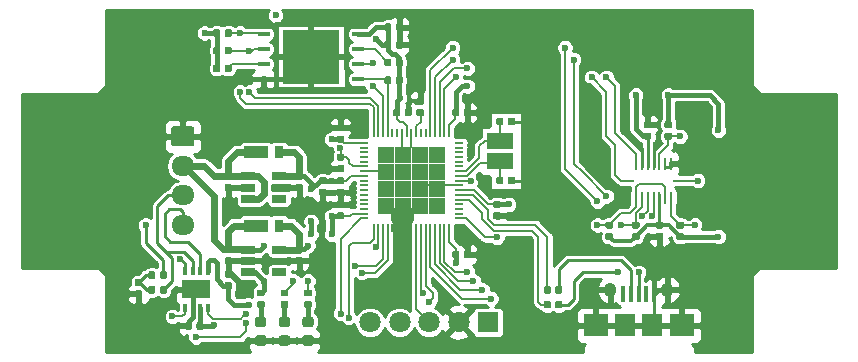
<source format=gtl>
G04 #@! TF.GenerationSoftware,KiCad,Pcbnew,(5.0.2)-1*
G04 #@! TF.CreationDate,2019-10-12T17:01:28+09:00*
G04 #@! TF.ProjectId,Motion,4d6f7469-6f6e-42e6-9b69-6361645f7063,rev?*
G04 #@! TF.SameCoordinates,Original*
G04 #@! TF.FileFunction,Copper,L1,Top*
G04 #@! TF.FilePolarity,Positive*
%FSLAX46Y46*%
G04 Gerber Fmt 4.6, Leading zero omitted, Abs format (unit mm)*
G04 Created by KiCad (PCBNEW (5.0.2)-1) date 2019/10/12 17:01:28*
%MOMM*%
%LPD*%
G01*
G04 APERTURE LIST*
G04 #@! TA.AperFunction,Conductor*
%ADD10C,0.100000*%
G04 #@! TD*
G04 #@! TA.AperFunction,SMDPad,CuDef*
%ADD11C,0.590000*%
G04 #@! TD*
G04 #@! TA.AperFunction,SMDPad,CuDef*
%ADD12C,0.875000*%
G04 #@! TD*
G04 #@! TA.AperFunction,SMDPad,CuDef*
%ADD13R,2.000000X1.100000*%
G04 #@! TD*
G04 #@! TA.AperFunction,SMDPad,CuDef*
%ADD14R,0.800000X1.100000*%
G04 #@! TD*
G04 #@! TA.AperFunction,ComponentPad*
%ADD15R,1.800000X1.800000*%
G04 #@! TD*
G04 #@! TA.AperFunction,ComponentPad*
%ADD16C,1.800000*%
G04 #@! TD*
G04 #@! TA.AperFunction,SMDPad,CuDef*
%ADD17R,0.400000X1.350000*%
G04 #@! TD*
G04 #@! TA.AperFunction,ComponentPad*
%ADD18O,1.050000X1.250000*%
G04 #@! TD*
G04 #@! TA.AperFunction,ComponentPad*
%ADD19R,2.100000X1.900000*%
G04 #@! TD*
G04 #@! TA.AperFunction,SMDPad,CuDef*
%ADD20R,1.800000X1.900000*%
G04 #@! TD*
G04 #@! TA.AperFunction,ComponentPad*
%ADD21C,1.700000*%
G04 #@! TD*
G04 #@! TA.AperFunction,ComponentPad*
%ADD22O,1.950000X1.700000*%
G04 #@! TD*
G04 #@! TA.AperFunction,SMDPad,CuDef*
%ADD23O,0.200000X0.800000*%
G04 #@! TD*
G04 #@! TA.AperFunction,SMDPad,CuDef*
%ADD24O,0.800000X0.200000*%
G04 #@! TD*
G04 #@! TA.AperFunction,SMDPad,CuDef*
%ADD25R,1.425000X1.425000*%
G04 #@! TD*
G04 #@! TA.AperFunction,ComponentPad*
%ADD26C,0.712500*%
G04 #@! TD*
G04 #@! TA.AperFunction,SMDPad,CuDef*
%ADD27R,0.350000X0.650000*%
G04 #@! TD*
G04 #@! TA.AperFunction,SMDPad,CuDef*
%ADD28R,2.400000X1.550000*%
G04 #@! TD*
G04 #@! TA.AperFunction,SMDPad,CuDef*
%ADD29R,1.220000X0.650000*%
G04 #@! TD*
G04 #@! TA.AperFunction,SMDPad,CuDef*
%ADD30R,2.200000X1.350000*%
G04 #@! TD*
G04 #@! TA.AperFunction,SMDPad,CuDef*
%ADD31R,1.000000X0.400000*%
G04 #@! TD*
G04 #@! TA.AperFunction,SMDPad,CuDef*
%ADD32R,4.700000X4.600000*%
G04 #@! TD*
G04 #@! TA.AperFunction,SMDPad,CuDef*
%ADD33R,0.250000X1.000000*%
G04 #@! TD*
G04 #@! TA.AperFunction,SMDPad,CuDef*
%ADD34R,1.000000X0.250000*%
G04 #@! TD*
G04 #@! TA.AperFunction,ViaPad*
%ADD35C,0.600000*%
G04 #@! TD*
G04 #@! TA.AperFunction,Conductor*
%ADD36C,0.600000*%
G04 #@! TD*
G04 #@! TA.AperFunction,Conductor*
%ADD37C,0.250000*%
G04 #@! TD*
G04 #@! TA.AperFunction,Conductor*
%ADD38C,0.400000*%
G04 #@! TD*
G04 #@! TA.AperFunction,Conductor*
%ADD39C,0.200000*%
G04 #@! TD*
G04 #@! TA.AperFunction,Conductor*
%ADD40C,0.300000*%
G04 #@! TD*
G04 #@! TA.AperFunction,Conductor*
%ADD41C,0.254000*%
G04 #@! TD*
G04 APERTURE END LIST*
D10*
G04 #@! TO.N,+3V3*
G04 #@! TO.C,R16*
G36*
X170436958Y-84970710D02*
X170451276Y-84972834D01*
X170465317Y-84976351D01*
X170478946Y-84981228D01*
X170492031Y-84987417D01*
X170504447Y-84994858D01*
X170516073Y-85003481D01*
X170526798Y-85013202D01*
X170536519Y-85023927D01*
X170545142Y-85035553D01*
X170552583Y-85047969D01*
X170558772Y-85061054D01*
X170563649Y-85074683D01*
X170567166Y-85088724D01*
X170569290Y-85103042D01*
X170570000Y-85117500D01*
X170570000Y-85412500D01*
X170569290Y-85426958D01*
X170567166Y-85441276D01*
X170563649Y-85455317D01*
X170558772Y-85468946D01*
X170552583Y-85482031D01*
X170545142Y-85494447D01*
X170536519Y-85506073D01*
X170526798Y-85516798D01*
X170516073Y-85526519D01*
X170504447Y-85535142D01*
X170492031Y-85542583D01*
X170478946Y-85548772D01*
X170465317Y-85553649D01*
X170451276Y-85557166D01*
X170436958Y-85559290D01*
X170422500Y-85560000D01*
X170077500Y-85560000D01*
X170063042Y-85559290D01*
X170048724Y-85557166D01*
X170034683Y-85553649D01*
X170021054Y-85548772D01*
X170007969Y-85542583D01*
X169995553Y-85535142D01*
X169983927Y-85526519D01*
X169973202Y-85516798D01*
X169963481Y-85506073D01*
X169954858Y-85494447D01*
X169947417Y-85482031D01*
X169941228Y-85468946D01*
X169936351Y-85455317D01*
X169932834Y-85441276D01*
X169930710Y-85426958D01*
X169930000Y-85412500D01*
X169930000Y-85117500D01*
X169930710Y-85103042D01*
X169932834Y-85088724D01*
X169936351Y-85074683D01*
X169941228Y-85061054D01*
X169947417Y-85047969D01*
X169954858Y-85035553D01*
X169963481Y-85023927D01*
X169973202Y-85013202D01*
X169983927Y-85003481D01*
X169995553Y-84994858D01*
X170007969Y-84987417D01*
X170021054Y-84981228D01*
X170034683Y-84976351D01*
X170048724Y-84972834D01*
X170063042Y-84970710D01*
X170077500Y-84970000D01*
X170422500Y-84970000D01*
X170436958Y-84970710D01*
X170436958Y-84970710D01*
G37*
D11*
G04 #@! TD*
G04 #@! TO.P,R16,1*
G04 #@! TO.N,+3V3*
X170250000Y-85265000D03*
D10*
G04 #@! TO.N,/BMI_GYRO_CS*
G04 #@! TO.C,R16*
G36*
X170436958Y-85940710D02*
X170451276Y-85942834D01*
X170465317Y-85946351D01*
X170478946Y-85951228D01*
X170492031Y-85957417D01*
X170504447Y-85964858D01*
X170516073Y-85973481D01*
X170526798Y-85983202D01*
X170536519Y-85993927D01*
X170545142Y-86005553D01*
X170552583Y-86017969D01*
X170558772Y-86031054D01*
X170563649Y-86044683D01*
X170567166Y-86058724D01*
X170569290Y-86073042D01*
X170570000Y-86087500D01*
X170570000Y-86382500D01*
X170569290Y-86396958D01*
X170567166Y-86411276D01*
X170563649Y-86425317D01*
X170558772Y-86438946D01*
X170552583Y-86452031D01*
X170545142Y-86464447D01*
X170536519Y-86476073D01*
X170526798Y-86486798D01*
X170516073Y-86496519D01*
X170504447Y-86505142D01*
X170492031Y-86512583D01*
X170478946Y-86518772D01*
X170465317Y-86523649D01*
X170451276Y-86527166D01*
X170436958Y-86529290D01*
X170422500Y-86530000D01*
X170077500Y-86530000D01*
X170063042Y-86529290D01*
X170048724Y-86527166D01*
X170034683Y-86523649D01*
X170021054Y-86518772D01*
X170007969Y-86512583D01*
X169995553Y-86505142D01*
X169983927Y-86496519D01*
X169973202Y-86486798D01*
X169963481Y-86476073D01*
X169954858Y-86464447D01*
X169947417Y-86452031D01*
X169941228Y-86438946D01*
X169936351Y-86425317D01*
X169932834Y-86411276D01*
X169930710Y-86396958D01*
X169930000Y-86382500D01*
X169930000Y-86087500D01*
X169930710Y-86073042D01*
X169932834Y-86058724D01*
X169936351Y-86044683D01*
X169941228Y-86031054D01*
X169947417Y-86017969D01*
X169954858Y-86005553D01*
X169963481Y-85993927D01*
X169973202Y-85983202D01*
X169983927Y-85973481D01*
X169995553Y-85964858D01*
X170007969Y-85957417D01*
X170021054Y-85951228D01*
X170034683Y-85946351D01*
X170048724Y-85942834D01*
X170063042Y-85940710D01*
X170077500Y-85940000D01*
X170422500Y-85940000D01*
X170436958Y-85940710D01*
X170436958Y-85940710D01*
G37*
D11*
G04 #@! TD*
G04 #@! TO.P,R16,2*
G04 #@! TO.N,/BMI_GYRO_CS*
X170250000Y-86235000D03*
D10*
G04 #@! TO.N,+3V3*
G04 #@! TO.C,C30*
G36*
X168686958Y-85940710D02*
X168701276Y-85942834D01*
X168715317Y-85946351D01*
X168728946Y-85951228D01*
X168742031Y-85957417D01*
X168754447Y-85964858D01*
X168766073Y-85973481D01*
X168776798Y-85983202D01*
X168786519Y-85993927D01*
X168795142Y-86005553D01*
X168802583Y-86017969D01*
X168808772Y-86031054D01*
X168813649Y-86044683D01*
X168817166Y-86058724D01*
X168819290Y-86073042D01*
X168820000Y-86087500D01*
X168820000Y-86382500D01*
X168819290Y-86396958D01*
X168817166Y-86411276D01*
X168813649Y-86425317D01*
X168808772Y-86438946D01*
X168802583Y-86452031D01*
X168795142Y-86464447D01*
X168786519Y-86476073D01*
X168776798Y-86486798D01*
X168766073Y-86496519D01*
X168754447Y-86505142D01*
X168742031Y-86512583D01*
X168728946Y-86518772D01*
X168715317Y-86523649D01*
X168701276Y-86527166D01*
X168686958Y-86529290D01*
X168672500Y-86530000D01*
X168327500Y-86530000D01*
X168313042Y-86529290D01*
X168298724Y-86527166D01*
X168284683Y-86523649D01*
X168271054Y-86518772D01*
X168257969Y-86512583D01*
X168245553Y-86505142D01*
X168233927Y-86496519D01*
X168223202Y-86486798D01*
X168213481Y-86476073D01*
X168204858Y-86464447D01*
X168197417Y-86452031D01*
X168191228Y-86438946D01*
X168186351Y-86425317D01*
X168182834Y-86411276D01*
X168180710Y-86396958D01*
X168180000Y-86382500D01*
X168180000Y-86087500D01*
X168180710Y-86073042D01*
X168182834Y-86058724D01*
X168186351Y-86044683D01*
X168191228Y-86031054D01*
X168197417Y-86017969D01*
X168204858Y-86005553D01*
X168213481Y-85993927D01*
X168223202Y-85983202D01*
X168233927Y-85973481D01*
X168245553Y-85964858D01*
X168257969Y-85957417D01*
X168271054Y-85951228D01*
X168284683Y-85946351D01*
X168298724Y-85942834D01*
X168313042Y-85940710D01*
X168327500Y-85940000D01*
X168672500Y-85940000D01*
X168686958Y-85940710D01*
X168686958Y-85940710D01*
G37*
D11*
G04 #@! TD*
G04 #@! TO.P,C30,2*
G04 #@! TO.N,+3V3*
X168500000Y-86235000D03*
D10*
G04 #@! TO.N,GND*
G04 #@! TO.C,C30*
G36*
X168686958Y-84970710D02*
X168701276Y-84972834D01*
X168715317Y-84976351D01*
X168728946Y-84981228D01*
X168742031Y-84987417D01*
X168754447Y-84994858D01*
X168766073Y-85003481D01*
X168776798Y-85013202D01*
X168786519Y-85023927D01*
X168795142Y-85035553D01*
X168802583Y-85047969D01*
X168808772Y-85061054D01*
X168813649Y-85074683D01*
X168817166Y-85088724D01*
X168819290Y-85103042D01*
X168820000Y-85117500D01*
X168820000Y-85412500D01*
X168819290Y-85426958D01*
X168817166Y-85441276D01*
X168813649Y-85455317D01*
X168808772Y-85468946D01*
X168802583Y-85482031D01*
X168795142Y-85494447D01*
X168786519Y-85506073D01*
X168776798Y-85516798D01*
X168766073Y-85526519D01*
X168754447Y-85535142D01*
X168742031Y-85542583D01*
X168728946Y-85548772D01*
X168715317Y-85553649D01*
X168701276Y-85557166D01*
X168686958Y-85559290D01*
X168672500Y-85560000D01*
X168327500Y-85560000D01*
X168313042Y-85559290D01*
X168298724Y-85557166D01*
X168284683Y-85553649D01*
X168271054Y-85548772D01*
X168257969Y-85542583D01*
X168245553Y-85535142D01*
X168233927Y-85526519D01*
X168223202Y-85516798D01*
X168213481Y-85506073D01*
X168204858Y-85494447D01*
X168197417Y-85482031D01*
X168191228Y-85468946D01*
X168186351Y-85455317D01*
X168182834Y-85441276D01*
X168180710Y-85426958D01*
X168180000Y-85412500D01*
X168180000Y-85117500D01*
X168180710Y-85103042D01*
X168182834Y-85088724D01*
X168186351Y-85074683D01*
X168191228Y-85061054D01*
X168197417Y-85047969D01*
X168204858Y-85035553D01*
X168213481Y-85023927D01*
X168223202Y-85013202D01*
X168233927Y-85003481D01*
X168245553Y-84994858D01*
X168257969Y-84987417D01*
X168271054Y-84981228D01*
X168284683Y-84976351D01*
X168298724Y-84972834D01*
X168313042Y-84970710D01*
X168327500Y-84970000D01*
X168672500Y-84970000D01*
X168686958Y-84970710D01*
X168686958Y-84970710D01*
G37*
D11*
G04 #@! TD*
G04 #@! TO.P,C30,1*
G04 #@! TO.N,GND*
X168500000Y-85265000D03*
D10*
G04 #@! TO.N,Net-(R10-Pad2)*
G04 #@! TO.C,R10*
G36*
X146676958Y-79680710D02*
X146691276Y-79682834D01*
X146705317Y-79686351D01*
X146718946Y-79691228D01*
X146732031Y-79697417D01*
X146744447Y-79704858D01*
X146756073Y-79713481D01*
X146766798Y-79723202D01*
X146776519Y-79733927D01*
X146785142Y-79745553D01*
X146792583Y-79757969D01*
X146798772Y-79771054D01*
X146803649Y-79784683D01*
X146807166Y-79798724D01*
X146809290Y-79813042D01*
X146810000Y-79827500D01*
X146810000Y-80172500D01*
X146809290Y-80186958D01*
X146807166Y-80201276D01*
X146803649Y-80215317D01*
X146798772Y-80228946D01*
X146792583Y-80242031D01*
X146785142Y-80254447D01*
X146776519Y-80266073D01*
X146766798Y-80276798D01*
X146756073Y-80286519D01*
X146744447Y-80295142D01*
X146732031Y-80302583D01*
X146718946Y-80308772D01*
X146705317Y-80313649D01*
X146691276Y-80317166D01*
X146676958Y-80319290D01*
X146662500Y-80320000D01*
X146367500Y-80320000D01*
X146353042Y-80319290D01*
X146338724Y-80317166D01*
X146324683Y-80313649D01*
X146311054Y-80308772D01*
X146297969Y-80302583D01*
X146285553Y-80295142D01*
X146273927Y-80286519D01*
X146263202Y-80276798D01*
X146253481Y-80266073D01*
X146244858Y-80254447D01*
X146237417Y-80242031D01*
X146231228Y-80228946D01*
X146226351Y-80215317D01*
X146222834Y-80201276D01*
X146220710Y-80186958D01*
X146220000Y-80172500D01*
X146220000Y-79827500D01*
X146220710Y-79813042D01*
X146222834Y-79798724D01*
X146226351Y-79784683D01*
X146231228Y-79771054D01*
X146237417Y-79757969D01*
X146244858Y-79745553D01*
X146253481Y-79733927D01*
X146263202Y-79723202D01*
X146273927Y-79713481D01*
X146285553Y-79704858D01*
X146297969Y-79697417D01*
X146311054Y-79691228D01*
X146324683Y-79686351D01*
X146338724Y-79682834D01*
X146353042Y-79680710D01*
X146367500Y-79680000D01*
X146662500Y-79680000D01*
X146676958Y-79680710D01*
X146676958Y-79680710D01*
G37*
D11*
G04 #@! TD*
G04 #@! TO.P,R10,2*
G04 #@! TO.N,Net-(R10-Pad2)*
X146515000Y-80000000D03*
D10*
G04 #@! TO.N,+3V3*
G04 #@! TO.C,R10*
G36*
X147646958Y-79680710D02*
X147661276Y-79682834D01*
X147675317Y-79686351D01*
X147688946Y-79691228D01*
X147702031Y-79697417D01*
X147714447Y-79704858D01*
X147726073Y-79713481D01*
X147736798Y-79723202D01*
X147746519Y-79733927D01*
X147755142Y-79745553D01*
X147762583Y-79757969D01*
X147768772Y-79771054D01*
X147773649Y-79784683D01*
X147777166Y-79798724D01*
X147779290Y-79813042D01*
X147780000Y-79827500D01*
X147780000Y-80172500D01*
X147779290Y-80186958D01*
X147777166Y-80201276D01*
X147773649Y-80215317D01*
X147768772Y-80228946D01*
X147762583Y-80242031D01*
X147755142Y-80254447D01*
X147746519Y-80266073D01*
X147736798Y-80276798D01*
X147726073Y-80286519D01*
X147714447Y-80295142D01*
X147702031Y-80302583D01*
X147688946Y-80308772D01*
X147675317Y-80313649D01*
X147661276Y-80317166D01*
X147646958Y-80319290D01*
X147632500Y-80320000D01*
X147337500Y-80320000D01*
X147323042Y-80319290D01*
X147308724Y-80317166D01*
X147294683Y-80313649D01*
X147281054Y-80308772D01*
X147267969Y-80302583D01*
X147255553Y-80295142D01*
X147243927Y-80286519D01*
X147233202Y-80276798D01*
X147223481Y-80266073D01*
X147214858Y-80254447D01*
X147207417Y-80242031D01*
X147201228Y-80228946D01*
X147196351Y-80215317D01*
X147192834Y-80201276D01*
X147190710Y-80186958D01*
X147190000Y-80172500D01*
X147190000Y-79827500D01*
X147190710Y-79813042D01*
X147192834Y-79798724D01*
X147196351Y-79784683D01*
X147201228Y-79771054D01*
X147207417Y-79757969D01*
X147214858Y-79745553D01*
X147223481Y-79733927D01*
X147233202Y-79723202D01*
X147243927Y-79713481D01*
X147255553Y-79704858D01*
X147267969Y-79697417D01*
X147281054Y-79691228D01*
X147294683Y-79686351D01*
X147308724Y-79682834D01*
X147323042Y-79680710D01*
X147337500Y-79680000D01*
X147632500Y-79680000D01*
X147646958Y-79680710D01*
X147646958Y-79680710D01*
G37*
D11*
G04 #@! TD*
G04 #@! TO.P,R10,1*
G04 #@! TO.N,+3V3*
X147485000Y-80000000D03*
D10*
G04 #@! TO.N,+3V3*
G04 #@! TO.C,R9*
G36*
X132176958Y-80180710D02*
X132191276Y-80182834D01*
X132205317Y-80186351D01*
X132218946Y-80191228D01*
X132232031Y-80197417D01*
X132244447Y-80204858D01*
X132256073Y-80213481D01*
X132266798Y-80223202D01*
X132276519Y-80233927D01*
X132285142Y-80245553D01*
X132292583Y-80257969D01*
X132298772Y-80271054D01*
X132303649Y-80284683D01*
X132307166Y-80298724D01*
X132309290Y-80313042D01*
X132310000Y-80327500D01*
X132310000Y-80672500D01*
X132309290Y-80686958D01*
X132307166Y-80701276D01*
X132303649Y-80715317D01*
X132298772Y-80728946D01*
X132292583Y-80742031D01*
X132285142Y-80754447D01*
X132276519Y-80766073D01*
X132266798Y-80776798D01*
X132256073Y-80786519D01*
X132244447Y-80795142D01*
X132232031Y-80802583D01*
X132218946Y-80808772D01*
X132205317Y-80813649D01*
X132191276Y-80817166D01*
X132176958Y-80819290D01*
X132162500Y-80820000D01*
X131867500Y-80820000D01*
X131853042Y-80819290D01*
X131838724Y-80817166D01*
X131824683Y-80813649D01*
X131811054Y-80808772D01*
X131797969Y-80802583D01*
X131785553Y-80795142D01*
X131773927Y-80786519D01*
X131763202Y-80776798D01*
X131753481Y-80766073D01*
X131744858Y-80754447D01*
X131737417Y-80742031D01*
X131731228Y-80728946D01*
X131726351Y-80715317D01*
X131722834Y-80701276D01*
X131720710Y-80686958D01*
X131720000Y-80672500D01*
X131720000Y-80327500D01*
X131720710Y-80313042D01*
X131722834Y-80298724D01*
X131726351Y-80284683D01*
X131731228Y-80271054D01*
X131737417Y-80257969D01*
X131744858Y-80245553D01*
X131753481Y-80233927D01*
X131763202Y-80223202D01*
X131773927Y-80213481D01*
X131785553Y-80204858D01*
X131797969Y-80197417D01*
X131811054Y-80191228D01*
X131824683Y-80186351D01*
X131838724Y-80182834D01*
X131853042Y-80180710D01*
X131867500Y-80180000D01*
X132162500Y-80180000D01*
X132176958Y-80180710D01*
X132176958Y-80180710D01*
G37*
D11*
G04 #@! TD*
G04 #@! TO.P,R9,1*
G04 #@! TO.N,+3V3*
X132015000Y-80500000D03*
D10*
G04 #@! TO.N,Net-(R9-Pad2)*
G04 #@! TO.C,R9*
G36*
X133146958Y-80180710D02*
X133161276Y-80182834D01*
X133175317Y-80186351D01*
X133188946Y-80191228D01*
X133202031Y-80197417D01*
X133214447Y-80204858D01*
X133226073Y-80213481D01*
X133236798Y-80223202D01*
X133246519Y-80233927D01*
X133255142Y-80245553D01*
X133262583Y-80257969D01*
X133268772Y-80271054D01*
X133273649Y-80284683D01*
X133277166Y-80298724D01*
X133279290Y-80313042D01*
X133280000Y-80327500D01*
X133280000Y-80672500D01*
X133279290Y-80686958D01*
X133277166Y-80701276D01*
X133273649Y-80715317D01*
X133268772Y-80728946D01*
X133262583Y-80742031D01*
X133255142Y-80754447D01*
X133246519Y-80766073D01*
X133236798Y-80776798D01*
X133226073Y-80786519D01*
X133214447Y-80795142D01*
X133202031Y-80802583D01*
X133188946Y-80808772D01*
X133175317Y-80813649D01*
X133161276Y-80817166D01*
X133146958Y-80819290D01*
X133132500Y-80820000D01*
X132837500Y-80820000D01*
X132823042Y-80819290D01*
X132808724Y-80817166D01*
X132794683Y-80813649D01*
X132781054Y-80808772D01*
X132767969Y-80802583D01*
X132755553Y-80795142D01*
X132743927Y-80786519D01*
X132733202Y-80776798D01*
X132723481Y-80766073D01*
X132714858Y-80754447D01*
X132707417Y-80742031D01*
X132701228Y-80728946D01*
X132696351Y-80715317D01*
X132692834Y-80701276D01*
X132690710Y-80686958D01*
X132690000Y-80672500D01*
X132690000Y-80327500D01*
X132690710Y-80313042D01*
X132692834Y-80298724D01*
X132696351Y-80284683D01*
X132701228Y-80271054D01*
X132707417Y-80257969D01*
X132714858Y-80245553D01*
X132723481Y-80233927D01*
X132733202Y-80223202D01*
X132743927Y-80213481D01*
X132755553Y-80204858D01*
X132767969Y-80197417D01*
X132781054Y-80191228D01*
X132794683Y-80186351D01*
X132808724Y-80182834D01*
X132823042Y-80180710D01*
X132837500Y-80180000D01*
X133132500Y-80180000D01*
X133146958Y-80180710D01*
X133146958Y-80180710D01*
G37*
D11*
G04 #@! TD*
G04 #@! TO.P,R9,2*
G04 #@! TO.N,Net-(R9-Pad2)*
X132985000Y-80500000D03*
D10*
G04 #@! TO.N,+3V3*
G04 #@! TO.C,R8*
G36*
X132176958Y-77180710D02*
X132191276Y-77182834D01*
X132205317Y-77186351D01*
X132218946Y-77191228D01*
X132232031Y-77197417D01*
X132244447Y-77204858D01*
X132256073Y-77213481D01*
X132266798Y-77223202D01*
X132276519Y-77233927D01*
X132285142Y-77245553D01*
X132292583Y-77257969D01*
X132298772Y-77271054D01*
X132303649Y-77284683D01*
X132307166Y-77298724D01*
X132309290Y-77313042D01*
X132310000Y-77327500D01*
X132310000Y-77672500D01*
X132309290Y-77686958D01*
X132307166Y-77701276D01*
X132303649Y-77715317D01*
X132298772Y-77728946D01*
X132292583Y-77742031D01*
X132285142Y-77754447D01*
X132276519Y-77766073D01*
X132266798Y-77776798D01*
X132256073Y-77786519D01*
X132244447Y-77795142D01*
X132232031Y-77802583D01*
X132218946Y-77808772D01*
X132205317Y-77813649D01*
X132191276Y-77817166D01*
X132176958Y-77819290D01*
X132162500Y-77820000D01*
X131867500Y-77820000D01*
X131853042Y-77819290D01*
X131838724Y-77817166D01*
X131824683Y-77813649D01*
X131811054Y-77808772D01*
X131797969Y-77802583D01*
X131785553Y-77795142D01*
X131773927Y-77786519D01*
X131763202Y-77776798D01*
X131753481Y-77766073D01*
X131744858Y-77754447D01*
X131737417Y-77742031D01*
X131731228Y-77728946D01*
X131726351Y-77715317D01*
X131722834Y-77701276D01*
X131720710Y-77686958D01*
X131720000Y-77672500D01*
X131720000Y-77327500D01*
X131720710Y-77313042D01*
X131722834Y-77298724D01*
X131726351Y-77284683D01*
X131731228Y-77271054D01*
X131737417Y-77257969D01*
X131744858Y-77245553D01*
X131753481Y-77233927D01*
X131763202Y-77223202D01*
X131773927Y-77213481D01*
X131785553Y-77204858D01*
X131797969Y-77197417D01*
X131811054Y-77191228D01*
X131824683Y-77186351D01*
X131838724Y-77182834D01*
X131853042Y-77180710D01*
X131867500Y-77180000D01*
X132162500Y-77180000D01*
X132176958Y-77180710D01*
X132176958Y-77180710D01*
G37*
D11*
G04 #@! TD*
G04 #@! TO.P,R8,1*
G04 #@! TO.N,+3V3*
X132015000Y-77500000D03*
D10*
G04 #@! TO.N,/Flash_CS*
G04 #@! TO.C,R8*
G36*
X133146958Y-77180710D02*
X133161276Y-77182834D01*
X133175317Y-77186351D01*
X133188946Y-77191228D01*
X133202031Y-77197417D01*
X133214447Y-77204858D01*
X133226073Y-77213481D01*
X133236798Y-77223202D01*
X133246519Y-77233927D01*
X133255142Y-77245553D01*
X133262583Y-77257969D01*
X133268772Y-77271054D01*
X133273649Y-77284683D01*
X133277166Y-77298724D01*
X133279290Y-77313042D01*
X133280000Y-77327500D01*
X133280000Y-77672500D01*
X133279290Y-77686958D01*
X133277166Y-77701276D01*
X133273649Y-77715317D01*
X133268772Y-77728946D01*
X133262583Y-77742031D01*
X133255142Y-77754447D01*
X133246519Y-77766073D01*
X133236798Y-77776798D01*
X133226073Y-77786519D01*
X133214447Y-77795142D01*
X133202031Y-77802583D01*
X133188946Y-77808772D01*
X133175317Y-77813649D01*
X133161276Y-77817166D01*
X133146958Y-77819290D01*
X133132500Y-77820000D01*
X132837500Y-77820000D01*
X132823042Y-77819290D01*
X132808724Y-77817166D01*
X132794683Y-77813649D01*
X132781054Y-77808772D01*
X132767969Y-77802583D01*
X132755553Y-77795142D01*
X132743927Y-77786519D01*
X132733202Y-77776798D01*
X132723481Y-77766073D01*
X132714858Y-77754447D01*
X132707417Y-77742031D01*
X132701228Y-77728946D01*
X132696351Y-77715317D01*
X132692834Y-77701276D01*
X132690710Y-77686958D01*
X132690000Y-77672500D01*
X132690000Y-77327500D01*
X132690710Y-77313042D01*
X132692834Y-77298724D01*
X132696351Y-77284683D01*
X132701228Y-77271054D01*
X132707417Y-77257969D01*
X132714858Y-77245553D01*
X132723481Y-77233927D01*
X132733202Y-77223202D01*
X132743927Y-77213481D01*
X132755553Y-77204858D01*
X132767969Y-77197417D01*
X132781054Y-77191228D01*
X132794683Y-77186351D01*
X132808724Y-77182834D01*
X132823042Y-77180710D01*
X132837500Y-77180000D01*
X133132500Y-77180000D01*
X133146958Y-77180710D01*
X133146958Y-77180710D01*
G37*
D11*
G04 #@! TD*
G04 #@! TO.P,R8,2*
G04 #@! TO.N,/Flash_CS*
X132985000Y-77500000D03*
D10*
G04 #@! TO.N,+3V3*
G04 #@! TO.C,R6*
G36*
X132176958Y-78680710D02*
X132191276Y-78682834D01*
X132205317Y-78686351D01*
X132218946Y-78691228D01*
X132232031Y-78697417D01*
X132244447Y-78704858D01*
X132256073Y-78713481D01*
X132266798Y-78723202D01*
X132276519Y-78733927D01*
X132285142Y-78745553D01*
X132292583Y-78757969D01*
X132298772Y-78771054D01*
X132303649Y-78784683D01*
X132307166Y-78798724D01*
X132309290Y-78813042D01*
X132310000Y-78827500D01*
X132310000Y-79172500D01*
X132309290Y-79186958D01*
X132307166Y-79201276D01*
X132303649Y-79215317D01*
X132298772Y-79228946D01*
X132292583Y-79242031D01*
X132285142Y-79254447D01*
X132276519Y-79266073D01*
X132266798Y-79276798D01*
X132256073Y-79286519D01*
X132244447Y-79295142D01*
X132232031Y-79302583D01*
X132218946Y-79308772D01*
X132205317Y-79313649D01*
X132191276Y-79317166D01*
X132176958Y-79319290D01*
X132162500Y-79320000D01*
X131867500Y-79320000D01*
X131853042Y-79319290D01*
X131838724Y-79317166D01*
X131824683Y-79313649D01*
X131811054Y-79308772D01*
X131797969Y-79302583D01*
X131785553Y-79295142D01*
X131773927Y-79286519D01*
X131763202Y-79276798D01*
X131753481Y-79266073D01*
X131744858Y-79254447D01*
X131737417Y-79242031D01*
X131731228Y-79228946D01*
X131726351Y-79215317D01*
X131722834Y-79201276D01*
X131720710Y-79186958D01*
X131720000Y-79172500D01*
X131720000Y-78827500D01*
X131720710Y-78813042D01*
X131722834Y-78798724D01*
X131726351Y-78784683D01*
X131731228Y-78771054D01*
X131737417Y-78757969D01*
X131744858Y-78745553D01*
X131753481Y-78733927D01*
X131763202Y-78723202D01*
X131773927Y-78713481D01*
X131785553Y-78704858D01*
X131797969Y-78697417D01*
X131811054Y-78691228D01*
X131824683Y-78686351D01*
X131838724Y-78682834D01*
X131853042Y-78680710D01*
X131867500Y-78680000D01*
X132162500Y-78680000D01*
X132176958Y-78680710D01*
X132176958Y-78680710D01*
G37*
D11*
G04 #@! TD*
G04 #@! TO.P,R6,1*
G04 #@! TO.N,+3V3*
X132015000Y-79000000D03*
D10*
G04 #@! TO.N,/Flash_MISO*
G04 #@! TO.C,R6*
G36*
X133146958Y-78680710D02*
X133161276Y-78682834D01*
X133175317Y-78686351D01*
X133188946Y-78691228D01*
X133202031Y-78697417D01*
X133214447Y-78704858D01*
X133226073Y-78713481D01*
X133236798Y-78723202D01*
X133246519Y-78733927D01*
X133255142Y-78745553D01*
X133262583Y-78757969D01*
X133268772Y-78771054D01*
X133273649Y-78784683D01*
X133277166Y-78798724D01*
X133279290Y-78813042D01*
X133280000Y-78827500D01*
X133280000Y-79172500D01*
X133279290Y-79186958D01*
X133277166Y-79201276D01*
X133273649Y-79215317D01*
X133268772Y-79228946D01*
X133262583Y-79242031D01*
X133255142Y-79254447D01*
X133246519Y-79266073D01*
X133236798Y-79276798D01*
X133226073Y-79286519D01*
X133214447Y-79295142D01*
X133202031Y-79302583D01*
X133188946Y-79308772D01*
X133175317Y-79313649D01*
X133161276Y-79317166D01*
X133146958Y-79319290D01*
X133132500Y-79320000D01*
X132837500Y-79320000D01*
X132823042Y-79319290D01*
X132808724Y-79317166D01*
X132794683Y-79313649D01*
X132781054Y-79308772D01*
X132767969Y-79302583D01*
X132755553Y-79295142D01*
X132743927Y-79286519D01*
X132733202Y-79276798D01*
X132723481Y-79266073D01*
X132714858Y-79254447D01*
X132707417Y-79242031D01*
X132701228Y-79228946D01*
X132696351Y-79215317D01*
X132692834Y-79201276D01*
X132690710Y-79186958D01*
X132690000Y-79172500D01*
X132690000Y-78827500D01*
X132690710Y-78813042D01*
X132692834Y-78798724D01*
X132696351Y-78784683D01*
X132701228Y-78771054D01*
X132707417Y-78757969D01*
X132714858Y-78745553D01*
X132723481Y-78733927D01*
X132733202Y-78723202D01*
X132743927Y-78713481D01*
X132755553Y-78704858D01*
X132767969Y-78697417D01*
X132781054Y-78691228D01*
X132794683Y-78686351D01*
X132808724Y-78682834D01*
X132823042Y-78680710D01*
X132837500Y-78680000D01*
X133132500Y-78680000D01*
X133146958Y-78680710D01*
X133146958Y-78680710D01*
G37*
D11*
G04 #@! TD*
G04 #@! TO.P,R6,2*
G04 #@! TO.N,/Flash_MISO*
X132985000Y-79000000D03*
D10*
G04 #@! TO.N,/Flash_MOSI*
G04 #@! TO.C,R7*
G36*
X146676958Y-81180710D02*
X146691276Y-81182834D01*
X146705317Y-81186351D01*
X146718946Y-81191228D01*
X146732031Y-81197417D01*
X146744447Y-81204858D01*
X146756073Y-81213481D01*
X146766798Y-81223202D01*
X146776519Y-81233927D01*
X146785142Y-81245553D01*
X146792583Y-81257969D01*
X146798772Y-81271054D01*
X146803649Y-81284683D01*
X146807166Y-81298724D01*
X146809290Y-81313042D01*
X146810000Y-81327500D01*
X146810000Y-81672500D01*
X146809290Y-81686958D01*
X146807166Y-81701276D01*
X146803649Y-81715317D01*
X146798772Y-81728946D01*
X146792583Y-81742031D01*
X146785142Y-81754447D01*
X146776519Y-81766073D01*
X146766798Y-81776798D01*
X146756073Y-81786519D01*
X146744447Y-81795142D01*
X146732031Y-81802583D01*
X146718946Y-81808772D01*
X146705317Y-81813649D01*
X146691276Y-81817166D01*
X146676958Y-81819290D01*
X146662500Y-81820000D01*
X146367500Y-81820000D01*
X146353042Y-81819290D01*
X146338724Y-81817166D01*
X146324683Y-81813649D01*
X146311054Y-81808772D01*
X146297969Y-81802583D01*
X146285553Y-81795142D01*
X146273927Y-81786519D01*
X146263202Y-81776798D01*
X146253481Y-81766073D01*
X146244858Y-81754447D01*
X146237417Y-81742031D01*
X146231228Y-81728946D01*
X146226351Y-81715317D01*
X146222834Y-81701276D01*
X146220710Y-81686958D01*
X146220000Y-81672500D01*
X146220000Y-81327500D01*
X146220710Y-81313042D01*
X146222834Y-81298724D01*
X146226351Y-81284683D01*
X146231228Y-81271054D01*
X146237417Y-81257969D01*
X146244858Y-81245553D01*
X146253481Y-81233927D01*
X146263202Y-81223202D01*
X146273927Y-81213481D01*
X146285553Y-81204858D01*
X146297969Y-81197417D01*
X146311054Y-81191228D01*
X146324683Y-81186351D01*
X146338724Y-81182834D01*
X146353042Y-81180710D01*
X146367500Y-81180000D01*
X146662500Y-81180000D01*
X146676958Y-81180710D01*
X146676958Y-81180710D01*
G37*
D11*
G04 #@! TD*
G04 #@! TO.P,R7,2*
G04 #@! TO.N,/Flash_MOSI*
X146515000Y-81500000D03*
D10*
G04 #@! TO.N,+3V3*
G04 #@! TO.C,R7*
G36*
X147646958Y-81180710D02*
X147661276Y-81182834D01*
X147675317Y-81186351D01*
X147688946Y-81191228D01*
X147702031Y-81197417D01*
X147714447Y-81204858D01*
X147726073Y-81213481D01*
X147736798Y-81223202D01*
X147746519Y-81233927D01*
X147755142Y-81245553D01*
X147762583Y-81257969D01*
X147768772Y-81271054D01*
X147773649Y-81284683D01*
X147777166Y-81298724D01*
X147779290Y-81313042D01*
X147780000Y-81327500D01*
X147780000Y-81672500D01*
X147779290Y-81686958D01*
X147777166Y-81701276D01*
X147773649Y-81715317D01*
X147768772Y-81728946D01*
X147762583Y-81742031D01*
X147755142Y-81754447D01*
X147746519Y-81766073D01*
X147736798Y-81776798D01*
X147726073Y-81786519D01*
X147714447Y-81795142D01*
X147702031Y-81802583D01*
X147688946Y-81808772D01*
X147675317Y-81813649D01*
X147661276Y-81817166D01*
X147646958Y-81819290D01*
X147632500Y-81820000D01*
X147337500Y-81820000D01*
X147323042Y-81819290D01*
X147308724Y-81817166D01*
X147294683Y-81813649D01*
X147281054Y-81808772D01*
X147267969Y-81802583D01*
X147255553Y-81795142D01*
X147243927Y-81786519D01*
X147233202Y-81776798D01*
X147223481Y-81766073D01*
X147214858Y-81754447D01*
X147207417Y-81742031D01*
X147201228Y-81728946D01*
X147196351Y-81715317D01*
X147192834Y-81701276D01*
X147190710Y-81686958D01*
X147190000Y-81672500D01*
X147190000Y-81327500D01*
X147190710Y-81313042D01*
X147192834Y-81298724D01*
X147196351Y-81284683D01*
X147201228Y-81271054D01*
X147207417Y-81257969D01*
X147214858Y-81245553D01*
X147223481Y-81233927D01*
X147233202Y-81223202D01*
X147243927Y-81213481D01*
X147255553Y-81204858D01*
X147267969Y-81197417D01*
X147281054Y-81191228D01*
X147294683Y-81186351D01*
X147308724Y-81182834D01*
X147323042Y-81180710D01*
X147337500Y-81180000D01*
X147632500Y-81180000D01*
X147646958Y-81180710D01*
X147646958Y-81180710D01*
G37*
D11*
G04 #@! TD*
G04 #@! TO.P,R7,1*
G04 #@! TO.N,+3V3*
X147485000Y-81500000D03*
D10*
G04 #@! TO.N,/USB+*
G04 #@! TO.C,R4*
G36*
X160176958Y-100180710D02*
X160191276Y-100182834D01*
X160205317Y-100186351D01*
X160218946Y-100191228D01*
X160232031Y-100197417D01*
X160244447Y-100204858D01*
X160256073Y-100213481D01*
X160266798Y-100223202D01*
X160276519Y-100233927D01*
X160285142Y-100245553D01*
X160292583Y-100257969D01*
X160298772Y-100271054D01*
X160303649Y-100284683D01*
X160307166Y-100298724D01*
X160309290Y-100313042D01*
X160310000Y-100327500D01*
X160310000Y-100672500D01*
X160309290Y-100686958D01*
X160307166Y-100701276D01*
X160303649Y-100715317D01*
X160298772Y-100728946D01*
X160292583Y-100742031D01*
X160285142Y-100754447D01*
X160276519Y-100766073D01*
X160266798Y-100776798D01*
X160256073Y-100786519D01*
X160244447Y-100795142D01*
X160232031Y-100802583D01*
X160218946Y-100808772D01*
X160205317Y-100813649D01*
X160191276Y-100817166D01*
X160176958Y-100819290D01*
X160162500Y-100820000D01*
X159867500Y-100820000D01*
X159853042Y-100819290D01*
X159838724Y-100817166D01*
X159824683Y-100813649D01*
X159811054Y-100808772D01*
X159797969Y-100802583D01*
X159785553Y-100795142D01*
X159773927Y-100786519D01*
X159763202Y-100776798D01*
X159753481Y-100766073D01*
X159744858Y-100754447D01*
X159737417Y-100742031D01*
X159731228Y-100728946D01*
X159726351Y-100715317D01*
X159722834Y-100701276D01*
X159720710Y-100686958D01*
X159720000Y-100672500D01*
X159720000Y-100327500D01*
X159720710Y-100313042D01*
X159722834Y-100298724D01*
X159726351Y-100284683D01*
X159731228Y-100271054D01*
X159737417Y-100257969D01*
X159744858Y-100245553D01*
X159753481Y-100233927D01*
X159763202Y-100223202D01*
X159773927Y-100213481D01*
X159785553Y-100204858D01*
X159797969Y-100197417D01*
X159811054Y-100191228D01*
X159824683Y-100186351D01*
X159838724Y-100182834D01*
X159853042Y-100180710D01*
X159867500Y-100180000D01*
X160162500Y-100180000D01*
X160176958Y-100180710D01*
X160176958Y-100180710D01*
G37*
D11*
G04 #@! TD*
G04 #@! TO.P,R4,2*
G04 #@! TO.N,/USB+*
X160015000Y-100500000D03*
D10*
G04 #@! TO.N,Net-(J3-Pad3)*
G04 #@! TO.C,R4*
G36*
X161146958Y-100180710D02*
X161161276Y-100182834D01*
X161175317Y-100186351D01*
X161188946Y-100191228D01*
X161202031Y-100197417D01*
X161214447Y-100204858D01*
X161226073Y-100213481D01*
X161236798Y-100223202D01*
X161246519Y-100233927D01*
X161255142Y-100245553D01*
X161262583Y-100257969D01*
X161268772Y-100271054D01*
X161273649Y-100284683D01*
X161277166Y-100298724D01*
X161279290Y-100313042D01*
X161280000Y-100327500D01*
X161280000Y-100672500D01*
X161279290Y-100686958D01*
X161277166Y-100701276D01*
X161273649Y-100715317D01*
X161268772Y-100728946D01*
X161262583Y-100742031D01*
X161255142Y-100754447D01*
X161246519Y-100766073D01*
X161236798Y-100776798D01*
X161226073Y-100786519D01*
X161214447Y-100795142D01*
X161202031Y-100802583D01*
X161188946Y-100808772D01*
X161175317Y-100813649D01*
X161161276Y-100817166D01*
X161146958Y-100819290D01*
X161132500Y-100820000D01*
X160837500Y-100820000D01*
X160823042Y-100819290D01*
X160808724Y-100817166D01*
X160794683Y-100813649D01*
X160781054Y-100808772D01*
X160767969Y-100802583D01*
X160755553Y-100795142D01*
X160743927Y-100786519D01*
X160733202Y-100776798D01*
X160723481Y-100766073D01*
X160714858Y-100754447D01*
X160707417Y-100742031D01*
X160701228Y-100728946D01*
X160696351Y-100715317D01*
X160692834Y-100701276D01*
X160690710Y-100686958D01*
X160690000Y-100672500D01*
X160690000Y-100327500D01*
X160690710Y-100313042D01*
X160692834Y-100298724D01*
X160696351Y-100284683D01*
X160701228Y-100271054D01*
X160707417Y-100257969D01*
X160714858Y-100245553D01*
X160723481Y-100233927D01*
X160733202Y-100223202D01*
X160743927Y-100213481D01*
X160755553Y-100204858D01*
X160767969Y-100197417D01*
X160781054Y-100191228D01*
X160794683Y-100186351D01*
X160808724Y-100182834D01*
X160823042Y-100180710D01*
X160837500Y-100180000D01*
X161132500Y-100180000D01*
X161146958Y-100180710D01*
X161146958Y-100180710D01*
G37*
D11*
G04 #@! TD*
G04 #@! TO.P,R4,1*
G04 #@! TO.N,Net-(J3-Pad3)*
X160985000Y-100500000D03*
D10*
G04 #@! TO.N,GND*
G04 #@! TO.C,C1*
G36*
X141186958Y-90675710D02*
X141201276Y-90677834D01*
X141215317Y-90681351D01*
X141228946Y-90686228D01*
X141242031Y-90692417D01*
X141254447Y-90699858D01*
X141266073Y-90708481D01*
X141276798Y-90718202D01*
X141286519Y-90728927D01*
X141295142Y-90740553D01*
X141302583Y-90752969D01*
X141308772Y-90766054D01*
X141313649Y-90779683D01*
X141317166Y-90793724D01*
X141319290Y-90808042D01*
X141320000Y-90822500D01*
X141320000Y-91117500D01*
X141319290Y-91131958D01*
X141317166Y-91146276D01*
X141313649Y-91160317D01*
X141308772Y-91173946D01*
X141302583Y-91187031D01*
X141295142Y-91199447D01*
X141286519Y-91211073D01*
X141276798Y-91221798D01*
X141266073Y-91231519D01*
X141254447Y-91240142D01*
X141242031Y-91247583D01*
X141228946Y-91253772D01*
X141215317Y-91258649D01*
X141201276Y-91262166D01*
X141186958Y-91264290D01*
X141172500Y-91265000D01*
X140827500Y-91265000D01*
X140813042Y-91264290D01*
X140798724Y-91262166D01*
X140784683Y-91258649D01*
X140771054Y-91253772D01*
X140757969Y-91247583D01*
X140745553Y-91240142D01*
X140733927Y-91231519D01*
X140723202Y-91221798D01*
X140713481Y-91211073D01*
X140704858Y-91199447D01*
X140697417Y-91187031D01*
X140691228Y-91173946D01*
X140686351Y-91160317D01*
X140682834Y-91146276D01*
X140680710Y-91131958D01*
X140680000Y-91117500D01*
X140680000Y-90822500D01*
X140680710Y-90808042D01*
X140682834Y-90793724D01*
X140686351Y-90779683D01*
X140691228Y-90766054D01*
X140697417Y-90752969D01*
X140704858Y-90740553D01*
X140713481Y-90728927D01*
X140723202Y-90718202D01*
X140733927Y-90708481D01*
X140745553Y-90699858D01*
X140757969Y-90692417D01*
X140771054Y-90686228D01*
X140784683Y-90681351D01*
X140798724Y-90677834D01*
X140813042Y-90675710D01*
X140827500Y-90675000D01*
X141172500Y-90675000D01*
X141186958Y-90675710D01*
X141186958Y-90675710D01*
G37*
D11*
G04 #@! TD*
G04 #@! TO.P,C1,2*
G04 #@! TO.N,GND*
X141000000Y-90970000D03*
D10*
G04 #@! TO.N,+3V3*
G04 #@! TO.C,C1*
G36*
X141186958Y-89705710D02*
X141201276Y-89707834D01*
X141215317Y-89711351D01*
X141228946Y-89716228D01*
X141242031Y-89722417D01*
X141254447Y-89729858D01*
X141266073Y-89738481D01*
X141276798Y-89748202D01*
X141286519Y-89758927D01*
X141295142Y-89770553D01*
X141302583Y-89782969D01*
X141308772Y-89796054D01*
X141313649Y-89809683D01*
X141317166Y-89823724D01*
X141319290Y-89838042D01*
X141320000Y-89852500D01*
X141320000Y-90147500D01*
X141319290Y-90161958D01*
X141317166Y-90176276D01*
X141313649Y-90190317D01*
X141308772Y-90203946D01*
X141302583Y-90217031D01*
X141295142Y-90229447D01*
X141286519Y-90241073D01*
X141276798Y-90251798D01*
X141266073Y-90261519D01*
X141254447Y-90270142D01*
X141242031Y-90277583D01*
X141228946Y-90283772D01*
X141215317Y-90288649D01*
X141201276Y-90292166D01*
X141186958Y-90294290D01*
X141172500Y-90295000D01*
X140827500Y-90295000D01*
X140813042Y-90294290D01*
X140798724Y-90292166D01*
X140784683Y-90288649D01*
X140771054Y-90283772D01*
X140757969Y-90277583D01*
X140745553Y-90270142D01*
X140733927Y-90261519D01*
X140723202Y-90251798D01*
X140713481Y-90241073D01*
X140704858Y-90229447D01*
X140697417Y-90217031D01*
X140691228Y-90203946D01*
X140686351Y-90190317D01*
X140682834Y-90176276D01*
X140680710Y-90161958D01*
X140680000Y-90147500D01*
X140680000Y-89852500D01*
X140680710Y-89838042D01*
X140682834Y-89823724D01*
X140686351Y-89809683D01*
X140691228Y-89796054D01*
X140697417Y-89782969D01*
X140704858Y-89770553D01*
X140713481Y-89758927D01*
X140723202Y-89748202D01*
X140733927Y-89738481D01*
X140745553Y-89729858D01*
X140757969Y-89722417D01*
X140771054Y-89716228D01*
X140784683Y-89711351D01*
X140798724Y-89707834D01*
X140813042Y-89705710D01*
X140827500Y-89705000D01*
X141172500Y-89705000D01*
X141186958Y-89705710D01*
X141186958Y-89705710D01*
G37*
D11*
G04 #@! TD*
G04 #@! TO.P,C1,1*
G04 #@! TO.N,+3V3*
X141000000Y-90000000D03*
D10*
G04 #@! TO.N,+3V3*
G04 #@! TO.C,C2*
G36*
X142686958Y-89720710D02*
X142701276Y-89722834D01*
X142715317Y-89726351D01*
X142728946Y-89731228D01*
X142742031Y-89737417D01*
X142754447Y-89744858D01*
X142766073Y-89753481D01*
X142776798Y-89763202D01*
X142786519Y-89773927D01*
X142795142Y-89785553D01*
X142802583Y-89797969D01*
X142808772Y-89811054D01*
X142813649Y-89824683D01*
X142817166Y-89838724D01*
X142819290Y-89853042D01*
X142820000Y-89867500D01*
X142820000Y-90162500D01*
X142819290Y-90176958D01*
X142817166Y-90191276D01*
X142813649Y-90205317D01*
X142808772Y-90218946D01*
X142802583Y-90232031D01*
X142795142Y-90244447D01*
X142786519Y-90256073D01*
X142776798Y-90266798D01*
X142766073Y-90276519D01*
X142754447Y-90285142D01*
X142742031Y-90292583D01*
X142728946Y-90298772D01*
X142715317Y-90303649D01*
X142701276Y-90307166D01*
X142686958Y-90309290D01*
X142672500Y-90310000D01*
X142327500Y-90310000D01*
X142313042Y-90309290D01*
X142298724Y-90307166D01*
X142284683Y-90303649D01*
X142271054Y-90298772D01*
X142257969Y-90292583D01*
X142245553Y-90285142D01*
X142233927Y-90276519D01*
X142223202Y-90266798D01*
X142213481Y-90256073D01*
X142204858Y-90244447D01*
X142197417Y-90232031D01*
X142191228Y-90218946D01*
X142186351Y-90205317D01*
X142182834Y-90191276D01*
X142180710Y-90176958D01*
X142180000Y-90162500D01*
X142180000Y-89867500D01*
X142180710Y-89853042D01*
X142182834Y-89838724D01*
X142186351Y-89824683D01*
X142191228Y-89811054D01*
X142197417Y-89797969D01*
X142204858Y-89785553D01*
X142213481Y-89773927D01*
X142223202Y-89763202D01*
X142233927Y-89753481D01*
X142245553Y-89744858D01*
X142257969Y-89737417D01*
X142271054Y-89731228D01*
X142284683Y-89726351D01*
X142298724Y-89722834D01*
X142313042Y-89720710D01*
X142327500Y-89720000D01*
X142672500Y-89720000D01*
X142686958Y-89720710D01*
X142686958Y-89720710D01*
G37*
D11*
G04 #@! TD*
G04 #@! TO.P,C2,1*
G04 #@! TO.N,+3V3*
X142500000Y-90015000D03*
D10*
G04 #@! TO.N,GND*
G04 #@! TO.C,C2*
G36*
X142686958Y-90690710D02*
X142701276Y-90692834D01*
X142715317Y-90696351D01*
X142728946Y-90701228D01*
X142742031Y-90707417D01*
X142754447Y-90714858D01*
X142766073Y-90723481D01*
X142776798Y-90733202D01*
X142786519Y-90743927D01*
X142795142Y-90755553D01*
X142802583Y-90767969D01*
X142808772Y-90781054D01*
X142813649Y-90794683D01*
X142817166Y-90808724D01*
X142819290Y-90823042D01*
X142820000Y-90837500D01*
X142820000Y-91132500D01*
X142819290Y-91146958D01*
X142817166Y-91161276D01*
X142813649Y-91175317D01*
X142808772Y-91188946D01*
X142802583Y-91202031D01*
X142795142Y-91214447D01*
X142786519Y-91226073D01*
X142776798Y-91236798D01*
X142766073Y-91246519D01*
X142754447Y-91255142D01*
X142742031Y-91262583D01*
X142728946Y-91268772D01*
X142715317Y-91273649D01*
X142701276Y-91277166D01*
X142686958Y-91279290D01*
X142672500Y-91280000D01*
X142327500Y-91280000D01*
X142313042Y-91279290D01*
X142298724Y-91277166D01*
X142284683Y-91273649D01*
X142271054Y-91268772D01*
X142257969Y-91262583D01*
X142245553Y-91255142D01*
X142233927Y-91246519D01*
X142223202Y-91236798D01*
X142213481Y-91226073D01*
X142204858Y-91214447D01*
X142197417Y-91202031D01*
X142191228Y-91188946D01*
X142186351Y-91175317D01*
X142182834Y-91161276D01*
X142180710Y-91146958D01*
X142180000Y-91132500D01*
X142180000Y-90837500D01*
X142180710Y-90823042D01*
X142182834Y-90808724D01*
X142186351Y-90794683D01*
X142191228Y-90781054D01*
X142197417Y-90767969D01*
X142204858Y-90755553D01*
X142213481Y-90743927D01*
X142223202Y-90733202D01*
X142233927Y-90723481D01*
X142245553Y-90714858D01*
X142257969Y-90707417D01*
X142271054Y-90701228D01*
X142284683Y-90696351D01*
X142298724Y-90692834D01*
X142313042Y-90690710D01*
X142327500Y-90690000D01*
X142672500Y-90690000D01*
X142686958Y-90690710D01*
X142686958Y-90690710D01*
G37*
D11*
G04 #@! TD*
G04 #@! TO.P,C2,2*
G04 #@! TO.N,GND*
X142500000Y-90985000D03*
D10*
G04 #@! TO.N,GND*
G04 #@! TO.C,C3*
G36*
X155936958Y-92690710D02*
X155951276Y-92692834D01*
X155965317Y-92696351D01*
X155978946Y-92701228D01*
X155992031Y-92707417D01*
X156004447Y-92714858D01*
X156016073Y-92723481D01*
X156026798Y-92733202D01*
X156036519Y-92743927D01*
X156045142Y-92755553D01*
X156052583Y-92767969D01*
X156058772Y-92781054D01*
X156063649Y-92794683D01*
X156067166Y-92808724D01*
X156069290Y-92823042D01*
X156070000Y-92837500D01*
X156070000Y-93132500D01*
X156069290Y-93146958D01*
X156067166Y-93161276D01*
X156063649Y-93175317D01*
X156058772Y-93188946D01*
X156052583Y-93202031D01*
X156045142Y-93214447D01*
X156036519Y-93226073D01*
X156026798Y-93236798D01*
X156016073Y-93246519D01*
X156004447Y-93255142D01*
X155992031Y-93262583D01*
X155978946Y-93268772D01*
X155965317Y-93273649D01*
X155951276Y-93277166D01*
X155936958Y-93279290D01*
X155922500Y-93280000D01*
X155577500Y-93280000D01*
X155563042Y-93279290D01*
X155548724Y-93277166D01*
X155534683Y-93273649D01*
X155521054Y-93268772D01*
X155507969Y-93262583D01*
X155495553Y-93255142D01*
X155483927Y-93246519D01*
X155473202Y-93236798D01*
X155463481Y-93226073D01*
X155454858Y-93214447D01*
X155447417Y-93202031D01*
X155441228Y-93188946D01*
X155436351Y-93175317D01*
X155432834Y-93161276D01*
X155430710Y-93146958D01*
X155430000Y-93132500D01*
X155430000Y-92837500D01*
X155430710Y-92823042D01*
X155432834Y-92808724D01*
X155436351Y-92794683D01*
X155441228Y-92781054D01*
X155447417Y-92767969D01*
X155454858Y-92755553D01*
X155463481Y-92743927D01*
X155473202Y-92733202D01*
X155483927Y-92723481D01*
X155495553Y-92714858D01*
X155507969Y-92707417D01*
X155521054Y-92701228D01*
X155534683Y-92696351D01*
X155548724Y-92692834D01*
X155563042Y-92690710D01*
X155577500Y-92690000D01*
X155922500Y-92690000D01*
X155936958Y-92690710D01*
X155936958Y-92690710D01*
G37*
D11*
G04 #@! TD*
G04 #@! TO.P,C3,2*
G04 #@! TO.N,GND*
X155750000Y-92985000D03*
D10*
G04 #@! TO.N,+3V3*
G04 #@! TO.C,C3*
G36*
X155936958Y-91720710D02*
X155951276Y-91722834D01*
X155965317Y-91726351D01*
X155978946Y-91731228D01*
X155992031Y-91737417D01*
X156004447Y-91744858D01*
X156016073Y-91753481D01*
X156026798Y-91763202D01*
X156036519Y-91773927D01*
X156045142Y-91785553D01*
X156052583Y-91797969D01*
X156058772Y-91811054D01*
X156063649Y-91824683D01*
X156067166Y-91838724D01*
X156069290Y-91853042D01*
X156070000Y-91867500D01*
X156070000Y-92162500D01*
X156069290Y-92176958D01*
X156067166Y-92191276D01*
X156063649Y-92205317D01*
X156058772Y-92218946D01*
X156052583Y-92232031D01*
X156045142Y-92244447D01*
X156036519Y-92256073D01*
X156026798Y-92266798D01*
X156016073Y-92276519D01*
X156004447Y-92285142D01*
X155992031Y-92292583D01*
X155978946Y-92298772D01*
X155965317Y-92303649D01*
X155951276Y-92307166D01*
X155936958Y-92309290D01*
X155922500Y-92310000D01*
X155577500Y-92310000D01*
X155563042Y-92309290D01*
X155548724Y-92307166D01*
X155534683Y-92303649D01*
X155521054Y-92298772D01*
X155507969Y-92292583D01*
X155495553Y-92285142D01*
X155483927Y-92276519D01*
X155473202Y-92266798D01*
X155463481Y-92256073D01*
X155454858Y-92244447D01*
X155447417Y-92232031D01*
X155441228Y-92218946D01*
X155436351Y-92205317D01*
X155432834Y-92191276D01*
X155430710Y-92176958D01*
X155430000Y-92162500D01*
X155430000Y-91867500D01*
X155430710Y-91853042D01*
X155432834Y-91838724D01*
X155436351Y-91824683D01*
X155441228Y-91811054D01*
X155447417Y-91797969D01*
X155454858Y-91785553D01*
X155463481Y-91773927D01*
X155473202Y-91763202D01*
X155483927Y-91753481D01*
X155495553Y-91744858D01*
X155507969Y-91737417D01*
X155521054Y-91731228D01*
X155534683Y-91726351D01*
X155548724Y-91722834D01*
X155563042Y-91720710D01*
X155577500Y-91720000D01*
X155922500Y-91720000D01*
X155936958Y-91720710D01*
X155936958Y-91720710D01*
G37*
D11*
G04 #@! TD*
G04 #@! TO.P,C3,1*
G04 #@! TO.N,+3V3*
X155750000Y-92015000D03*
D10*
G04 #@! TO.N,+3V3*
G04 #@! TO.C,C4*
G36*
X152426958Y-95930710D02*
X152441276Y-95932834D01*
X152455317Y-95936351D01*
X152468946Y-95941228D01*
X152482031Y-95947417D01*
X152494447Y-95954858D01*
X152506073Y-95963481D01*
X152516798Y-95973202D01*
X152526519Y-95983927D01*
X152535142Y-95995553D01*
X152542583Y-96007969D01*
X152548772Y-96021054D01*
X152553649Y-96034683D01*
X152557166Y-96048724D01*
X152559290Y-96063042D01*
X152560000Y-96077500D01*
X152560000Y-96422500D01*
X152559290Y-96436958D01*
X152557166Y-96451276D01*
X152553649Y-96465317D01*
X152548772Y-96478946D01*
X152542583Y-96492031D01*
X152535142Y-96504447D01*
X152526519Y-96516073D01*
X152516798Y-96526798D01*
X152506073Y-96536519D01*
X152494447Y-96545142D01*
X152482031Y-96552583D01*
X152468946Y-96558772D01*
X152455317Y-96563649D01*
X152441276Y-96567166D01*
X152426958Y-96569290D01*
X152412500Y-96570000D01*
X152117500Y-96570000D01*
X152103042Y-96569290D01*
X152088724Y-96567166D01*
X152074683Y-96563649D01*
X152061054Y-96558772D01*
X152047969Y-96552583D01*
X152035553Y-96545142D01*
X152023927Y-96536519D01*
X152013202Y-96526798D01*
X152003481Y-96516073D01*
X151994858Y-96504447D01*
X151987417Y-96492031D01*
X151981228Y-96478946D01*
X151976351Y-96465317D01*
X151972834Y-96451276D01*
X151970710Y-96436958D01*
X151970000Y-96422500D01*
X151970000Y-96077500D01*
X151970710Y-96063042D01*
X151972834Y-96048724D01*
X151976351Y-96034683D01*
X151981228Y-96021054D01*
X151987417Y-96007969D01*
X151994858Y-95995553D01*
X152003481Y-95983927D01*
X152013202Y-95973202D01*
X152023927Y-95963481D01*
X152035553Y-95954858D01*
X152047969Y-95947417D01*
X152061054Y-95941228D01*
X152074683Y-95936351D01*
X152088724Y-95932834D01*
X152103042Y-95930710D01*
X152117500Y-95930000D01*
X152412500Y-95930000D01*
X152426958Y-95930710D01*
X152426958Y-95930710D01*
G37*
D11*
G04 #@! TD*
G04 #@! TO.P,C4,1*
G04 #@! TO.N,+3V3*
X152265000Y-96250000D03*
D10*
G04 #@! TO.N,GND*
G04 #@! TO.C,C4*
G36*
X153396958Y-95930710D02*
X153411276Y-95932834D01*
X153425317Y-95936351D01*
X153438946Y-95941228D01*
X153452031Y-95947417D01*
X153464447Y-95954858D01*
X153476073Y-95963481D01*
X153486798Y-95973202D01*
X153496519Y-95983927D01*
X153505142Y-95995553D01*
X153512583Y-96007969D01*
X153518772Y-96021054D01*
X153523649Y-96034683D01*
X153527166Y-96048724D01*
X153529290Y-96063042D01*
X153530000Y-96077500D01*
X153530000Y-96422500D01*
X153529290Y-96436958D01*
X153527166Y-96451276D01*
X153523649Y-96465317D01*
X153518772Y-96478946D01*
X153512583Y-96492031D01*
X153505142Y-96504447D01*
X153496519Y-96516073D01*
X153486798Y-96526798D01*
X153476073Y-96536519D01*
X153464447Y-96545142D01*
X153452031Y-96552583D01*
X153438946Y-96558772D01*
X153425317Y-96563649D01*
X153411276Y-96567166D01*
X153396958Y-96569290D01*
X153382500Y-96570000D01*
X153087500Y-96570000D01*
X153073042Y-96569290D01*
X153058724Y-96567166D01*
X153044683Y-96563649D01*
X153031054Y-96558772D01*
X153017969Y-96552583D01*
X153005553Y-96545142D01*
X152993927Y-96536519D01*
X152983202Y-96526798D01*
X152973481Y-96516073D01*
X152964858Y-96504447D01*
X152957417Y-96492031D01*
X152951228Y-96478946D01*
X152946351Y-96465317D01*
X152942834Y-96451276D01*
X152940710Y-96436958D01*
X152940000Y-96422500D01*
X152940000Y-96077500D01*
X152940710Y-96063042D01*
X152942834Y-96048724D01*
X152946351Y-96034683D01*
X152951228Y-96021054D01*
X152957417Y-96007969D01*
X152964858Y-95995553D01*
X152973481Y-95983927D01*
X152983202Y-95973202D01*
X152993927Y-95963481D01*
X153005553Y-95954858D01*
X153017969Y-95947417D01*
X153031054Y-95941228D01*
X153044683Y-95936351D01*
X153058724Y-95932834D01*
X153073042Y-95930710D01*
X153087500Y-95930000D01*
X153382500Y-95930000D01*
X153396958Y-95930710D01*
X153396958Y-95930710D01*
G37*
D11*
G04 #@! TD*
G04 #@! TO.P,C4,2*
G04 #@! TO.N,GND*
X153235000Y-96250000D03*
D10*
G04 #@! TO.N,GND*
G04 #@! TO.C,C5*
G36*
X153396958Y-83930710D02*
X153411276Y-83932834D01*
X153425317Y-83936351D01*
X153438946Y-83941228D01*
X153452031Y-83947417D01*
X153464447Y-83954858D01*
X153476073Y-83963481D01*
X153486798Y-83973202D01*
X153496519Y-83983927D01*
X153505142Y-83995553D01*
X153512583Y-84007969D01*
X153518772Y-84021054D01*
X153523649Y-84034683D01*
X153527166Y-84048724D01*
X153529290Y-84063042D01*
X153530000Y-84077500D01*
X153530000Y-84422500D01*
X153529290Y-84436958D01*
X153527166Y-84451276D01*
X153523649Y-84465317D01*
X153518772Y-84478946D01*
X153512583Y-84492031D01*
X153505142Y-84504447D01*
X153496519Y-84516073D01*
X153486798Y-84526798D01*
X153476073Y-84536519D01*
X153464447Y-84545142D01*
X153452031Y-84552583D01*
X153438946Y-84558772D01*
X153425317Y-84563649D01*
X153411276Y-84567166D01*
X153396958Y-84569290D01*
X153382500Y-84570000D01*
X153087500Y-84570000D01*
X153073042Y-84569290D01*
X153058724Y-84567166D01*
X153044683Y-84563649D01*
X153031054Y-84558772D01*
X153017969Y-84552583D01*
X153005553Y-84545142D01*
X152993927Y-84536519D01*
X152983202Y-84526798D01*
X152973481Y-84516073D01*
X152964858Y-84504447D01*
X152957417Y-84492031D01*
X152951228Y-84478946D01*
X152946351Y-84465317D01*
X152942834Y-84451276D01*
X152940710Y-84436958D01*
X152940000Y-84422500D01*
X152940000Y-84077500D01*
X152940710Y-84063042D01*
X152942834Y-84048724D01*
X152946351Y-84034683D01*
X152951228Y-84021054D01*
X152957417Y-84007969D01*
X152964858Y-83995553D01*
X152973481Y-83983927D01*
X152983202Y-83973202D01*
X152993927Y-83963481D01*
X153005553Y-83954858D01*
X153017969Y-83947417D01*
X153031054Y-83941228D01*
X153044683Y-83936351D01*
X153058724Y-83932834D01*
X153073042Y-83930710D01*
X153087500Y-83930000D01*
X153382500Y-83930000D01*
X153396958Y-83930710D01*
X153396958Y-83930710D01*
G37*
D11*
G04 #@! TD*
G04 #@! TO.P,C5,2*
G04 #@! TO.N,GND*
X153235000Y-84250000D03*
D10*
G04 #@! TO.N,+3V3*
G04 #@! TO.C,C5*
G36*
X152426958Y-83930710D02*
X152441276Y-83932834D01*
X152455317Y-83936351D01*
X152468946Y-83941228D01*
X152482031Y-83947417D01*
X152494447Y-83954858D01*
X152506073Y-83963481D01*
X152516798Y-83973202D01*
X152526519Y-83983927D01*
X152535142Y-83995553D01*
X152542583Y-84007969D01*
X152548772Y-84021054D01*
X152553649Y-84034683D01*
X152557166Y-84048724D01*
X152559290Y-84063042D01*
X152560000Y-84077500D01*
X152560000Y-84422500D01*
X152559290Y-84436958D01*
X152557166Y-84451276D01*
X152553649Y-84465317D01*
X152548772Y-84478946D01*
X152542583Y-84492031D01*
X152535142Y-84504447D01*
X152526519Y-84516073D01*
X152516798Y-84526798D01*
X152506073Y-84536519D01*
X152494447Y-84545142D01*
X152482031Y-84552583D01*
X152468946Y-84558772D01*
X152455317Y-84563649D01*
X152441276Y-84567166D01*
X152426958Y-84569290D01*
X152412500Y-84570000D01*
X152117500Y-84570000D01*
X152103042Y-84569290D01*
X152088724Y-84567166D01*
X152074683Y-84563649D01*
X152061054Y-84558772D01*
X152047969Y-84552583D01*
X152035553Y-84545142D01*
X152023927Y-84536519D01*
X152013202Y-84526798D01*
X152003481Y-84516073D01*
X151994858Y-84504447D01*
X151987417Y-84492031D01*
X151981228Y-84478946D01*
X151976351Y-84465317D01*
X151972834Y-84451276D01*
X151970710Y-84436958D01*
X151970000Y-84422500D01*
X151970000Y-84077500D01*
X151970710Y-84063042D01*
X151972834Y-84048724D01*
X151976351Y-84034683D01*
X151981228Y-84021054D01*
X151987417Y-84007969D01*
X151994858Y-83995553D01*
X152003481Y-83983927D01*
X152013202Y-83973202D01*
X152023927Y-83963481D01*
X152035553Y-83954858D01*
X152047969Y-83947417D01*
X152061054Y-83941228D01*
X152074683Y-83936351D01*
X152088724Y-83932834D01*
X152103042Y-83930710D01*
X152117500Y-83930000D01*
X152412500Y-83930000D01*
X152426958Y-83930710D01*
X152426958Y-83930710D01*
G37*
D11*
G04 #@! TD*
G04 #@! TO.P,C5,1*
G04 #@! TO.N,+3V3*
X152265000Y-84250000D03*
D10*
G04 #@! TO.N,GND*
G04 #@! TO.C,C6*
G36*
X142686958Y-85220710D02*
X142701276Y-85222834D01*
X142715317Y-85226351D01*
X142728946Y-85231228D01*
X142742031Y-85237417D01*
X142754447Y-85244858D01*
X142766073Y-85253481D01*
X142776798Y-85263202D01*
X142786519Y-85273927D01*
X142795142Y-85285553D01*
X142802583Y-85297969D01*
X142808772Y-85311054D01*
X142813649Y-85324683D01*
X142817166Y-85338724D01*
X142819290Y-85353042D01*
X142820000Y-85367500D01*
X142820000Y-85662500D01*
X142819290Y-85676958D01*
X142817166Y-85691276D01*
X142813649Y-85705317D01*
X142808772Y-85718946D01*
X142802583Y-85732031D01*
X142795142Y-85744447D01*
X142786519Y-85756073D01*
X142776798Y-85766798D01*
X142766073Y-85776519D01*
X142754447Y-85785142D01*
X142742031Y-85792583D01*
X142728946Y-85798772D01*
X142715317Y-85803649D01*
X142701276Y-85807166D01*
X142686958Y-85809290D01*
X142672500Y-85810000D01*
X142327500Y-85810000D01*
X142313042Y-85809290D01*
X142298724Y-85807166D01*
X142284683Y-85803649D01*
X142271054Y-85798772D01*
X142257969Y-85792583D01*
X142245553Y-85785142D01*
X142233927Y-85776519D01*
X142223202Y-85766798D01*
X142213481Y-85756073D01*
X142204858Y-85744447D01*
X142197417Y-85732031D01*
X142191228Y-85718946D01*
X142186351Y-85705317D01*
X142182834Y-85691276D01*
X142180710Y-85676958D01*
X142180000Y-85662500D01*
X142180000Y-85367500D01*
X142180710Y-85353042D01*
X142182834Y-85338724D01*
X142186351Y-85324683D01*
X142191228Y-85311054D01*
X142197417Y-85297969D01*
X142204858Y-85285553D01*
X142213481Y-85273927D01*
X142223202Y-85263202D01*
X142233927Y-85253481D01*
X142245553Y-85244858D01*
X142257969Y-85237417D01*
X142271054Y-85231228D01*
X142284683Y-85226351D01*
X142298724Y-85222834D01*
X142313042Y-85220710D01*
X142327500Y-85220000D01*
X142672500Y-85220000D01*
X142686958Y-85220710D01*
X142686958Y-85220710D01*
G37*
D11*
G04 #@! TD*
G04 #@! TO.P,C6,2*
G04 #@! TO.N,GND*
X142500000Y-85515000D03*
D10*
G04 #@! TO.N,+3V3*
G04 #@! TO.C,C6*
G36*
X142686958Y-86190710D02*
X142701276Y-86192834D01*
X142715317Y-86196351D01*
X142728946Y-86201228D01*
X142742031Y-86207417D01*
X142754447Y-86214858D01*
X142766073Y-86223481D01*
X142776798Y-86233202D01*
X142786519Y-86243927D01*
X142795142Y-86255553D01*
X142802583Y-86267969D01*
X142808772Y-86281054D01*
X142813649Y-86294683D01*
X142817166Y-86308724D01*
X142819290Y-86323042D01*
X142820000Y-86337500D01*
X142820000Y-86632500D01*
X142819290Y-86646958D01*
X142817166Y-86661276D01*
X142813649Y-86675317D01*
X142808772Y-86688946D01*
X142802583Y-86702031D01*
X142795142Y-86714447D01*
X142786519Y-86726073D01*
X142776798Y-86736798D01*
X142766073Y-86746519D01*
X142754447Y-86755142D01*
X142742031Y-86762583D01*
X142728946Y-86768772D01*
X142715317Y-86773649D01*
X142701276Y-86777166D01*
X142686958Y-86779290D01*
X142672500Y-86780000D01*
X142327500Y-86780000D01*
X142313042Y-86779290D01*
X142298724Y-86777166D01*
X142284683Y-86773649D01*
X142271054Y-86768772D01*
X142257969Y-86762583D01*
X142245553Y-86755142D01*
X142233927Y-86746519D01*
X142223202Y-86736798D01*
X142213481Y-86726073D01*
X142204858Y-86714447D01*
X142197417Y-86702031D01*
X142191228Y-86688946D01*
X142186351Y-86675317D01*
X142182834Y-86661276D01*
X142180710Y-86646958D01*
X142180000Y-86632500D01*
X142180000Y-86337500D01*
X142180710Y-86323042D01*
X142182834Y-86308724D01*
X142186351Y-86294683D01*
X142191228Y-86281054D01*
X142197417Y-86267969D01*
X142204858Y-86255553D01*
X142213481Y-86243927D01*
X142223202Y-86233202D01*
X142233927Y-86223481D01*
X142245553Y-86214858D01*
X142257969Y-86207417D01*
X142271054Y-86201228D01*
X142284683Y-86196351D01*
X142298724Y-86192834D01*
X142313042Y-86190710D01*
X142327500Y-86190000D01*
X142672500Y-86190000D01*
X142686958Y-86190710D01*
X142686958Y-86190710D01*
G37*
D11*
G04 #@! TD*
G04 #@! TO.P,C6,1*
G04 #@! TO.N,+3V3*
X142500000Y-86485000D03*
D10*
G04 #@! TO.N,GND*
G04 #@! TO.C,C7*
G36*
X142686958Y-91720710D02*
X142701276Y-91722834D01*
X142715317Y-91726351D01*
X142728946Y-91731228D01*
X142742031Y-91737417D01*
X142754447Y-91744858D01*
X142766073Y-91753481D01*
X142776798Y-91763202D01*
X142786519Y-91773927D01*
X142795142Y-91785553D01*
X142802583Y-91797969D01*
X142808772Y-91811054D01*
X142813649Y-91824683D01*
X142817166Y-91838724D01*
X142819290Y-91853042D01*
X142820000Y-91867500D01*
X142820000Y-92162500D01*
X142819290Y-92176958D01*
X142817166Y-92191276D01*
X142813649Y-92205317D01*
X142808772Y-92218946D01*
X142802583Y-92232031D01*
X142795142Y-92244447D01*
X142786519Y-92256073D01*
X142776798Y-92266798D01*
X142766073Y-92276519D01*
X142754447Y-92285142D01*
X142742031Y-92292583D01*
X142728946Y-92298772D01*
X142715317Y-92303649D01*
X142701276Y-92307166D01*
X142686958Y-92309290D01*
X142672500Y-92310000D01*
X142327500Y-92310000D01*
X142313042Y-92309290D01*
X142298724Y-92307166D01*
X142284683Y-92303649D01*
X142271054Y-92298772D01*
X142257969Y-92292583D01*
X142245553Y-92285142D01*
X142233927Y-92276519D01*
X142223202Y-92266798D01*
X142213481Y-92256073D01*
X142204858Y-92244447D01*
X142197417Y-92232031D01*
X142191228Y-92218946D01*
X142186351Y-92205317D01*
X142182834Y-92191276D01*
X142180710Y-92176958D01*
X142180000Y-92162500D01*
X142180000Y-91867500D01*
X142180710Y-91853042D01*
X142182834Y-91838724D01*
X142186351Y-91824683D01*
X142191228Y-91811054D01*
X142197417Y-91797969D01*
X142204858Y-91785553D01*
X142213481Y-91773927D01*
X142223202Y-91763202D01*
X142233927Y-91753481D01*
X142245553Y-91744858D01*
X142257969Y-91737417D01*
X142271054Y-91731228D01*
X142284683Y-91726351D01*
X142298724Y-91722834D01*
X142313042Y-91720710D01*
X142327500Y-91720000D01*
X142672500Y-91720000D01*
X142686958Y-91720710D01*
X142686958Y-91720710D01*
G37*
D11*
G04 #@! TD*
G04 #@! TO.P,C7,2*
G04 #@! TO.N,GND*
X142500000Y-92015000D03*
D10*
G04 #@! TO.N,+3V3*
G04 #@! TO.C,C7*
G36*
X142686958Y-92690710D02*
X142701276Y-92692834D01*
X142715317Y-92696351D01*
X142728946Y-92701228D01*
X142742031Y-92707417D01*
X142754447Y-92714858D01*
X142766073Y-92723481D01*
X142776798Y-92733202D01*
X142786519Y-92743927D01*
X142795142Y-92755553D01*
X142802583Y-92767969D01*
X142808772Y-92781054D01*
X142813649Y-92794683D01*
X142817166Y-92808724D01*
X142819290Y-92823042D01*
X142820000Y-92837500D01*
X142820000Y-93132500D01*
X142819290Y-93146958D01*
X142817166Y-93161276D01*
X142813649Y-93175317D01*
X142808772Y-93188946D01*
X142802583Y-93202031D01*
X142795142Y-93214447D01*
X142786519Y-93226073D01*
X142776798Y-93236798D01*
X142766073Y-93246519D01*
X142754447Y-93255142D01*
X142742031Y-93262583D01*
X142728946Y-93268772D01*
X142715317Y-93273649D01*
X142701276Y-93277166D01*
X142686958Y-93279290D01*
X142672500Y-93280000D01*
X142327500Y-93280000D01*
X142313042Y-93279290D01*
X142298724Y-93277166D01*
X142284683Y-93273649D01*
X142271054Y-93268772D01*
X142257969Y-93262583D01*
X142245553Y-93255142D01*
X142233927Y-93246519D01*
X142223202Y-93236798D01*
X142213481Y-93226073D01*
X142204858Y-93214447D01*
X142197417Y-93202031D01*
X142191228Y-93188946D01*
X142186351Y-93175317D01*
X142182834Y-93161276D01*
X142180710Y-93146958D01*
X142180000Y-93132500D01*
X142180000Y-92837500D01*
X142180710Y-92823042D01*
X142182834Y-92808724D01*
X142186351Y-92794683D01*
X142191228Y-92781054D01*
X142197417Y-92767969D01*
X142204858Y-92755553D01*
X142213481Y-92743927D01*
X142223202Y-92733202D01*
X142233927Y-92723481D01*
X142245553Y-92714858D01*
X142257969Y-92707417D01*
X142271054Y-92701228D01*
X142284683Y-92696351D01*
X142298724Y-92692834D01*
X142313042Y-92690710D01*
X142327500Y-92690000D01*
X142672500Y-92690000D01*
X142686958Y-92690710D01*
X142686958Y-92690710D01*
G37*
D11*
G04 #@! TD*
G04 #@! TO.P,C7,1*
G04 #@! TO.N,+3V3*
X142500000Y-92985000D03*
D10*
G04 #@! TO.N,+3V3*
G04 #@! TO.C,C8*
G36*
X147411958Y-83930710D02*
X147426276Y-83932834D01*
X147440317Y-83936351D01*
X147453946Y-83941228D01*
X147467031Y-83947417D01*
X147479447Y-83954858D01*
X147491073Y-83963481D01*
X147501798Y-83973202D01*
X147511519Y-83983927D01*
X147520142Y-83995553D01*
X147527583Y-84007969D01*
X147533772Y-84021054D01*
X147538649Y-84034683D01*
X147542166Y-84048724D01*
X147544290Y-84063042D01*
X147545000Y-84077500D01*
X147545000Y-84422500D01*
X147544290Y-84436958D01*
X147542166Y-84451276D01*
X147538649Y-84465317D01*
X147533772Y-84478946D01*
X147527583Y-84492031D01*
X147520142Y-84504447D01*
X147511519Y-84516073D01*
X147501798Y-84526798D01*
X147491073Y-84536519D01*
X147479447Y-84545142D01*
X147467031Y-84552583D01*
X147453946Y-84558772D01*
X147440317Y-84563649D01*
X147426276Y-84567166D01*
X147411958Y-84569290D01*
X147397500Y-84570000D01*
X147102500Y-84570000D01*
X147088042Y-84569290D01*
X147073724Y-84567166D01*
X147059683Y-84563649D01*
X147046054Y-84558772D01*
X147032969Y-84552583D01*
X147020553Y-84545142D01*
X147008927Y-84536519D01*
X146998202Y-84526798D01*
X146988481Y-84516073D01*
X146979858Y-84504447D01*
X146972417Y-84492031D01*
X146966228Y-84478946D01*
X146961351Y-84465317D01*
X146957834Y-84451276D01*
X146955710Y-84436958D01*
X146955000Y-84422500D01*
X146955000Y-84077500D01*
X146955710Y-84063042D01*
X146957834Y-84048724D01*
X146961351Y-84034683D01*
X146966228Y-84021054D01*
X146972417Y-84007969D01*
X146979858Y-83995553D01*
X146988481Y-83983927D01*
X146998202Y-83973202D01*
X147008927Y-83963481D01*
X147020553Y-83954858D01*
X147032969Y-83947417D01*
X147046054Y-83941228D01*
X147059683Y-83936351D01*
X147073724Y-83932834D01*
X147088042Y-83930710D01*
X147102500Y-83930000D01*
X147397500Y-83930000D01*
X147411958Y-83930710D01*
X147411958Y-83930710D01*
G37*
D11*
G04 #@! TD*
G04 #@! TO.P,C8,1*
G04 #@! TO.N,+3V3*
X147250000Y-84250000D03*
D10*
G04 #@! TO.N,GND*
G04 #@! TO.C,C8*
G36*
X148381958Y-83930710D02*
X148396276Y-83932834D01*
X148410317Y-83936351D01*
X148423946Y-83941228D01*
X148437031Y-83947417D01*
X148449447Y-83954858D01*
X148461073Y-83963481D01*
X148471798Y-83973202D01*
X148481519Y-83983927D01*
X148490142Y-83995553D01*
X148497583Y-84007969D01*
X148503772Y-84021054D01*
X148508649Y-84034683D01*
X148512166Y-84048724D01*
X148514290Y-84063042D01*
X148515000Y-84077500D01*
X148515000Y-84422500D01*
X148514290Y-84436958D01*
X148512166Y-84451276D01*
X148508649Y-84465317D01*
X148503772Y-84478946D01*
X148497583Y-84492031D01*
X148490142Y-84504447D01*
X148481519Y-84516073D01*
X148471798Y-84526798D01*
X148461073Y-84536519D01*
X148449447Y-84545142D01*
X148437031Y-84552583D01*
X148423946Y-84558772D01*
X148410317Y-84563649D01*
X148396276Y-84567166D01*
X148381958Y-84569290D01*
X148367500Y-84570000D01*
X148072500Y-84570000D01*
X148058042Y-84569290D01*
X148043724Y-84567166D01*
X148029683Y-84563649D01*
X148016054Y-84558772D01*
X148002969Y-84552583D01*
X147990553Y-84545142D01*
X147978927Y-84536519D01*
X147968202Y-84526798D01*
X147958481Y-84516073D01*
X147949858Y-84504447D01*
X147942417Y-84492031D01*
X147936228Y-84478946D01*
X147931351Y-84465317D01*
X147927834Y-84451276D01*
X147925710Y-84436958D01*
X147925000Y-84422500D01*
X147925000Y-84077500D01*
X147925710Y-84063042D01*
X147927834Y-84048724D01*
X147931351Y-84034683D01*
X147936228Y-84021054D01*
X147942417Y-84007969D01*
X147949858Y-83995553D01*
X147958481Y-83983927D01*
X147968202Y-83973202D01*
X147978927Y-83963481D01*
X147990553Y-83954858D01*
X148002969Y-83947417D01*
X148016054Y-83941228D01*
X148029683Y-83936351D01*
X148043724Y-83932834D01*
X148058042Y-83930710D01*
X148072500Y-83930000D01*
X148367500Y-83930000D01*
X148381958Y-83930710D01*
X148381958Y-83930710D01*
G37*
D11*
G04 #@! TD*
G04 #@! TO.P,C8,2*
G04 #@! TO.N,GND*
X148220000Y-84250000D03*
D10*
G04 #@! TO.N,Net-(C9-Pad2)*
G04 #@! TO.C,C9*
G36*
X142686958Y-87720710D02*
X142701276Y-87722834D01*
X142715317Y-87726351D01*
X142728946Y-87731228D01*
X142742031Y-87737417D01*
X142754447Y-87744858D01*
X142766073Y-87753481D01*
X142776798Y-87763202D01*
X142786519Y-87773927D01*
X142795142Y-87785553D01*
X142802583Y-87797969D01*
X142808772Y-87811054D01*
X142813649Y-87824683D01*
X142817166Y-87838724D01*
X142819290Y-87853042D01*
X142820000Y-87867500D01*
X142820000Y-88162500D01*
X142819290Y-88176958D01*
X142817166Y-88191276D01*
X142813649Y-88205317D01*
X142808772Y-88218946D01*
X142802583Y-88232031D01*
X142795142Y-88244447D01*
X142786519Y-88256073D01*
X142776798Y-88266798D01*
X142766073Y-88276519D01*
X142754447Y-88285142D01*
X142742031Y-88292583D01*
X142728946Y-88298772D01*
X142715317Y-88303649D01*
X142701276Y-88307166D01*
X142686958Y-88309290D01*
X142672500Y-88310000D01*
X142327500Y-88310000D01*
X142313042Y-88309290D01*
X142298724Y-88307166D01*
X142284683Y-88303649D01*
X142271054Y-88298772D01*
X142257969Y-88292583D01*
X142245553Y-88285142D01*
X142233927Y-88276519D01*
X142223202Y-88266798D01*
X142213481Y-88256073D01*
X142204858Y-88244447D01*
X142197417Y-88232031D01*
X142191228Y-88218946D01*
X142186351Y-88205317D01*
X142182834Y-88191276D01*
X142180710Y-88176958D01*
X142180000Y-88162500D01*
X142180000Y-87867500D01*
X142180710Y-87853042D01*
X142182834Y-87838724D01*
X142186351Y-87824683D01*
X142191228Y-87811054D01*
X142197417Y-87797969D01*
X142204858Y-87785553D01*
X142213481Y-87773927D01*
X142223202Y-87763202D01*
X142233927Y-87753481D01*
X142245553Y-87744858D01*
X142257969Y-87737417D01*
X142271054Y-87731228D01*
X142284683Y-87726351D01*
X142298724Y-87722834D01*
X142313042Y-87720710D01*
X142327500Y-87720000D01*
X142672500Y-87720000D01*
X142686958Y-87720710D01*
X142686958Y-87720710D01*
G37*
D11*
G04 #@! TD*
G04 #@! TO.P,C9,2*
G04 #@! TO.N,Net-(C9-Pad2)*
X142500000Y-88015000D03*
D10*
G04 #@! TO.N,GND*
G04 #@! TO.C,C9*
G36*
X142686958Y-88690710D02*
X142701276Y-88692834D01*
X142715317Y-88696351D01*
X142728946Y-88701228D01*
X142742031Y-88707417D01*
X142754447Y-88714858D01*
X142766073Y-88723481D01*
X142776798Y-88733202D01*
X142786519Y-88743927D01*
X142795142Y-88755553D01*
X142802583Y-88767969D01*
X142808772Y-88781054D01*
X142813649Y-88794683D01*
X142817166Y-88808724D01*
X142819290Y-88823042D01*
X142820000Y-88837500D01*
X142820000Y-89132500D01*
X142819290Y-89146958D01*
X142817166Y-89161276D01*
X142813649Y-89175317D01*
X142808772Y-89188946D01*
X142802583Y-89202031D01*
X142795142Y-89214447D01*
X142786519Y-89226073D01*
X142776798Y-89236798D01*
X142766073Y-89246519D01*
X142754447Y-89255142D01*
X142742031Y-89262583D01*
X142728946Y-89268772D01*
X142715317Y-89273649D01*
X142701276Y-89277166D01*
X142686958Y-89279290D01*
X142672500Y-89280000D01*
X142327500Y-89280000D01*
X142313042Y-89279290D01*
X142298724Y-89277166D01*
X142284683Y-89273649D01*
X142271054Y-89268772D01*
X142257969Y-89262583D01*
X142245553Y-89255142D01*
X142233927Y-89246519D01*
X142223202Y-89236798D01*
X142213481Y-89226073D01*
X142204858Y-89214447D01*
X142197417Y-89202031D01*
X142191228Y-89188946D01*
X142186351Y-89175317D01*
X142182834Y-89161276D01*
X142180710Y-89146958D01*
X142180000Y-89132500D01*
X142180000Y-88837500D01*
X142180710Y-88823042D01*
X142182834Y-88808724D01*
X142186351Y-88794683D01*
X142191228Y-88781054D01*
X142197417Y-88767969D01*
X142204858Y-88755553D01*
X142213481Y-88743927D01*
X142223202Y-88733202D01*
X142233927Y-88723481D01*
X142245553Y-88714858D01*
X142257969Y-88707417D01*
X142271054Y-88701228D01*
X142284683Y-88696351D01*
X142298724Y-88692834D01*
X142313042Y-88690710D01*
X142327500Y-88690000D01*
X142672500Y-88690000D01*
X142686958Y-88690710D01*
X142686958Y-88690710D01*
G37*
D11*
G04 #@! TD*
G04 #@! TO.P,C9,1*
G04 #@! TO.N,GND*
X142500000Y-88985000D03*
D10*
G04 #@! TO.N,Net-(C10-Pad2)*
G04 #@! TO.C,C10*
G36*
X149436958Y-83940710D02*
X149451276Y-83942834D01*
X149465317Y-83946351D01*
X149478946Y-83951228D01*
X149492031Y-83957417D01*
X149504447Y-83964858D01*
X149516073Y-83973481D01*
X149526798Y-83983202D01*
X149536519Y-83993927D01*
X149545142Y-84005553D01*
X149552583Y-84017969D01*
X149558772Y-84031054D01*
X149563649Y-84044683D01*
X149567166Y-84058724D01*
X149569290Y-84073042D01*
X149570000Y-84087500D01*
X149570000Y-84382500D01*
X149569290Y-84396958D01*
X149567166Y-84411276D01*
X149563649Y-84425317D01*
X149558772Y-84438946D01*
X149552583Y-84452031D01*
X149545142Y-84464447D01*
X149536519Y-84476073D01*
X149526798Y-84486798D01*
X149516073Y-84496519D01*
X149504447Y-84505142D01*
X149492031Y-84512583D01*
X149478946Y-84518772D01*
X149465317Y-84523649D01*
X149451276Y-84527166D01*
X149436958Y-84529290D01*
X149422500Y-84530000D01*
X149077500Y-84530000D01*
X149063042Y-84529290D01*
X149048724Y-84527166D01*
X149034683Y-84523649D01*
X149021054Y-84518772D01*
X149007969Y-84512583D01*
X148995553Y-84505142D01*
X148983927Y-84496519D01*
X148973202Y-84486798D01*
X148963481Y-84476073D01*
X148954858Y-84464447D01*
X148947417Y-84452031D01*
X148941228Y-84438946D01*
X148936351Y-84425317D01*
X148932834Y-84411276D01*
X148930710Y-84396958D01*
X148930000Y-84382500D01*
X148930000Y-84087500D01*
X148930710Y-84073042D01*
X148932834Y-84058724D01*
X148936351Y-84044683D01*
X148941228Y-84031054D01*
X148947417Y-84017969D01*
X148954858Y-84005553D01*
X148963481Y-83993927D01*
X148973202Y-83983202D01*
X148983927Y-83973481D01*
X148995553Y-83964858D01*
X149007969Y-83957417D01*
X149021054Y-83951228D01*
X149034683Y-83946351D01*
X149048724Y-83942834D01*
X149063042Y-83940710D01*
X149077500Y-83940000D01*
X149422500Y-83940000D01*
X149436958Y-83940710D01*
X149436958Y-83940710D01*
G37*
D11*
G04 #@! TD*
G04 #@! TO.P,C10,2*
G04 #@! TO.N,Net-(C10-Pad2)*
X149250000Y-84235000D03*
D10*
G04 #@! TO.N,GND*
G04 #@! TO.C,C10*
G36*
X149436958Y-82970710D02*
X149451276Y-82972834D01*
X149465317Y-82976351D01*
X149478946Y-82981228D01*
X149492031Y-82987417D01*
X149504447Y-82994858D01*
X149516073Y-83003481D01*
X149526798Y-83013202D01*
X149536519Y-83023927D01*
X149545142Y-83035553D01*
X149552583Y-83047969D01*
X149558772Y-83061054D01*
X149563649Y-83074683D01*
X149567166Y-83088724D01*
X149569290Y-83103042D01*
X149570000Y-83117500D01*
X149570000Y-83412500D01*
X149569290Y-83426958D01*
X149567166Y-83441276D01*
X149563649Y-83455317D01*
X149558772Y-83468946D01*
X149552583Y-83482031D01*
X149545142Y-83494447D01*
X149536519Y-83506073D01*
X149526798Y-83516798D01*
X149516073Y-83526519D01*
X149504447Y-83535142D01*
X149492031Y-83542583D01*
X149478946Y-83548772D01*
X149465317Y-83553649D01*
X149451276Y-83557166D01*
X149436958Y-83559290D01*
X149422500Y-83560000D01*
X149077500Y-83560000D01*
X149063042Y-83559290D01*
X149048724Y-83557166D01*
X149034683Y-83553649D01*
X149021054Y-83548772D01*
X149007969Y-83542583D01*
X148995553Y-83535142D01*
X148983927Y-83526519D01*
X148973202Y-83516798D01*
X148963481Y-83506073D01*
X148954858Y-83494447D01*
X148947417Y-83482031D01*
X148941228Y-83468946D01*
X148936351Y-83455317D01*
X148932834Y-83441276D01*
X148930710Y-83426958D01*
X148930000Y-83412500D01*
X148930000Y-83117500D01*
X148930710Y-83103042D01*
X148932834Y-83088724D01*
X148936351Y-83074683D01*
X148941228Y-83061054D01*
X148947417Y-83047969D01*
X148954858Y-83035553D01*
X148963481Y-83023927D01*
X148973202Y-83013202D01*
X148983927Y-83003481D01*
X148995553Y-82994858D01*
X149007969Y-82987417D01*
X149021054Y-82981228D01*
X149034683Y-82976351D01*
X149048724Y-82972834D01*
X149063042Y-82970710D01*
X149077500Y-82970000D01*
X149422500Y-82970000D01*
X149436958Y-82970710D01*
X149436958Y-82970710D01*
G37*
D11*
G04 #@! TD*
G04 #@! TO.P,C10,1*
G04 #@! TO.N,GND*
X149250000Y-83265000D03*
D10*
G04 #@! TO.N,GND*
G04 #@! TO.C,C11*
G36*
X157131958Y-84680710D02*
X157146276Y-84682834D01*
X157160317Y-84686351D01*
X157173946Y-84691228D01*
X157187031Y-84697417D01*
X157199447Y-84704858D01*
X157211073Y-84713481D01*
X157221798Y-84723202D01*
X157231519Y-84733927D01*
X157240142Y-84745553D01*
X157247583Y-84757969D01*
X157253772Y-84771054D01*
X157258649Y-84784683D01*
X157262166Y-84798724D01*
X157264290Y-84813042D01*
X157265000Y-84827500D01*
X157265000Y-85172500D01*
X157264290Y-85186958D01*
X157262166Y-85201276D01*
X157258649Y-85215317D01*
X157253772Y-85228946D01*
X157247583Y-85242031D01*
X157240142Y-85254447D01*
X157231519Y-85266073D01*
X157221798Y-85276798D01*
X157211073Y-85286519D01*
X157199447Y-85295142D01*
X157187031Y-85302583D01*
X157173946Y-85308772D01*
X157160317Y-85313649D01*
X157146276Y-85317166D01*
X157131958Y-85319290D01*
X157117500Y-85320000D01*
X156822500Y-85320000D01*
X156808042Y-85319290D01*
X156793724Y-85317166D01*
X156779683Y-85313649D01*
X156766054Y-85308772D01*
X156752969Y-85302583D01*
X156740553Y-85295142D01*
X156728927Y-85286519D01*
X156718202Y-85276798D01*
X156708481Y-85266073D01*
X156699858Y-85254447D01*
X156692417Y-85242031D01*
X156686228Y-85228946D01*
X156681351Y-85215317D01*
X156677834Y-85201276D01*
X156675710Y-85186958D01*
X156675000Y-85172500D01*
X156675000Y-84827500D01*
X156675710Y-84813042D01*
X156677834Y-84798724D01*
X156681351Y-84784683D01*
X156686228Y-84771054D01*
X156692417Y-84757969D01*
X156699858Y-84745553D01*
X156708481Y-84733927D01*
X156718202Y-84723202D01*
X156728927Y-84713481D01*
X156740553Y-84704858D01*
X156752969Y-84697417D01*
X156766054Y-84691228D01*
X156779683Y-84686351D01*
X156793724Y-84682834D01*
X156808042Y-84680710D01*
X156822500Y-84680000D01*
X157117500Y-84680000D01*
X157131958Y-84680710D01*
X157131958Y-84680710D01*
G37*
D11*
G04 #@! TD*
G04 #@! TO.P,C11,1*
G04 #@! TO.N,GND*
X156970000Y-85000000D03*
D10*
G04 #@! TO.N,/MHz_XI*
G04 #@! TO.C,C11*
G36*
X156161958Y-84680710D02*
X156176276Y-84682834D01*
X156190317Y-84686351D01*
X156203946Y-84691228D01*
X156217031Y-84697417D01*
X156229447Y-84704858D01*
X156241073Y-84713481D01*
X156251798Y-84723202D01*
X156261519Y-84733927D01*
X156270142Y-84745553D01*
X156277583Y-84757969D01*
X156283772Y-84771054D01*
X156288649Y-84784683D01*
X156292166Y-84798724D01*
X156294290Y-84813042D01*
X156295000Y-84827500D01*
X156295000Y-85172500D01*
X156294290Y-85186958D01*
X156292166Y-85201276D01*
X156288649Y-85215317D01*
X156283772Y-85228946D01*
X156277583Y-85242031D01*
X156270142Y-85254447D01*
X156261519Y-85266073D01*
X156251798Y-85276798D01*
X156241073Y-85286519D01*
X156229447Y-85295142D01*
X156217031Y-85302583D01*
X156203946Y-85308772D01*
X156190317Y-85313649D01*
X156176276Y-85317166D01*
X156161958Y-85319290D01*
X156147500Y-85320000D01*
X155852500Y-85320000D01*
X155838042Y-85319290D01*
X155823724Y-85317166D01*
X155809683Y-85313649D01*
X155796054Y-85308772D01*
X155782969Y-85302583D01*
X155770553Y-85295142D01*
X155758927Y-85286519D01*
X155748202Y-85276798D01*
X155738481Y-85266073D01*
X155729858Y-85254447D01*
X155722417Y-85242031D01*
X155716228Y-85228946D01*
X155711351Y-85215317D01*
X155707834Y-85201276D01*
X155705710Y-85186958D01*
X155705000Y-85172500D01*
X155705000Y-84827500D01*
X155705710Y-84813042D01*
X155707834Y-84798724D01*
X155711351Y-84784683D01*
X155716228Y-84771054D01*
X155722417Y-84757969D01*
X155729858Y-84745553D01*
X155738481Y-84733927D01*
X155748202Y-84723202D01*
X155758927Y-84713481D01*
X155770553Y-84704858D01*
X155782969Y-84697417D01*
X155796054Y-84691228D01*
X155809683Y-84686351D01*
X155823724Y-84682834D01*
X155838042Y-84680710D01*
X155852500Y-84680000D01*
X156147500Y-84680000D01*
X156161958Y-84680710D01*
X156161958Y-84680710D01*
G37*
D11*
G04 #@! TD*
G04 #@! TO.P,C11,2*
G04 #@! TO.N,/MHz_XI*
X156000000Y-85000000D03*
D10*
G04 #@! TO.N,/MHz_XO*
G04 #@! TO.C,C12*
G36*
X156161958Y-89680710D02*
X156176276Y-89682834D01*
X156190317Y-89686351D01*
X156203946Y-89691228D01*
X156217031Y-89697417D01*
X156229447Y-89704858D01*
X156241073Y-89713481D01*
X156251798Y-89723202D01*
X156261519Y-89733927D01*
X156270142Y-89745553D01*
X156277583Y-89757969D01*
X156283772Y-89771054D01*
X156288649Y-89784683D01*
X156292166Y-89798724D01*
X156294290Y-89813042D01*
X156295000Y-89827500D01*
X156295000Y-90172500D01*
X156294290Y-90186958D01*
X156292166Y-90201276D01*
X156288649Y-90215317D01*
X156283772Y-90228946D01*
X156277583Y-90242031D01*
X156270142Y-90254447D01*
X156261519Y-90266073D01*
X156251798Y-90276798D01*
X156241073Y-90286519D01*
X156229447Y-90295142D01*
X156217031Y-90302583D01*
X156203946Y-90308772D01*
X156190317Y-90313649D01*
X156176276Y-90317166D01*
X156161958Y-90319290D01*
X156147500Y-90320000D01*
X155852500Y-90320000D01*
X155838042Y-90319290D01*
X155823724Y-90317166D01*
X155809683Y-90313649D01*
X155796054Y-90308772D01*
X155782969Y-90302583D01*
X155770553Y-90295142D01*
X155758927Y-90286519D01*
X155748202Y-90276798D01*
X155738481Y-90266073D01*
X155729858Y-90254447D01*
X155722417Y-90242031D01*
X155716228Y-90228946D01*
X155711351Y-90215317D01*
X155707834Y-90201276D01*
X155705710Y-90186958D01*
X155705000Y-90172500D01*
X155705000Y-89827500D01*
X155705710Y-89813042D01*
X155707834Y-89798724D01*
X155711351Y-89784683D01*
X155716228Y-89771054D01*
X155722417Y-89757969D01*
X155729858Y-89745553D01*
X155738481Y-89733927D01*
X155748202Y-89723202D01*
X155758927Y-89713481D01*
X155770553Y-89704858D01*
X155782969Y-89697417D01*
X155796054Y-89691228D01*
X155809683Y-89686351D01*
X155823724Y-89682834D01*
X155838042Y-89680710D01*
X155852500Y-89680000D01*
X156147500Y-89680000D01*
X156161958Y-89680710D01*
X156161958Y-89680710D01*
G37*
D11*
G04 #@! TD*
G04 #@! TO.P,C12,2*
G04 #@! TO.N,/MHz_XO*
X156000000Y-90000000D03*
D10*
G04 #@! TO.N,GND*
G04 #@! TO.C,C12*
G36*
X157131958Y-89680710D02*
X157146276Y-89682834D01*
X157160317Y-89686351D01*
X157173946Y-89691228D01*
X157187031Y-89697417D01*
X157199447Y-89704858D01*
X157211073Y-89713481D01*
X157221798Y-89723202D01*
X157231519Y-89733927D01*
X157240142Y-89745553D01*
X157247583Y-89757969D01*
X157253772Y-89771054D01*
X157258649Y-89784683D01*
X157262166Y-89798724D01*
X157264290Y-89813042D01*
X157265000Y-89827500D01*
X157265000Y-90172500D01*
X157264290Y-90186958D01*
X157262166Y-90201276D01*
X157258649Y-90215317D01*
X157253772Y-90228946D01*
X157247583Y-90242031D01*
X157240142Y-90254447D01*
X157231519Y-90266073D01*
X157221798Y-90276798D01*
X157211073Y-90286519D01*
X157199447Y-90295142D01*
X157187031Y-90302583D01*
X157173946Y-90308772D01*
X157160317Y-90313649D01*
X157146276Y-90317166D01*
X157131958Y-90319290D01*
X157117500Y-90320000D01*
X156822500Y-90320000D01*
X156808042Y-90319290D01*
X156793724Y-90317166D01*
X156779683Y-90313649D01*
X156766054Y-90308772D01*
X156752969Y-90302583D01*
X156740553Y-90295142D01*
X156728927Y-90286519D01*
X156718202Y-90276798D01*
X156708481Y-90266073D01*
X156699858Y-90254447D01*
X156692417Y-90242031D01*
X156686228Y-90228946D01*
X156681351Y-90215317D01*
X156677834Y-90201276D01*
X156675710Y-90186958D01*
X156675000Y-90172500D01*
X156675000Y-89827500D01*
X156675710Y-89813042D01*
X156677834Y-89798724D01*
X156681351Y-89784683D01*
X156686228Y-89771054D01*
X156692417Y-89757969D01*
X156699858Y-89745553D01*
X156708481Y-89733927D01*
X156718202Y-89723202D01*
X156728927Y-89713481D01*
X156740553Y-89704858D01*
X156752969Y-89697417D01*
X156766054Y-89691228D01*
X156779683Y-89686351D01*
X156793724Y-89682834D01*
X156808042Y-89680710D01*
X156822500Y-89680000D01*
X157117500Y-89680000D01*
X157131958Y-89680710D01*
X157131958Y-89680710D01*
G37*
D11*
G04 #@! TD*
G04 #@! TO.P,C12,1*
G04 #@! TO.N,GND*
X156970000Y-90000000D03*
D10*
G04 #@! TO.N,+3V3*
G04 #@! TO.C,C13*
G36*
X146676958Y-78180710D02*
X146691276Y-78182834D01*
X146705317Y-78186351D01*
X146718946Y-78191228D01*
X146732031Y-78197417D01*
X146744447Y-78204858D01*
X146756073Y-78213481D01*
X146766798Y-78223202D01*
X146776519Y-78233927D01*
X146785142Y-78245553D01*
X146792583Y-78257969D01*
X146798772Y-78271054D01*
X146803649Y-78284683D01*
X146807166Y-78298724D01*
X146809290Y-78313042D01*
X146810000Y-78327500D01*
X146810000Y-78672500D01*
X146809290Y-78686958D01*
X146807166Y-78701276D01*
X146803649Y-78715317D01*
X146798772Y-78728946D01*
X146792583Y-78742031D01*
X146785142Y-78754447D01*
X146776519Y-78766073D01*
X146766798Y-78776798D01*
X146756073Y-78786519D01*
X146744447Y-78795142D01*
X146732031Y-78802583D01*
X146718946Y-78808772D01*
X146705317Y-78813649D01*
X146691276Y-78817166D01*
X146676958Y-78819290D01*
X146662500Y-78820000D01*
X146367500Y-78820000D01*
X146353042Y-78819290D01*
X146338724Y-78817166D01*
X146324683Y-78813649D01*
X146311054Y-78808772D01*
X146297969Y-78802583D01*
X146285553Y-78795142D01*
X146273927Y-78786519D01*
X146263202Y-78776798D01*
X146253481Y-78766073D01*
X146244858Y-78754447D01*
X146237417Y-78742031D01*
X146231228Y-78728946D01*
X146226351Y-78715317D01*
X146222834Y-78701276D01*
X146220710Y-78686958D01*
X146220000Y-78672500D01*
X146220000Y-78327500D01*
X146220710Y-78313042D01*
X146222834Y-78298724D01*
X146226351Y-78284683D01*
X146231228Y-78271054D01*
X146237417Y-78257969D01*
X146244858Y-78245553D01*
X146253481Y-78233927D01*
X146263202Y-78223202D01*
X146273927Y-78213481D01*
X146285553Y-78204858D01*
X146297969Y-78197417D01*
X146311054Y-78191228D01*
X146324683Y-78186351D01*
X146338724Y-78182834D01*
X146353042Y-78180710D01*
X146367500Y-78180000D01*
X146662500Y-78180000D01*
X146676958Y-78180710D01*
X146676958Y-78180710D01*
G37*
D11*
G04 #@! TD*
G04 #@! TO.P,C13,1*
G04 #@! TO.N,+3V3*
X146515000Y-78500000D03*
D10*
G04 #@! TO.N,GND*
G04 #@! TO.C,C13*
G36*
X147646958Y-78180710D02*
X147661276Y-78182834D01*
X147675317Y-78186351D01*
X147688946Y-78191228D01*
X147702031Y-78197417D01*
X147714447Y-78204858D01*
X147726073Y-78213481D01*
X147736798Y-78223202D01*
X147746519Y-78233927D01*
X147755142Y-78245553D01*
X147762583Y-78257969D01*
X147768772Y-78271054D01*
X147773649Y-78284683D01*
X147777166Y-78298724D01*
X147779290Y-78313042D01*
X147780000Y-78327500D01*
X147780000Y-78672500D01*
X147779290Y-78686958D01*
X147777166Y-78701276D01*
X147773649Y-78715317D01*
X147768772Y-78728946D01*
X147762583Y-78742031D01*
X147755142Y-78754447D01*
X147746519Y-78766073D01*
X147736798Y-78776798D01*
X147726073Y-78786519D01*
X147714447Y-78795142D01*
X147702031Y-78802583D01*
X147688946Y-78808772D01*
X147675317Y-78813649D01*
X147661276Y-78817166D01*
X147646958Y-78819290D01*
X147632500Y-78820000D01*
X147337500Y-78820000D01*
X147323042Y-78819290D01*
X147308724Y-78817166D01*
X147294683Y-78813649D01*
X147281054Y-78808772D01*
X147267969Y-78802583D01*
X147255553Y-78795142D01*
X147243927Y-78786519D01*
X147233202Y-78776798D01*
X147223481Y-78766073D01*
X147214858Y-78754447D01*
X147207417Y-78742031D01*
X147201228Y-78728946D01*
X147196351Y-78715317D01*
X147192834Y-78701276D01*
X147190710Y-78686958D01*
X147190000Y-78672500D01*
X147190000Y-78327500D01*
X147190710Y-78313042D01*
X147192834Y-78298724D01*
X147196351Y-78284683D01*
X147201228Y-78271054D01*
X147207417Y-78257969D01*
X147214858Y-78245553D01*
X147223481Y-78233927D01*
X147233202Y-78223202D01*
X147243927Y-78213481D01*
X147255553Y-78204858D01*
X147267969Y-78197417D01*
X147281054Y-78191228D01*
X147294683Y-78186351D01*
X147308724Y-78182834D01*
X147323042Y-78180710D01*
X147337500Y-78180000D01*
X147632500Y-78180000D01*
X147646958Y-78180710D01*
X147646958Y-78180710D01*
G37*
D11*
G04 #@! TD*
G04 #@! TO.P,C13,2*
G04 #@! TO.N,GND*
X147485000Y-78500000D03*
D10*
G04 #@! TO.N,+3V3*
G04 #@! TO.C,C14*
G36*
X146676958Y-76680710D02*
X146691276Y-76682834D01*
X146705317Y-76686351D01*
X146718946Y-76691228D01*
X146732031Y-76697417D01*
X146744447Y-76704858D01*
X146756073Y-76713481D01*
X146766798Y-76723202D01*
X146776519Y-76733927D01*
X146785142Y-76745553D01*
X146792583Y-76757969D01*
X146798772Y-76771054D01*
X146803649Y-76784683D01*
X146807166Y-76798724D01*
X146809290Y-76813042D01*
X146810000Y-76827500D01*
X146810000Y-77172500D01*
X146809290Y-77186958D01*
X146807166Y-77201276D01*
X146803649Y-77215317D01*
X146798772Y-77228946D01*
X146792583Y-77242031D01*
X146785142Y-77254447D01*
X146776519Y-77266073D01*
X146766798Y-77276798D01*
X146756073Y-77286519D01*
X146744447Y-77295142D01*
X146732031Y-77302583D01*
X146718946Y-77308772D01*
X146705317Y-77313649D01*
X146691276Y-77317166D01*
X146676958Y-77319290D01*
X146662500Y-77320000D01*
X146367500Y-77320000D01*
X146353042Y-77319290D01*
X146338724Y-77317166D01*
X146324683Y-77313649D01*
X146311054Y-77308772D01*
X146297969Y-77302583D01*
X146285553Y-77295142D01*
X146273927Y-77286519D01*
X146263202Y-77276798D01*
X146253481Y-77266073D01*
X146244858Y-77254447D01*
X146237417Y-77242031D01*
X146231228Y-77228946D01*
X146226351Y-77215317D01*
X146222834Y-77201276D01*
X146220710Y-77186958D01*
X146220000Y-77172500D01*
X146220000Y-76827500D01*
X146220710Y-76813042D01*
X146222834Y-76798724D01*
X146226351Y-76784683D01*
X146231228Y-76771054D01*
X146237417Y-76757969D01*
X146244858Y-76745553D01*
X146253481Y-76733927D01*
X146263202Y-76723202D01*
X146273927Y-76713481D01*
X146285553Y-76704858D01*
X146297969Y-76697417D01*
X146311054Y-76691228D01*
X146324683Y-76686351D01*
X146338724Y-76682834D01*
X146353042Y-76680710D01*
X146367500Y-76680000D01*
X146662500Y-76680000D01*
X146676958Y-76680710D01*
X146676958Y-76680710D01*
G37*
D11*
G04 #@! TD*
G04 #@! TO.P,C14,1*
G04 #@! TO.N,+3V3*
X146515000Y-77000000D03*
D10*
G04 #@! TO.N,GND*
G04 #@! TO.C,C14*
G36*
X147646958Y-76680710D02*
X147661276Y-76682834D01*
X147675317Y-76686351D01*
X147688946Y-76691228D01*
X147702031Y-76697417D01*
X147714447Y-76704858D01*
X147726073Y-76713481D01*
X147736798Y-76723202D01*
X147746519Y-76733927D01*
X147755142Y-76745553D01*
X147762583Y-76757969D01*
X147768772Y-76771054D01*
X147773649Y-76784683D01*
X147777166Y-76798724D01*
X147779290Y-76813042D01*
X147780000Y-76827500D01*
X147780000Y-77172500D01*
X147779290Y-77186958D01*
X147777166Y-77201276D01*
X147773649Y-77215317D01*
X147768772Y-77228946D01*
X147762583Y-77242031D01*
X147755142Y-77254447D01*
X147746519Y-77266073D01*
X147736798Y-77276798D01*
X147726073Y-77286519D01*
X147714447Y-77295142D01*
X147702031Y-77302583D01*
X147688946Y-77308772D01*
X147675317Y-77313649D01*
X147661276Y-77317166D01*
X147646958Y-77319290D01*
X147632500Y-77320000D01*
X147337500Y-77320000D01*
X147323042Y-77319290D01*
X147308724Y-77317166D01*
X147294683Y-77313649D01*
X147281054Y-77308772D01*
X147267969Y-77302583D01*
X147255553Y-77295142D01*
X147243927Y-77286519D01*
X147233202Y-77276798D01*
X147223481Y-77266073D01*
X147214858Y-77254447D01*
X147207417Y-77242031D01*
X147201228Y-77228946D01*
X147196351Y-77215317D01*
X147192834Y-77201276D01*
X147190710Y-77186958D01*
X147190000Y-77172500D01*
X147190000Y-76827500D01*
X147190710Y-76813042D01*
X147192834Y-76798724D01*
X147196351Y-76784683D01*
X147201228Y-76771054D01*
X147207417Y-76757969D01*
X147214858Y-76745553D01*
X147223481Y-76733927D01*
X147233202Y-76723202D01*
X147243927Y-76713481D01*
X147255553Y-76704858D01*
X147267969Y-76697417D01*
X147281054Y-76691228D01*
X147294683Y-76686351D01*
X147308724Y-76682834D01*
X147323042Y-76680710D01*
X147337500Y-76680000D01*
X147632500Y-76680000D01*
X147646958Y-76680710D01*
X147646958Y-76680710D01*
G37*
D11*
G04 #@! TD*
G04 #@! TO.P,C14,2*
G04 #@! TO.N,GND*
X147485000Y-77000000D03*
D10*
G04 #@! TO.N,GND*
G04 #@! TO.C,C15*
G36*
X133186958Y-96505710D02*
X133201276Y-96507834D01*
X133215317Y-96511351D01*
X133228946Y-96516228D01*
X133242031Y-96522417D01*
X133254447Y-96529858D01*
X133266073Y-96538481D01*
X133276798Y-96548202D01*
X133286519Y-96558927D01*
X133295142Y-96570553D01*
X133302583Y-96582969D01*
X133308772Y-96596054D01*
X133313649Y-96609683D01*
X133317166Y-96623724D01*
X133319290Y-96638042D01*
X133320000Y-96652500D01*
X133320000Y-96947500D01*
X133319290Y-96961958D01*
X133317166Y-96976276D01*
X133313649Y-96990317D01*
X133308772Y-97003946D01*
X133302583Y-97017031D01*
X133295142Y-97029447D01*
X133286519Y-97041073D01*
X133276798Y-97051798D01*
X133266073Y-97061519D01*
X133254447Y-97070142D01*
X133242031Y-97077583D01*
X133228946Y-97083772D01*
X133215317Y-97088649D01*
X133201276Y-97092166D01*
X133186958Y-97094290D01*
X133172500Y-97095000D01*
X132827500Y-97095000D01*
X132813042Y-97094290D01*
X132798724Y-97092166D01*
X132784683Y-97088649D01*
X132771054Y-97083772D01*
X132757969Y-97077583D01*
X132745553Y-97070142D01*
X132733927Y-97061519D01*
X132723202Y-97051798D01*
X132713481Y-97041073D01*
X132704858Y-97029447D01*
X132697417Y-97017031D01*
X132691228Y-97003946D01*
X132686351Y-96990317D01*
X132682834Y-96976276D01*
X132680710Y-96961958D01*
X132680000Y-96947500D01*
X132680000Y-96652500D01*
X132680710Y-96638042D01*
X132682834Y-96623724D01*
X132686351Y-96609683D01*
X132691228Y-96596054D01*
X132697417Y-96582969D01*
X132704858Y-96570553D01*
X132713481Y-96558927D01*
X132723202Y-96548202D01*
X132733927Y-96538481D01*
X132745553Y-96529858D01*
X132757969Y-96522417D01*
X132771054Y-96516228D01*
X132784683Y-96511351D01*
X132798724Y-96507834D01*
X132813042Y-96505710D01*
X132827500Y-96505000D01*
X133172500Y-96505000D01*
X133186958Y-96505710D01*
X133186958Y-96505710D01*
G37*
D11*
G04 #@! TD*
G04 #@! TO.P,C15,2*
G04 #@! TO.N,GND*
X133000000Y-96800000D03*
D10*
G04 #@! TO.N,VCC*
G04 #@! TO.C,C15*
G36*
X133186958Y-95535710D02*
X133201276Y-95537834D01*
X133215317Y-95541351D01*
X133228946Y-95546228D01*
X133242031Y-95552417D01*
X133254447Y-95559858D01*
X133266073Y-95568481D01*
X133276798Y-95578202D01*
X133286519Y-95588927D01*
X133295142Y-95600553D01*
X133302583Y-95612969D01*
X133308772Y-95626054D01*
X133313649Y-95639683D01*
X133317166Y-95653724D01*
X133319290Y-95668042D01*
X133320000Y-95682500D01*
X133320000Y-95977500D01*
X133319290Y-95991958D01*
X133317166Y-96006276D01*
X133313649Y-96020317D01*
X133308772Y-96033946D01*
X133302583Y-96047031D01*
X133295142Y-96059447D01*
X133286519Y-96071073D01*
X133276798Y-96081798D01*
X133266073Y-96091519D01*
X133254447Y-96100142D01*
X133242031Y-96107583D01*
X133228946Y-96113772D01*
X133215317Y-96118649D01*
X133201276Y-96122166D01*
X133186958Y-96124290D01*
X133172500Y-96125000D01*
X132827500Y-96125000D01*
X132813042Y-96124290D01*
X132798724Y-96122166D01*
X132784683Y-96118649D01*
X132771054Y-96113772D01*
X132757969Y-96107583D01*
X132745553Y-96100142D01*
X132733927Y-96091519D01*
X132723202Y-96081798D01*
X132713481Y-96071073D01*
X132704858Y-96059447D01*
X132697417Y-96047031D01*
X132691228Y-96033946D01*
X132686351Y-96020317D01*
X132682834Y-96006276D01*
X132680710Y-95991958D01*
X132680000Y-95977500D01*
X132680000Y-95682500D01*
X132680710Y-95668042D01*
X132682834Y-95653724D01*
X132686351Y-95639683D01*
X132691228Y-95626054D01*
X132697417Y-95612969D01*
X132704858Y-95600553D01*
X132713481Y-95588927D01*
X132723202Y-95578202D01*
X132733927Y-95568481D01*
X132745553Y-95559858D01*
X132757969Y-95552417D01*
X132771054Y-95546228D01*
X132784683Y-95541351D01*
X132798724Y-95537834D01*
X132813042Y-95535710D01*
X132827500Y-95535000D01*
X133172500Y-95535000D01*
X133186958Y-95535710D01*
X133186958Y-95535710D01*
G37*
D11*
G04 #@! TD*
G04 #@! TO.P,C15,1*
G04 #@! TO.N,VCC*
X133000000Y-95830000D03*
D10*
G04 #@! TO.N,+5V*
G04 #@! TO.C,C16*
G36*
X139186958Y-95520710D02*
X139201276Y-95522834D01*
X139215317Y-95526351D01*
X139228946Y-95531228D01*
X139242031Y-95537417D01*
X139254447Y-95544858D01*
X139266073Y-95553481D01*
X139276798Y-95563202D01*
X139286519Y-95573927D01*
X139295142Y-95585553D01*
X139302583Y-95597969D01*
X139308772Y-95611054D01*
X139313649Y-95624683D01*
X139317166Y-95638724D01*
X139319290Y-95653042D01*
X139320000Y-95667500D01*
X139320000Y-95962500D01*
X139319290Y-95976958D01*
X139317166Y-95991276D01*
X139313649Y-96005317D01*
X139308772Y-96018946D01*
X139302583Y-96032031D01*
X139295142Y-96044447D01*
X139286519Y-96056073D01*
X139276798Y-96066798D01*
X139266073Y-96076519D01*
X139254447Y-96085142D01*
X139242031Y-96092583D01*
X139228946Y-96098772D01*
X139215317Y-96103649D01*
X139201276Y-96107166D01*
X139186958Y-96109290D01*
X139172500Y-96110000D01*
X138827500Y-96110000D01*
X138813042Y-96109290D01*
X138798724Y-96107166D01*
X138784683Y-96103649D01*
X138771054Y-96098772D01*
X138757969Y-96092583D01*
X138745553Y-96085142D01*
X138733927Y-96076519D01*
X138723202Y-96066798D01*
X138713481Y-96056073D01*
X138704858Y-96044447D01*
X138697417Y-96032031D01*
X138691228Y-96018946D01*
X138686351Y-96005317D01*
X138682834Y-95991276D01*
X138680710Y-95976958D01*
X138680000Y-95962500D01*
X138680000Y-95667500D01*
X138680710Y-95653042D01*
X138682834Y-95638724D01*
X138686351Y-95624683D01*
X138691228Y-95611054D01*
X138697417Y-95597969D01*
X138704858Y-95585553D01*
X138713481Y-95573927D01*
X138723202Y-95563202D01*
X138733927Y-95553481D01*
X138745553Y-95544858D01*
X138757969Y-95537417D01*
X138771054Y-95531228D01*
X138784683Y-95526351D01*
X138798724Y-95522834D01*
X138813042Y-95520710D01*
X138827500Y-95520000D01*
X139172500Y-95520000D01*
X139186958Y-95520710D01*
X139186958Y-95520710D01*
G37*
D11*
G04 #@! TD*
G04 #@! TO.P,C16,1*
G04 #@! TO.N,+5V*
X139000000Y-95815000D03*
D10*
G04 #@! TO.N,GND*
G04 #@! TO.C,C16*
G36*
X139186958Y-96490710D02*
X139201276Y-96492834D01*
X139215317Y-96496351D01*
X139228946Y-96501228D01*
X139242031Y-96507417D01*
X139254447Y-96514858D01*
X139266073Y-96523481D01*
X139276798Y-96533202D01*
X139286519Y-96543927D01*
X139295142Y-96555553D01*
X139302583Y-96567969D01*
X139308772Y-96581054D01*
X139313649Y-96594683D01*
X139317166Y-96608724D01*
X139319290Y-96623042D01*
X139320000Y-96637500D01*
X139320000Y-96932500D01*
X139319290Y-96946958D01*
X139317166Y-96961276D01*
X139313649Y-96975317D01*
X139308772Y-96988946D01*
X139302583Y-97002031D01*
X139295142Y-97014447D01*
X139286519Y-97026073D01*
X139276798Y-97036798D01*
X139266073Y-97046519D01*
X139254447Y-97055142D01*
X139242031Y-97062583D01*
X139228946Y-97068772D01*
X139215317Y-97073649D01*
X139201276Y-97077166D01*
X139186958Y-97079290D01*
X139172500Y-97080000D01*
X138827500Y-97080000D01*
X138813042Y-97079290D01*
X138798724Y-97077166D01*
X138784683Y-97073649D01*
X138771054Y-97068772D01*
X138757969Y-97062583D01*
X138745553Y-97055142D01*
X138733927Y-97046519D01*
X138723202Y-97036798D01*
X138713481Y-97026073D01*
X138704858Y-97014447D01*
X138697417Y-97002031D01*
X138691228Y-96988946D01*
X138686351Y-96975317D01*
X138682834Y-96961276D01*
X138680710Y-96946958D01*
X138680000Y-96932500D01*
X138680000Y-96637500D01*
X138680710Y-96623042D01*
X138682834Y-96608724D01*
X138686351Y-96594683D01*
X138691228Y-96581054D01*
X138697417Y-96567969D01*
X138704858Y-96555553D01*
X138713481Y-96543927D01*
X138723202Y-96533202D01*
X138733927Y-96523481D01*
X138745553Y-96514858D01*
X138757969Y-96507417D01*
X138771054Y-96501228D01*
X138784683Y-96496351D01*
X138798724Y-96492834D01*
X138813042Y-96490710D01*
X138827500Y-96490000D01*
X139172500Y-96490000D01*
X139186958Y-96490710D01*
X139186958Y-96490710D01*
G37*
D11*
G04 #@! TD*
G04 #@! TO.P,C16,2*
G04 #@! TO.N,GND*
X139000000Y-96785000D03*
D10*
G04 #@! TO.N,GND*
G04 #@! TO.C,C17*
G36*
X133186958Y-90290710D02*
X133201276Y-90292834D01*
X133215317Y-90296351D01*
X133228946Y-90301228D01*
X133242031Y-90307417D01*
X133254447Y-90314858D01*
X133266073Y-90323481D01*
X133276798Y-90333202D01*
X133286519Y-90343927D01*
X133295142Y-90355553D01*
X133302583Y-90367969D01*
X133308772Y-90381054D01*
X133313649Y-90394683D01*
X133317166Y-90408724D01*
X133319290Y-90423042D01*
X133320000Y-90437500D01*
X133320000Y-90732500D01*
X133319290Y-90746958D01*
X133317166Y-90761276D01*
X133313649Y-90775317D01*
X133308772Y-90788946D01*
X133302583Y-90802031D01*
X133295142Y-90814447D01*
X133286519Y-90826073D01*
X133276798Y-90836798D01*
X133266073Y-90846519D01*
X133254447Y-90855142D01*
X133242031Y-90862583D01*
X133228946Y-90868772D01*
X133215317Y-90873649D01*
X133201276Y-90877166D01*
X133186958Y-90879290D01*
X133172500Y-90880000D01*
X132827500Y-90880000D01*
X132813042Y-90879290D01*
X132798724Y-90877166D01*
X132784683Y-90873649D01*
X132771054Y-90868772D01*
X132757969Y-90862583D01*
X132745553Y-90855142D01*
X132733927Y-90846519D01*
X132723202Y-90836798D01*
X132713481Y-90826073D01*
X132704858Y-90814447D01*
X132697417Y-90802031D01*
X132691228Y-90788946D01*
X132686351Y-90775317D01*
X132682834Y-90761276D01*
X132680710Y-90746958D01*
X132680000Y-90732500D01*
X132680000Y-90437500D01*
X132680710Y-90423042D01*
X132682834Y-90408724D01*
X132686351Y-90394683D01*
X132691228Y-90381054D01*
X132697417Y-90367969D01*
X132704858Y-90355553D01*
X132713481Y-90343927D01*
X132723202Y-90333202D01*
X132733927Y-90323481D01*
X132745553Y-90314858D01*
X132757969Y-90307417D01*
X132771054Y-90301228D01*
X132784683Y-90296351D01*
X132798724Y-90292834D01*
X132813042Y-90290710D01*
X132827500Y-90290000D01*
X133172500Y-90290000D01*
X133186958Y-90290710D01*
X133186958Y-90290710D01*
G37*
D11*
G04 #@! TD*
G04 #@! TO.P,C17,2*
G04 #@! TO.N,GND*
X133000000Y-90585000D03*
D10*
G04 #@! TO.N,VCC*
G04 #@! TO.C,C17*
G36*
X133186958Y-89320710D02*
X133201276Y-89322834D01*
X133215317Y-89326351D01*
X133228946Y-89331228D01*
X133242031Y-89337417D01*
X133254447Y-89344858D01*
X133266073Y-89353481D01*
X133276798Y-89363202D01*
X133286519Y-89373927D01*
X133295142Y-89385553D01*
X133302583Y-89397969D01*
X133308772Y-89411054D01*
X133313649Y-89424683D01*
X133317166Y-89438724D01*
X133319290Y-89453042D01*
X133320000Y-89467500D01*
X133320000Y-89762500D01*
X133319290Y-89776958D01*
X133317166Y-89791276D01*
X133313649Y-89805317D01*
X133308772Y-89818946D01*
X133302583Y-89832031D01*
X133295142Y-89844447D01*
X133286519Y-89856073D01*
X133276798Y-89866798D01*
X133266073Y-89876519D01*
X133254447Y-89885142D01*
X133242031Y-89892583D01*
X133228946Y-89898772D01*
X133215317Y-89903649D01*
X133201276Y-89907166D01*
X133186958Y-89909290D01*
X133172500Y-89910000D01*
X132827500Y-89910000D01*
X132813042Y-89909290D01*
X132798724Y-89907166D01*
X132784683Y-89903649D01*
X132771054Y-89898772D01*
X132757969Y-89892583D01*
X132745553Y-89885142D01*
X132733927Y-89876519D01*
X132723202Y-89866798D01*
X132713481Y-89856073D01*
X132704858Y-89844447D01*
X132697417Y-89832031D01*
X132691228Y-89818946D01*
X132686351Y-89805317D01*
X132682834Y-89791276D01*
X132680710Y-89776958D01*
X132680000Y-89762500D01*
X132680000Y-89467500D01*
X132680710Y-89453042D01*
X132682834Y-89438724D01*
X132686351Y-89424683D01*
X132691228Y-89411054D01*
X132697417Y-89397969D01*
X132704858Y-89385553D01*
X132713481Y-89373927D01*
X132723202Y-89363202D01*
X132733927Y-89353481D01*
X132745553Y-89344858D01*
X132757969Y-89337417D01*
X132771054Y-89331228D01*
X132784683Y-89326351D01*
X132798724Y-89322834D01*
X132813042Y-89320710D01*
X132827500Y-89320000D01*
X133172500Y-89320000D01*
X133186958Y-89320710D01*
X133186958Y-89320710D01*
G37*
D11*
G04 #@! TD*
G04 #@! TO.P,C17,1*
G04 #@! TO.N,VCC*
X133000000Y-89615000D03*
D10*
G04 #@! TO.N,GND*
G04 #@! TO.C,C18*
G36*
X139186958Y-90290710D02*
X139201276Y-90292834D01*
X139215317Y-90296351D01*
X139228946Y-90301228D01*
X139242031Y-90307417D01*
X139254447Y-90314858D01*
X139266073Y-90323481D01*
X139276798Y-90333202D01*
X139286519Y-90343927D01*
X139295142Y-90355553D01*
X139302583Y-90367969D01*
X139308772Y-90381054D01*
X139313649Y-90394683D01*
X139317166Y-90408724D01*
X139319290Y-90423042D01*
X139320000Y-90437500D01*
X139320000Y-90732500D01*
X139319290Y-90746958D01*
X139317166Y-90761276D01*
X139313649Y-90775317D01*
X139308772Y-90788946D01*
X139302583Y-90802031D01*
X139295142Y-90814447D01*
X139286519Y-90826073D01*
X139276798Y-90836798D01*
X139266073Y-90846519D01*
X139254447Y-90855142D01*
X139242031Y-90862583D01*
X139228946Y-90868772D01*
X139215317Y-90873649D01*
X139201276Y-90877166D01*
X139186958Y-90879290D01*
X139172500Y-90880000D01*
X138827500Y-90880000D01*
X138813042Y-90879290D01*
X138798724Y-90877166D01*
X138784683Y-90873649D01*
X138771054Y-90868772D01*
X138757969Y-90862583D01*
X138745553Y-90855142D01*
X138733927Y-90846519D01*
X138723202Y-90836798D01*
X138713481Y-90826073D01*
X138704858Y-90814447D01*
X138697417Y-90802031D01*
X138691228Y-90788946D01*
X138686351Y-90775317D01*
X138682834Y-90761276D01*
X138680710Y-90746958D01*
X138680000Y-90732500D01*
X138680000Y-90437500D01*
X138680710Y-90423042D01*
X138682834Y-90408724D01*
X138686351Y-90394683D01*
X138691228Y-90381054D01*
X138697417Y-90367969D01*
X138704858Y-90355553D01*
X138713481Y-90343927D01*
X138723202Y-90333202D01*
X138733927Y-90323481D01*
X138745553Y-90314858D01*
X138757969Y-90307417D01*
X138771054Y-90301228D01*
X138784683Y-90296351D01*
X138798724Y-90292834D01*
X138813042Y-90290710D01*
X138827500Y-90290000D01*
X139172500Y-90290000D01*
X139186958Y-90290710D01*
X139186958Y-90290710D01*
G37*
D11*
G04 #@! TD*
G04 #@! TO.P,C18,2*
G04 #@! TO.N,GND*
X139000000Y-90585000D03*
D10*
G04 #@! TO.N,+3V3*
G04 #@! TO.C,C18*
G36*
X139186958Y-89320710D02*
X139201276Y-89322834D01*
X139215317Y-89326351D01*
X139228946Y-89331228D01*
X139242031Y-89337417D01*
X139254447Y-89344858D01*
X139266073Y-89353481D01*
X139276798Y-89363202D01*
X139286519Y-89373927D01*
X139295142Y-89385553D01*
X139302583Y-89397969D01*
X139308772Y-89411054D01*
X139313649Y-89424683D01*
X139317166Y-89438724D01*
X139319290Y-89453042D01*
X139320000Y-89467500D01*
X139320000Y-89762500D01*
X139319290Y-89776958D01*
X139317166Y-89791276D01*
X139313649Y-89805317D01*
X139308772Y-89818946D01*
X139302583Y-89832031D01*
X139295142Y-89844447D01*
X139286519Y-89856073D01*
X139276798Y-89866798D01*
X139266073Y-89876519D01*
X139254447Y-89885142D01*
X139242031Y-89892583D01*
X139228946Y-89898772D01*
X139215317Y-89903649D01*
X139201276Y-89907166D01*
X139186958Y-89909290D01*
X139172500Y-89910000D01*
X138827500Y-89910000D01*
X138813042Y-89909290D01*
X138798724Y-89907166D01*
X138784683Y-89903649D01*
X138771054Y-89898772D01*
X138757969Y-89892583D01*
X138745553Y-89885142D01*
X138733927Y-89876519D01*
X138723202Y-89866798D01*
X138713481Y-89856073D01*
X138704858Y-89844447D01*
X138697417Y-89832031D01*
X138691228Y-89818946D01*
X138686351Y-89805317D01*
X138682834Y-89791276D01*
X138680710Y-89776958D01*
X138680000Y-89762500D01*
X138680000Y-89467500D01*
X138680710Y-89453042D01*
X138682834Y-89438724D01*
X138686351Y-89424683D01*
X138691228Y-89411054D01*
X138697417Y-89397969D01*
X138704858Y-89385553D01*
X138713481Y-89373927D01*
X138723202Y-89363202D01*
X138733927Y-89353481D01*
X138745553Y-89344858D01*
X138757969Y-89337417D01*
X138771054Y-89331228D01*
X138784683Y-89326351D01*
X138798724Y-89322834D01*
X138813042Y-89320710D01*
X138827500Y-89320000D01*
X139172500Y-89320000D01*
X139186958Y-89320710D01*
X139186958Y-89320710D01*
G37*
D11*
G04 #@! TD*
G04 #@! TO.P,C18,1*
G04 #@! TO.N,+3V3*
X139000000Y-89615000D03*
D10*
G04 #@! TO.N,+5V*
G04 #@! TO.C,C26*
G36*
X130761958Y-101980710D02*
X130776276Y-101982834D01*
X130790317Y-101986351D01*
X130803946Y-101991228D01*
X130817031Y-101997417D01*
X130829447Y-102004858D01*
X130841073Y-102013481D01*
X130851798Y-102023202D01*
X130861519Y-102033927D01*
X130870142Y-102045553D01*
X130877583Y-102057969D01*
X130883772Y-102071054D01*
X130888649Y-102084683D01*
X130892166Y-102098724D01*
X130894290Y-102113042D01*
X130895000Y-102127500D01*
X130895000Y-102472500D01*
X130894290Y-102486958D01*
X130892166Y-102501276D01*
X130888649Y-102515317D01*
X130883772Y-102528946D01*
X130877583Y-102542031D01*
X130870142Y-102554447D01*
X130861519Y-102566073D01*
X130851798Y-102576798D01*
X130841073Y-102586519D01*
X130829447Y-102595142D01*
X130817031Y-102602583D01*
X130803946Y-102608772D01*
X130790317Y-102613649D01*
X130776276Y-102617166D01*
X130761958Y-102619290D01*
X130747500Y-102620000D01*
X130452500Y-102620000D01*
X130438042Y-102619290D01*
X130423724Y-102617166D01*
X130409683Y-102613649D01*
X130396054Y-102608772D01*
X130382969Y-102602583D01*
X130370553Y-102595142D01*
X130358927Y-102586519D01*
X130348202Y-102576798D01*
X130338481Y-102566073D01*
X130329858Y-102554447D01*
X130322417Y-102542031D01*
X130316228Y-102528946D01*
X130311351Y-102515317D01*
X130307834Y-102501276D01*
X130305710Y-102486958D01*
X130305000Y-102472500D01*
X130305000Y-102127500D01*
X130305710Y-102113042D01*
X130307834Y-102098724D01*
X130311351Y-102084683D01*
X130316228Y-102071054D01*
X130322417Y-102057969D01*
X130329858Y-102045553D01*
X130338481Y-102033927D01*
X130348202Y-102023202D01*
X130358927Y-102013481D01*
X130370553Y-102004858D01*
X130382969Y-101997417D01*
X130396054Y-101991228D01*
X130409683Y-101986351D01*
X130423724Y-101982834D01*
X130438042Y-101980710D01*
X130452500Y-101980000D01*
X130747500Y-101980000D01*
X130761958Y-101980710D01*
X130761958Y-101980710D01*
G37*
D11*
G04 #@! TD*
G04 #@! TO.P,C26,2*
G04 #@! TO.N,+5V*
X130600000Y-102300000D03*
D10*
G04 #@! TO.N,GND*
G04 #@! TO.C,C26*
G36*
X129791958Y-101980710D02*
X129806276Y-101982834D01*
X129820317Y-101986351D01*
X129833946Y-101991228D01*
X129847031Y-101997417D01*
X129859447Y-102004858D01*
X129871073Y-102013481D01*
X129881798Y-102023202D01*
X129891519Y-102033927D01*
X129900142Y-102045553D01*
X129907583Y-102057969D01*
X129913772Y-102071054D01*
X129918649Y-102084683D01*
X129922166Y-102098724D01*
X129924290Y-102113042D01*
X129925000Y-102127500D01*
X129925000Y-102472500D01*
X129924290Y-102486958D01*
X129922166Y-102501276D01*
X129918649Y-102515317D01*
X129913772Y-102528946D01*
X129907583Y-102542031D01*
X129900142Y-102554447D01*
X129891519Y-102566073D01*
X129881798Y-102576798D01*
X129871073Y-102586519D01*
X129859447Y-102595142D01*
X129847031Y-102602583D01*
X129833946Y-102608772D01*
X129820317Y-102613649D01*
X129806276Y-102617166D01*
X129791958Y-102619290D01*
X129777500Y-102620000D01*
X129482500Y-102620000D01*
X129468042Y-102619290D01*
X129453724Y-102617166D01*
X129439683Y-102613649D01*
X129426054Y-102608772D01*
X129412969Y-102602583D01*
X129400553Y-102595142D01*
X129388927Y-102586519D01*
X129378202Y-102576798D01*
X129368481Y-102566073D01*
X129359858Y-102554447D01*
X129352417Y-102542031D01*
X129346228Y-102528946D01*
X129341351Y-102515317D01*
X129337834Y-102501276D01*
X129335710Y-102486958D01*
X129335000Y-102472500D01*
X129335000Y-102127500D01*
X129335710Y-102113042D01*
X129337834Y-102098724D01*
X129341351Y-102084683D01*
X129346228Y-102071054D01*
X129352417Y-102057969D01*
X129359858Y-102045553D01*
X129368481Y-102033927D01*
X129378202Y-102023202D01*
X129388927Y-102013481D01*
X129400553Y-102004858D01*
X129412969Y-101997417D01*
X129426054Y-101991228D01*
X129439683Y-101986351D01*
X129453724Y-101982834D01*
X129468042Y-101980710D01*
X129482500Y-101980000D01*
X129777500Y-101980000D01*
X129791958Y-101980710D01*
X129791958Y-101980710D01*
G37*
D11*
G04 #@! TD*
G04 #@! TO.P,C26,1*
G04 #@! TO.N,GND*
X129630000Y-102300000D03*
D10*
G04 #@! TO.N,GND*
G04 #@! TO.C,C27*
G36*
X133186958Y-97620710D02*
X133201276Y-97622834D01*
X133215317Y-97626351D01*
X133228946Y-97631228D01*
X133242031Y-97637417D01*
X133254447Y-97644858D01*
X133266073Y-97653481D01*
X133276798Y-97663202D01*
X133286519Y-97673927D01*
X133295142Y-97685553D01*
X133302583Y-97697969D01*
X133308772Y-97711054D01*
X133313649Y-97724683D01*
X133317166Y-97738724D01*
X133319290Y-97753042D01*
X133320000Y-97767500D01*
X133320000Y-98062500D01*
X133319290Y-98076958D01*
X133317166Y-98091276D01*
X133313649Y-98105317D01*
X133308772Y-98118946D01*
X133302583Y-98132031D01*
X133295142Y-98144447D01*
X133286519Y-98156073D01*
X133276798Y-98166798D01*
X133266073Y-98176519D01*
X133254447Y-98185142D01*
X133242031Y-98192583D01*
X133228946Y-98198772D01*
X133215317Y-98203649D01*
X133201276Y-98207166D01*
X133186958Y-98209290D01*
X133172500Y-98210000D01*
X132827500Y-98210000D01*
X132813042Y-98209290D01*
X132798724Y-98207166D01*
X132784683Y-98203649D01*
X132771054Y-98198772D01*
X132757969Y-98192583D01*
X132745553Y-98185142D01*
X132733927Y-98176519D01*
X132723202Y-98166798D01*
X132713481Y-98156073D01*
X132704858Y-98144447D01*
X132697417Y-98132031D01*
X132691228Y-98118946D01*
X132686351Y-98105317D01*
X132682834Y-98091276D01*
X132680710Y-98076958D01*
X132680000Y-98062500D01*
X132680000Y-97767500D01*
X132680710Y-97753042D01*
X132682834Y-97738724D01*
X132686351Y-97724683D01*
X132691228Y-97711054D01*
X132697417Y-97697969D01*
X132704858Y-97685553D01*
X132713481Y-97673927D01*
X132723202Y-97663202D01*
X132733927Y-97653481D01*
X132745553Y-97644858D01*
X132757969Y-97637417D01*
X132771054Y-97631228D01*
X132784683Y-97626351D01*
X132798724Y-97622834D01*
X132813042Y-97620710D01*
X132827500Y-97620000D01*
X133172500Y-97620000D01*
X133186958Y-97620710D01*
X133186958Y-97620710D01*
G37*
D11*
G04 #@! TD*
G04 #@! TO.P,C27,1*
G04 #@! TO.N,GND*
X133000000Y-97915000D03*
D10*
G04 #@! TO.N,+3V3*
G04 #@! TO.C,C27*
G36*
X133186958Y-98590710D02*
X133201276Y-98592834D01*
X133215317Y-98596351D01*
X133228946Y-98601228D01*
X133242031Y-98607417D01*
X133254447Y-98614858D01*
X133266073Y-98623481D01*
X133276798Y-98633202D01*
X133286519Y-98643927D01*
X133295142Y-98655553D01*
X133302583Y-98667969D01*
X133308772Y-98681054D01*
X133313649Y-98694683D01*
X133317166Y-98708724D01*
X133319290Y-98723042D01*
X133320000Y-98737500D01*
X133320000Y-99032500D01*
X133319290Y-99046958D01*
X133317166Y-99061276D01*
X133313649Y-99075317D01*
X133308772Y-99088946D01*
X133302583Y-99102031D01*
X133295142Y-99114447D01*
X133286519Y-99126073D01*
X133276798Y-99136798D01*
X133266073Y-99146519D01*
X133254447Y-99155142D01*
X133242031Y-99162583D01*
X133228946Y-99168772D01*
X133215317Y-99173649D01*
X133201276Y-99177166D01*
X133186958Y-99179290D01*
X133172500Y-99180000D01*
X132827500Y-99180000D01*
X132813042Y-99179290D01*
X132798724Y-99177166D01*
X132784683Y-99173649D01*
X132771054Y-99168772D01*
X132757969Y-99162583D01*
X132745553Y-99155142D01*
X132733927Y-99146519D01*
X132723202Y-99136798D01*
X132713481Y-99126073D01*
X132704858Y-99114447D01*
X132697417Y-99102031D01*
X132691228Y-99088946D01*
X132686351Y-99075317D01*
X132682834Y-99061276D01*
X132680710Y-99046958D01*
X132680000Y-99032500D01*
X132680000Y-98737500D01*
X132680710Y-98723042D01*
X132682834Y-98708724D01*
X132686351Y-98694683D01*
X132691228Y-98681054D01*
X132697417Y-98667969D01*
X132704858Y-98655553D01*
X132713481Y-98643927D01*
X132723202Y-98633202D01*
X132733927Y-98623481D01*
X132745553Y-98614858D01*
X132757969Y-98607417D01*
X132771054Y-98601228D01*
X132784683Y-98596351D01*
X132798724Y-98592834D01*
X132813042Y-98590710D01*
X132827500Y-98590000D01*
X133172500Y-98590000D01*
X133186958Y-98590710D01*
X133186958Y-98590710D01*
G37*
D11*
G04 #@! TD*
G04 #@! TO.P,C27,2*
G04 #@! TO.N,+3V3*
X133000000Y-98885000D03*
D10*
G04 #@! TO.N,GND*
G04 #@! TO.C,D1*
G36*
X140027691Y-103101053D02*
X140048926Y-103104203D01*
X140069750Y-103109419D01*
X140089962Y-103116651D01*
X140109368Y-103125830D01*
X140127781Y-103136866D01*
X140145024Y-103149654D01*
X140160930Y-103164070D01*
X140175346Y-103179976D01*
X140188134Y-103197219D01*
X140199170Y-103215632D01*
X140208349Y-103235038D01*
X140215581Y-103255250D01*
X140220797Y-103276074D01*
X140223947Y-103297309D01*
X140225000Y-103318750D01*
X140225000Y-103756250D01*
X140223947Y-103777691D01*
X140220797Y-103798926D01*
X140215581Y-103819750D01*
X140208349Y-103839962D01*
X140199170Y-103859368D01*
X140188134Y-103877781D01*
X140175346Y-103895024D01*
X140160930Y-103910930D01*
X140145024Y-103925346D01*
X140127781Y-103938134D01*
X140109368Y-103949170D01*
X140089962Y-103958349D01*
X140069750Y-103965581D01*
X140048926Y-103970797D01*
X140027691Y-103973947D01*
X140006250Y-103975000D01*
X139493750Y-103975000D01*
X139472309Y-103973947D01*
X139451074Y-103970797D01*
X139430250Y-103965581D01*
X139410038Y-103958349D01*
X139390632Y-103949170D01*
X139372219Y-103938134D01*
X139354976Y-103925346D01*
X139339070Y-103910930D01*
X139324654Y-103895024D01*
X139311866Y-103877781D01*
X139300830Y-103859368D01*
X139291651Y-103839962D01*
X139284419Y-103819750D01*
X139279203Y-103798926D01*
X139276053Y-103777691D01*
X139275000Y-103756250D01*
X139275000Y-103318750D01*
X139276053Y-103297309D01*
X139279203Y-103276074D01*
X139284419Y-103255250D01*
X139291651Y-103235038D01*
X139300830Y-103215632D01*
X139311866Y-103197219D01*
X139324654Y-103179976D01*
X139339070Y-103164070D01*
X139354976Y-103149654D01*
X139372219Y-103136866D01*
X139390632Y-103125830D01*
X139410038Y-103116651D01*
X139430250Y-103109419D01*
X139451074Y-103104203D01*
X139472309Y-103101053D01*
X139493750Y-103100000D01*
X140006250Y-103100000D01*
X140027691Y-103101053D01*
X140027691Y-103101053D01*
G37*
D12*
G04 #@! TD*
G04 #@! TO.P,D1,1*
G04 #@! TO.N,GND*
X139750000Y-103537500D03*
D10*
G04 #@! TO.N,Net-(D1-Pad2)*
G04 #@! TO.C,D1*
G36*
X140027691Y-101526053D02*
X140048926Y-101529203D01*
X140069750Y-101534419D01*
X140089962Y-101541651D01*
X140109368Y-101550830D01*
X140127781Y-101561866D01*
X140145024Y-101574654D01*
X140160930Y-101589070D01*
X140175346Y-101604976D01*
X140188134Y-101622219D01*
X140199170Y-101640632D01*
X140208349Y-101660038D01*
X140215581Y-101680250D01*
X140220797Y-101701074D01*
X140223947Y-101722309D01*
X140225000Y-101743750D01*
X140225000Y-102181250D01*
X140223947Y-102202691D01*
X140220797Y-102223926D01*
X140215581Y-102244750D01*
X140208349Y-102264962D01*
X140199170Y-102284368D01*
X140188134Y-102302781D01*
X140175346Y-102320024D01*
X140160930Y-102335930D01*
X140145024Y-102350346D01*
X140127781Y-102363134D01*
X140109368Y-102374170D01*
X140089962Y-102383349D01*
X140069750Y-102390581D01*
X140048926Y-102395797D01*
X140027691Y-102398947D01*
X140006250Y-102400000D01*
X139493750Y-102400000D01*
X139472309Y-102398947D01*
X139451074Y-102395797D01*
X139430250Y-102390581D01*
X139410038Y-102383349D01*
X139390632Y-102374170D01*
X139372219Y-102363134D01*
X139354976Y-102350346D01*
X139339070Y-102335930D01*
X139324654Y-102320024D01*
X139311866Y-102302781D01*
X139300830Y-102284368D01*
X139291651Y-102264962D01*
X139284419Y-102244750D01*
X139279203Y-102223926D01*
X139276053Y-102202691D01*
X139275000Y-102181250D01*
X139275000Y-101743750D01*
X139276053Y-101722309D01*
X139279203Y-101701074D01*
X139284419Y-101680250D01*
X139291651Y-101660038D01*
X139300830Y-101640632D01*
X139311866Y-101622219D01*
X139324654Y-101604976D01*
X139339070Y-101589070D01*
X139354976Y-101574654D01*
X139372219Y-101561866D01*
X139390632Y-101550830D01*
X139410038Y-101541651D01*
X139430250Y-101534419D01*
X139451074Y-101529203D01*
X139472309Y-101526053D01*
X139493750Y-101525000D01*
X140006250Y-101525000D01*
X140027691Y-101526053D01*
X140027691Y-101526053D01*
G37*
D12*
G04 #@! TD*
G04 #@! TO.P,D1,2*
G04 #@! TO.N,Net-(D1-Pad2)*
X139750000Y-101962500D03*
D10*
G04 #@! TO.N,GND*
G04 #@! TO.C,D2*
G36*
X138027691Y-103101053D02*
X138048926Y-103104203D01*
X138069750Y-103109419D01*
X138089962Y-103116651D01*
X138109368Y-103125830D01*
X138127781Y-103136866D01*
X138145024Y-103149654D01*
X138160930Y-103164070D01*
X138175346Y-103179976D01*
X138188134Y-103197219D01*
X138199170Y-103215632D01*
X138208349Y-103235038D01*
X138215581Y-103255250D01*
X138220797Y-103276074D01*
X138223947Y-103297309D01*
X138225000Y-103318750D01*
X138225000Y-103756250D01*
X138223947Y-103777691D01*
X138220797Y-103798926D01*
X138215581Y-103819750D01*
X138208349Y-103839962D01*
X138199170Y-103859368D01*
X138188134Y-103877781D01*
X138175346Y-103895024D01*
X138160930Y-103910930D01*
X138145024Y-103925346D01*
X138127781Y-103938134D01*
X138109368Y-103949170D01*
X138089962Y-103958349D01*
X138069750Y-103965581D01*
X138048926Y-103970797D01*
X138027691Y-103973947D01*
X138006250Y-103975000D01*
X137493750Y-103975000D01*
X137472309Y-103973947D01*
X137451074Y-103970797D01*
X137430250Y-103965581D01*
X137410038Y-103958349D01*
X137390632Y-103949170D01*
X137372219Y-103938134D01*
X137354976Y-103925346D01*
X137339070Y-103910930D01*
X137324654Y-103895024D01*
X137311866Y-103877781D01*
X137300830Y-103859368D01*
X137291651Y-103839962D01*
X137284419Y-103819750D01*
X137279203Y-103798926D01*
X137276053Y-103777691D01*
X137275000Y-103756250D01*
X137275000Y-103318750D01*
X137276053Y-103297309D01*
X137279203Y-103276074D01*
X137284419Y-103255250D01*
X137291651Y-103235038D01*
X137300830Y-103215632D01*
X137311866Y-103197219D01*
X137324654Y-103179976D01*
X137339070Y-103164070D01*
X137354976Y-103149654D01*
X137372219Y-103136866D01*
X137390632Y-103125830D01*
X137410038Y-103116651D01*
X137430250Y-103109419D01*
X137451074Y-103104203D01*
X137472309Y-103101053D01*
X137493750Y-103100000D01*
X138006250Y-103100000D01*
X138027691Y-103101053D01*
X138027691Y-103101053D01*
G37*
D12*
G04 #@! TD*
G04 #@! TO.P,D2,1*
G04 #@! TO.N,GND*
X137750000Y-103537500D03*
D10*
G04 #@! TO.N,Net-(D2-Pad2)*
G04 #@! TO.C,D2*
G36*
X138027691Y-101526053D02*
X138048926Y-101529203D01*
X138069750Y-101534419D01*
X138089962Y-101541651D01*
X138109368Y-101550830D01*
X138127781Y-101561866D01*
X138145024Y-101574654D01*
X138160930Y-101589070D01*
X138175346Y-101604976D01*
X138188134Y-101622219D01*
X138199170Y-101640632D01*
X138208349Y-101660038D01*
X138215581Y-101680250D01*
X138220797Y-101701074D01*
X138223947Y-101722309D01*
X138225000Y-101743750D01*
X138225000Y-102181250D01*
X138223947Y-102202691D01*
X138220797Y-102223926D01*
X138215581Y-102244750D01*
X138208349Y-102264962D01*
X138199170Y-102284368D01*
X138188134Y-102302781D01*
X138175346Y-102320024D01*
X138160930Y-102335930D01*
X138145024Y-102350346D01*
X138127781Y-102363134D01*
X138109368Y-102374170D01*
X138089962Y-102383349D01*
X138069750Y-102390581D01*
X138048926Y-102395797D01*
X138027691Y-102398947D01*
X138006250Y-102400000D01*
X137493750Y-102400000D01*
X137472309Y-102398947D01*
X137451074Y-102395797D01*
X137430250Y-102390581D01*
X137410038Y-102383349D01*
X137390632Y-102374170D01*
X137372219Y-102363134D01*
X137354976Y-102350346D01*
X137339070Y-102335930D01*
X137324654Y-102320024D01*
X137311866Y-102302781D01*
X137300830Y-102284368D01*
X137291651Y-102264962D01*
X137284419Y-102244750D01*
X137279203Y-102223926D01*
X137276053Y-102202691D01*
X137275000Y-102181250D01*
X137275000Y-101743750D01*
X137276053Y-101722309D01*
X137279203Y-101701074D01*
X137284419Y-101680250D01*
X137291651Y-101660038D01*
X137300830Y-101640632D01*
X137311866Y-101622219D01*
X137324654Y-101604976D01*
X137339070Y-101589070D01*
X137354976Y-101574654D01*
X137372219Y-101561866D01*
X137390632Y-101550830D01*
X137410038Y-101541651D01*
X137430250Y-101534419D01*
X137451074Y-101529203D01*
X137472309Y-101526053D01*
X137493750Y-101525000D01*
X138006250Y-101525000D01*
X138027691Y-101526053D01*
X138027691Y-101526053D01*
G37*
D12*
G04 #@! TD*
G04 #@! TO.P,D2,2*
G04 #@! TO.N,Net-(D2-Pad2)*
X137750000Y-101962500D03*
D10*
G04 #@! TO.N,Net-(D3-Pad2)*
G04 #@! TO.C,D3*
G36*
X136027691Y-101526053D02*
X136048926Y-101529203D01*
X136069750Y-101534419D01*
X136089962Y-101541651D01*
X136109368Y-101550830D01*
X136127781Y-101561866D01*
X136145024Y-101574654D01*
X136160930Y-101589070D01*
X136175346Y-101604976D01*
X136188134Y-101622219D01*
X136199170Y-101640632D01*
X136208349Y-101660038D01*
X136215581Y-101680250D01*
X136220797Y-101701074D01*
X136223947Y-101722309D01*
X136225000Y-101743750D01*
X136225000Y-102181250D01*
X136223947Y-102202691D01*
X136220797Y-102223926D01*
X136215581Y-102244750D01*
X136208349Y-102264962D01*
X136199170Y-102284368D01*
X136188134Y-102302781D01*
X136175346Y-102320024D01*
X136160930Y-102335930D01*
X136145024Y-102350346D01*
X136127781Y-102363134D01*
X136109368Y-102374170D01*
X136089962Y-102383349D01*
X136069750Y-102390581D01*
X136048926Y-102395797D01*
X136027691Y-102398947D01*
X136006250Y-102400000D01*
X135493750Y-102400000D01*
X135472309Y-102398947D01*
X135451074Y-102395797D01*
X135430250Y-102390581D01*
X135410038Y-102383349D01*
X135390632Y-102374170D01*
X135372219Y-102363134D01*
X135354976Y-102350346D01*
X135339070Y-102335930D01*
X135324654Y-102320024D01*
X135311866Y-102302781D01*
X135300830Y-102284368D01*
X135291651Y-102264962D01*
X135284419Y-102244750D01*
X135279203Y-102223926D01*
X135276053Y-102202691D01*
X135275000Y-102181250D01*
X135275000Y-101743750D01*
X135276053Y-101722309D01*
X135279203Y-101701074D01*
X135284419Y-101680250D01*
X135291651Y-101660038D01*
X135300830Y-101640632D01*
X135311866Y-101622219D01*
X135324654Y-101604976D01*
X135339070Y-101589070D01*
X135354976Y-101574654D01*
X135372219Y-101561866D01*
X135390632Y-101550830D01*
X135410038Y-101541651D01*
X135430250Y-101534419D01*
X135451074Y-101529203D01*
X135472309Y-101526053D01*
X135493750Y-101525000D01*
X136006250Y-101525000D01*
X136027691Y-101526053D01*
X136027691Y-101526053D01*
G37*
D12*
G04 #@! TD*
G04 #@! TO.P,D3,2*
G04 #@! TO.N,Net-(D3-Pad2)*
X135750000Y-101962500D03*
D10*
G04 #@! TO.N,GND*
G04 #@! TO.C,D3*
G36*
X136027691Y-103101053D02*
X136048926Y-103104203D01*
X136069750Y-103109419D01*
X136089962Y-103116651D01*
X136109368Y-103125830D01*
X136127781Y-103136866D01*
X136145024Y-103149654D01*
X136160930Y-103164070D01*
X136175346Y-103179976D01*
X136188134Y-103197219D01*
X136199170Y-103215632D01*
X136208349Y-103235038D01*
X136215581Y-103255250D01*
X136220797Y-103276074D01*
X136223947Y-103297309D01*
X136225000Y-103318750D01*
X136225000Y-103756250D01*
X136223947Y-103777691D01*
X136220797Y-103798926D01*
X136215581Y-103819750D01*
X136208349Y-103839962D01*
X136199170Y-103859368D01*
X136188134Y-103877781D01*
X136175346Y-103895024D01*
X136160930Y-103910930D01*
X136145024Y-103925346D01*
X136127781Y-103938134D01*
X136109368Y-103949170D01*
X136089962Y-103958349D01*
X136069750Y-103965581D01*
X136048926Y-103970797D01*
X136027691Y-103973947D01*
X136006250Y-103975000D01*
X135493750Y-103975000D01*
X135472309Y-103973947D01*
X135451074Y-103970797D01*
X135430250Y-103965581D01*
X135410038Y-103958349D01*
X135390632Y-103949170D01*
X135372219Y-103938134D01*
X135354976Y-103925346D01*
X135339070Y-103910930D01*
X135324654Y-103895024D01*
X135311866Y-103877781D01*
X135300830Y-103859368D01*
X135291651Y-103839962D01*
X135284419Y-103819750D01*
X135279203Y-103798926D01*
X135276053Y-103777691D01*
X135275000Y-103756250D01*
X135275000Y-103318750D01*
X135276053Y-103297309D01*
X135279203Y-103276074D01*
X135284419Y-103255250D01*
X135291651Y-103235038D01*
X135300830Y-103215632D01*
X135311866Y-103197219D01*
X135324654Y-103179976D01*
X135339070Y-103164070D01*
X135354976Y-103149654D01*
X135372219Y-103136866D01*
X135390632Y-103125830D01*
X135410038Y-103116651D01*
X135430250Y-103109419D01*
X135451074Y-103104203D01*
X135472309Y-103101053D01*
X135493750Y-103100000D01*
X136006250Y-103100000D01*
X136027691Y-103101053D01*
X136027691Y-103101053D01*
G37*
D12*
G04 #@! TD*
G04 #@! TO.P,D3,1*
G04 #@! TO.N,GND*
X135750000Y-103537500D03*
D13*
G04 #@! TO.P,D4,1*
G04 #@! TO.N,VCC*
X135350000Y-93800000D03*
D14*
G04 #@! TO.P,D4,2*
G04 #@! TO.N,+5V*
X137250000Y-93800000D03*
G04 #@! TD*
G04 #@! TO.P,D5,2*
G04 #@! TO.N,+3V3*
X137250000Y-87600000D03*
D13*
G04 #@! TO.P,D5,1*
G04 #@! TO.N,VCC*
X135350000Y-87600000D03*
G04 #@! TD*
D15*
G04 #@! TO.P,J2,1*
G04 #@! TO.N,Net-(J2-Pad1)*
X155000000Y-102000000D03*
D16*
G04 #@! TO.P,J2,2*
G04 #@! TO.N,GND*
X152500000Y-102000000D03*
G04 #@! TO.P,J2,3*
G04 #@! TO.N,/XRES*
X150000000Y-102000000D03*
G04 #@! TO.P,J2,4*
G04 #@! TO.N,/SCLK*
X147500000Y-102000000D03*
G04 #@! TO.P,J2,5*
G04 #@! TO.N,/SWDIO*
X145000000Y-102000000D03*
G04 #@! TD*
D17*
G04 #@! TO.P,J3,1*
G04 #@! TO.N,Net-(J3-Pad1)*
X166450000Y-99575000D03*
G04 #@! TO.P,J3,2*
G04 #@! TO.N,Net-(J3-Pad2)*
X167100000Y-99575000D03*
G04 #@! TO.P,J3,3*
G04 #@! TO.N,Net-(J3-Pad3)*
X167750000Y-99575000D03*
G04 #@! TO.P,J3,4*
G04 #@! TO.N,Net-(J3-Pad4)*
X168400000Y-99575000D03*
G04 #@! TO.P,J3,5*
G04 #@! TO.N,GND*
X169050000Y-99575000D03*
D18*
X165325000Y-99250000D03*
X170175000Y-99250000D03*
D19*
X164100000Y-102250000D03*
X171400000Y-102250000D03*
D20*
X166600000Y-102250000D03*
X168900000Y-102250000D03*
G04 #@! TD*
D10*
G04 #@! TO.N,GND*
G04 #@! TO.C,J4*
G36*
X129899504Y-85401204D02*
X129923773Y-85404804D01*
X129947571Y-85410765D01*
X129970671Y-85419030D01*
X129992849Y-85429520D01*
X130013893Y-85442133D01*
X130033598Y-85456747D01*
X130051777Y-85473223D01*
X130068253Y-85491402D01*
X130082867Y-85511107D01*
X130095480Y-85532151D01*
X130105970Y-85554329D01*
X130114235Y-85577429D01*
X130120196Y-85601227D01*
X130123796Y-85625496D01*
X130125000Y-85650000D01*
X130125000Y-86850000D01*
X130123796Y-86874504D01*
X130120196Y-86898773D01*
X130114235Y-86922571D01*
X130105970Y-86945671D01*
X130095480Y-86967849D01*
X130082867Y-86988893D01*
X130068253Y-87008598D01*
X130051777Y-87026777D01*
X130033598Y-87043253D01*
X130013893Y-87057867D01*
X129992849Y-87070480D01*
X129970671Y-87080970D01*
X129947571Y-87089235D01*
X129923773Y-87095196D01*
X129899504Y-87098796D01*
X129875000Y-87100000D01*
X128425000Y-87100000D01*
X128400496Y-87098796D01*
X128376227Y-87095196D01*
X128352429Y-87089235D01*
X128329329Y-87080970D01*
X128307151Y-87070480D01*
X128286107Y-87057867D01*
X128266402Y-87043253D01*
X128248223Y-87026777D01*
X128231747Y-87008598D01*
X128217133Y-86988893D01*
X128204520Y-86967849D01*
X128194030Y-86945671D01*
X128185765Y-86922571D01*
X128179804Y-86898773D01*
X128176204Y-86874504D01*
X128175000Y-86850000D01*
X128175000Y-85650000D01*
X128176204Y-85625496D01*
X128179804Y-85601227D01*
X128185765Y-85577429D01*
X128194030Y-85554329D01*
X128204520Y-85532151D01*
X128217133Y-85511107D01*
X128231747Y-85491402D01*
X128248223Y-85473223D01*
X128266402Y-85456747D01*
X128286107Y-85442133D01*
X128307151Y-85429520D01*
X128329329Y-85419030D01*
X128352429Y-85410765D01*
X128376227Y-85404804D01*
X128400496Y-85401204D01*
X128425000Y-85400000D01*
X129875000Y-85400000D01*
X129899504Y-85401204D01*
X129899504Y-85401204D01*
G37*
D21*
G04 #@! TD*
G04 #@! TO.P,J4,1*
G04 #@! TO.N,GND*
X129150000Y-86250000D03*
D22*
G04 #@! TO.P,J4,2*
G04 #@! TO.N,VCC*
X129150000Y-88750000D03*
G04 #@! TO.P,J4,3*
G04 #@! TO.N,/CAN_H*
X129150000Y-91250000D03*
G04 #@! TO.P,J4,4*
G04 #@! TO.N,/CAN_L*
X129150000Y-93750000D03*
G04 #@! TD*
D10*
G04 #@! TO.N,Net-(D1-Pad2)*
G04 #@! TO.C,R1*
G36*
X139936958Y-100190710D02*
X139951276Y-100192834D01*
X139965317Y-100196351D01*
X139978946Y-100201228D01*
X139992031Y-100207417D01*
X140004447Y-100214858D01*
X140016073Y-100223481D01*
X140026798Y-100233202D01*
X140036519Y-100243927D01*
X140045142Y-100255553D01*
X140052583Y-100267969D01*
X140058772Y-100281054D01*
X140063649Y-100294683D01*
X140067166Y-100308724D01*
X140069290Y-100323042D01*
X140070000Y-100337500D01*
X140070000Y-100632500D01*
X140069290Y-100646958D01*
X140067166Y-100661276D01*
X140063649Y-100675317D01*
X140058772Y-100688946D01*
X140052583Y-100702031D01*
X140045142Y-100714447D01*
X140036519Y-100726073D01*
X140026798Y-100736798D01*
X140016073Y-100746519D01*
X140004447Y-100755142D01*
X139992031Y-100762583D01*
X139978946Y-100768772D01*
X139965317Y-100773649D01*
X139951276Y-100777166D01*
X139936958Y-100779290D01*
X139922500Y-100780000D01*
X139577500Y-100780000D01*
X139563042Y-100779290D01*
X139548724Y-100777166D01*
X139534683Y-100773649D01*
X139521054Y-100768772D01*
X139507969Y-100762583D01*
X139495553Y-100755142D01*
X139483927Y-100746519D01*
X139473202Y-100736798D01*
X139463481Y-100726073D01*
X139454858Y-100714447D01*
X139447417Y-100702031D01*
X139441228Y-100688946D01*
X139436351Y-100675317D01*
X139432834Y-100661276D01*
X139430710Y-100646958D01*
X139430000Y-100632500D01*
X139430000Y-100337500D01*
X139430710Y-100323042D01*
X139432834Y-100308724D01*
X139436351Y-100294683D01*
X139441228Y-100281054D01*
X139447417Y-100267969D01*
X139454858Y-100255553D01*
X139463481Y-100243927D01*
X139473202Y-100233202D01*
X139483927Y-100223481D01*
X139495553Y-100214858D01*
X139507969Y-100207417D01*
X139521054Y-100201228D01*
X139534683Y-100196351D01*
X139548724Y-100192834D01*
X139563042Y-100190710D01*
X139577500Y-100190000D01*
X139922500Y-100190000D01*
X139936958Y-100190710D01*
X139936958Y-100190710D01*
G37*
D11*
G04 #@! TD*
G04 #@! TO.P,R1,2*
G04 #@! TO.N,Net-(D1-Pad2)*
X139750000Y-100485000D03*
D10*
G04 #@! TO.N,/LED_2*
G04 #@! TO.C,R1*
G36*
X139936958Y-99220710D02*
X139951276Y-99222834D01*
X139965317Y-99226351D01*
X139978946Y-99231228D01*
X139992031Y-99237417D01*
X140004447Y-99244858D01*
X140016073Y-99253481D01*
X140026798Y-99263202D01*
X140036519Y-99273927D01*
X140045142Y-99285553D01*
X140052583Y-99297969D01*
X140058772Y-99311054D01*
X140063649Y-99324683D01*
X140067166Y-99338724D01*
X140069290Y-99353042D01*
X140070000Y-99367500D01*
X140070000Y-99662500D01*
X140069290Y-99676958D01*
X140067166Y-99691276D01*
X140063649Y-99705317D01*
X140058772Y-99718946D01*
X140052583Y-99732031D01*
X140045142Y-99744447D01*
X140036519Y-99756073D01*
X140026798Y-99766798D01*
X140016073Y-99776519D01*
X140004447Y-99785142D01*
X139992031Y-99792583D01*
X139978946Y-99798772D01*
X139965317Y-99803649D01*
X139951276Y-99807166D01*
X139936958Y-99809290D01*
X139922500Y-99810000D01*
X139577500Y-99810000D01*
X139563042Y-99809290D01*
X139548724Y-99807166D01*
X139534683Y-99803649D01*
X139521054Y-99798772D01*
X139507969Y-99792583D01*
X139495553Y-99785142D01*
X139483927Y-99776519D01*
X139473202Y-99766798D01*
X139463481Y-99756073D01*
X139454858Y-99744447D01*
X139447417Y-99732031D01*
X139441228Y-99718946D01*
X139436351Y-99705317D01*
X139432834Y-99691276D01*
X139430710Y-99676958D01*
X139430000Y-99662500D01*
X139430000Y-99367500D01*
X139430710Y-99353042D01*
X139432834Y-99338724D01*
X139436351Y-99324683D01*
X139441228Y-99311054D01*
X139447417Y-99297969D01*
X139454858Y-99285553D01*
X139463481Y-99273927D01*
X139473202Y-99263202D01*
X139483927Y-99253481D01*
X139495553Y-99244858D01*
X139507969Y-99237417D01*
X139521054Y-99231228D01*
X139534683Y-99226351D01*
X139548724Y-99222834D01*
X139563042Y-99220710D01*
X139577500Y-99220000D01*
X139922500Y-99220000D01*
X139936958Y-99220710D01*
X139936958Y-99220710D01*
G37*
D11*
G04 #@! TD*
G04 #@! TO.P,R1,1*
G04 #@! TO.N,/LED_2*
X139750000Y-99515000D03*
D10*
G04 #@! TO.N,/LED_1*
G04 #@! TO.C,R2*
G36*
X137936958Y-99220710D02*
X137951276Y-99222834D01*
X137965317Y-99226351D01*
X137978946Y-99231228D01*
X137992031Y-99237417D01*
X138004447Y-99244858D01*
X138016073Y-99253481D01*
X138026798Y-99263202D01*
X138036519Y-99273927D01*
X138045142Y-99285553D01*
X138052583Y-99297969D01*
X138058772Y-99311054D01*
X138063649Y-99324683D01*
X138067166Y-99338724D01*
X138069290Y-99353042D01*
X138070000Y-99367500D01*
X138070000Y-99662500D01*
X138069290Y-99676958D01*
X138067166Y-99691276D01*
X138063649Y-99705317D01*
X138058772Y-99718946D01*
X138052583Y-99732031D01*
X138045142Y-99744447D01*
X138036519Y-99756073D01*
X138026798Y-99766798D01*
X138016073Y-99776519D01*
X138004447Y-99785142D01*
X137992031Y-99792583D01*
X137978946Y-99798772D01*
X137965317Y-99803649D01*
X137951276Y-99807166D01*
X137936958Y-99809290D01*
X137922500Y-99810000D01*
X137577500Y-99810000D01*
X137563042Y-99809290D01*
X137548724Y-99807166D01*
X137534683Y-99803649D01*
X137521054Y-99798772D01*
X137507969Y-99792583D01*
X137495553Y-99785142D01*
X137483927Y-99776519D01*
X137473202Y-99766798D01*
X137463481Y-99756073D01*
X137454858Y-99744447D01*
X137447417Y-99732031D01*
X137441228Y-99718946D01*
X137436351Y-99705317D01*
X137432834Y-99691276D01*
X137430710Y-99676958D01*
X137430000Y-99662500D01*
X137430000Y-99367500D01*
X137430710Y-99353042D01*
X137432834Y-99338724D01*
X137436351Y-99324683D01*
X137441228Y-99311054D01*
X137447417Y-99297969D01*
X137454858Y-99285553D01*
X137463481Y-99273927D01*
X137473202Y-99263202D01*
X137483927Y-99253481D01*
X137495553Y-99244858D01*
X137507969Y-99237417D01*
X137521054Y-99231228D01*
X137534683Y-99226351D01*
X137548724Y-99222834D01*
X137563042Y-99220710D01*
X137577500Y-99220000D01*
X137922500Y-99220000D01*
X137936958Y-99220710D01*
X137936958Y-99220710D01*
G37*
D11*
G04 #@! TD*
G04 #@! TO.P,R2,1*
G04 #@! TO.N,/LED_1*
X137750000Y-99515000D03*
D10*
G04 #@! TO.N,Net-(D2-Pad2)*
G04 #@! TO.C,R2*
G36*
X137936958Y-100190710D02*
X137951276Y-100192834D01*
X137965317Y-100196351D01*
X137978946Y-100201228D01*
X137992031Y-100207417D01*
X138004447Y-100214858D01*
X138016073Y-100223481D01*
X138026798Y-100233202D01*
X138036519Y-100243927D01*
X138045142Y-100255553D01*
X138052583Y-100267969D01*
X138058772Y-100281054D01*
X138063649Y-100294683D01*
X138067166Y-100308724D01*
X138069290Y-100323042D01*
X138070000Y-100337500D01*
X138070000Y-100632500D01*
X138069290Y-100646958D01*
X138067166Y-100661276D01*
X138063649Y-100675317D01*
X138058772Y-100688946D01*
X138052583Y-100702031D01*
X138045142Y-100714447D01*
X138036519Y-100726073D01*
X138026798Y-100736798D01*
X138016073Y-100746519D01*
X138004447Y-100755142D01*
X137992031Y-100762583D01*
X137978946Y-100768772D01*
X137965317Y-100773649D01*
X137951276Y-100777166D01*
X137936958Y-100779290D01*
X137922500Y-100780000D01*
X137577500Y-100780000D01*
X137563042Y-100779290D01*
X137548724Y-100777166D01*
X137534683Y-100773649D01*
X137521054Y-100768772D01*
X137507969Y-100762583D01*
X137495553Y-100755142D01*
X137483927Y-100746519D01*
X137473202Y-100736798D01*
X137463481Y-100726073D01*
X137454858Y-100714447D01*
X137447417Y-100702031D01*
X137441228Y-100688946D01*
X137436351Y-100675317D01*
X137432834Y-100661276D01*
X137430710Y-100646958D01*
X137430000Y-100632500D01*
X137430000Y-100337500D01*
X137430710Y-100323042D01*
X137432834Y-100308724D01*
X137436351Y-100294683D01*
X137441228Y-100281054D01*
X137447417Y-100267969D01*
X137454858Y-100255553D01*
X137463481Y-100243927D01*
X137473202Y-100233202D01*
X137483927Y-100223481D01*
X137495553Y-100214858D01*
X137507969Y-100207417D01*
X137521054Y-100201228D01*
X137534683Y-100196351D01*
X137548724Y-100192834D01*
X137563042Y-100190710D01*
X137577500Y-100190000D01*
X137922500Y-100190000D01*
X137936958Y-100190710D01*
X137936958Y-100190710D01*
G37*
D11*
G04 #@! TD*
G04 #@! TO.P,R2,2*
G04 #@! TO.N,Net-(D2-Pad2)*
X137750000Y-100485000D03*
D10*
G04 #@! TO.N,Net-(D3-Pad2)*
G04 #@! TO.C,R3*
G36*
X135936958Y-100190710D02*
X135951276Y-100192834D01*
X135965317Y-100196351D01*
X135978946Y-100201228D01*
X135992031Y-100207417D01*
X136004447Y-100214858D01*
X136016073Y-100223481D01*
X136026798Y-100233202D01*
X136036519Y-100243927D01*
X136045142Y-100255553D01*
X136052583Y-100267969D01*
X136058772Y-100281054D01*
X136063649Y-100294683D01*
X136067166Y-100308724D01*
X136069290Y-100323042D01*
X136070000Y-100337500D01*
X136070000Y-100632500D01*
X136069290Y-100646958D01*
X136067166Y-100661276D01*
X136063649Y-100675317D01*
X136058772Y-100688946D01*
X136052583Y-100702031D01*
X136045142Y-100714447D01*
X136036519Y-100726073D01*
X136026798Y-100736798D01*
X136016073Y-100746519D01*
X136004447Y-100755142D01*
X135992031Y-100762583D01*
X135978946Y-100768772D01*
X135965317Y-100773649D01*
X135951276Y-100777166D01*
X135936958Y-100779290D01*
X135922500Y-100780000D01*
X135577500Y-100780000D01*
X135563042Y-100779290D01*
X135548724Y-100777166D01*
X135534683Y-100773649D01*
X135521054Y-100768772D01*
X135507969Y-100762583D01*
X135495553Y-100755142D01*
X135483927Y-100746519D01*
X135473202Y-100736798D01*
X135463481Y-100726073D01*
X135454858Y-100714447D01*
X135447417Y-100702031D01*
X135441228Y-100688946D01*
X135436351Y-100675317D01*
X135432834Y-100661276D01*
X135430710Y-100646958D01*
X135430000Y-100632500D01*
X135430000Y-100337500D01*
X135430710Y-100323042D01*
X135432834Y-100308724D01*
X135436351Y-100294683D01*
X135441228Y-100281054D01*
X135447417Y-100267969D01*
X135454858Y-100255553D01*
X135463481Y-100243927D01*
X135473202Y-100233202D01*
X135483927Y-100223481D01*
X135495553Y-100214858D01*
X135507969Y-100207417D01*
X135521054Y-100201228D01*
X135534683Y-100196351D01*
X135548724Y-100192834D01*
X135563042Y-100190710D01*
X135577500Y-100190000D01*
X135922500Y-100190000D01*
X135936958Y-100190710D01*
X135936958Y-100190710D01*
G37*
D11*
G04 #@! TD*
G04 #@! TO.P,R3,2*
G04 #@! TO.N,Net-(D3-Pad2)*
X135750000Y-100485000D03*
D10*
G04 #@! TO.N,VCC*
G04 #@! TO.C,R3*
G36*
X135936958Y-99220710D02*
X135951276Y-99222834D01*
X135965317Y-99226351D01*
X135978946Y-99231228D01*
X135992031Y-99237417D01*
X136004447Y-99244858D01*
X136016073Y-99253481D01*
X136026798Y-99263202D01*
X136036519Y-99273927D01*
X136045142Y-99285553D01*
X136052583Y-99297969D01*
X136058772Y-99311054D01*
X136063649Y-99324683D01*
X136067166Y-99338724D01*
X136069290Y-99353042D01*
X136070000Y-99367500D01*
X136070000Y-99662500D01*
X136069290Y-99676958D01*
X136067166Y-99691276D01*
X136063649Y-99705317D01*
X136058772Y-99718946D01*
X136052583Y-99732031D01*
X136045142Y-99744447D01*
X136036519Y-99756073D01*
X136026798Y-99766798D01*
X136016073Y-99776519D01*
X136004447Y-99785142D01*
X135992031Y-99792583D01*
X135978946Y-99798772D01*
X135965317Y-99803649D01*
X135951276Y-99807166D01*
X135936958Y-99809290D01*
X135922500Y-99810000D01*
X135577500Y-99810000D01*
X135563042Y-99809290D01*
X135548724Y-99807166D01*
X135534683Y-99803649D01*
X135521054Y-99798772D01*
X135507969Y-99792583D01*
X135495553Y-99785142D01*
X135483927Y-99776519D01*
X135473202Y-99766798D01*
X135463481Y-99756073D01*
X135454858Y-99744447D01*
X135447417Y-99732031D01*
X135441228Y-99718946D01*
X135436351Y-99705317D01*
X135432834Y-99691276D01*
X135430710Y-99676958D01*
X135430000Y-99662500D01*
X135430000Y-99367500D01*
X135430710Y-99353042D01*
X135432834Y-99338724D01*
X135436351Y-99324683D01*
X135441228Y-99311054D01*
X135447417Y-99297969D01*
X135454858Y-99285553D01*
X135463481Y-99273927D01*
X135473202Y-99263202D01*
X135483927Y-99253481D01*
X135495553Y-99244858D01*
X135507969Y-99237417D01*
X135521054Y-99231228D01*
X135534683Y-99226351D01*
X135548724Y-99222834D01*
X135563042Y-99220710D01*
X135577500Y-99220000D01*
X135922500Y-99220000D01*
X135936958Y-99220710D01*
X135936958Y-99220710D01*
G37*
D11*
G04 #@! TD*
G04 #@! TO.P,R3,1*
G04 #@! TO.N,VCC*
X135750000Y-99515000D03*
D10*
G04 #@! TO.N,/USB-*
G04 #@! TO.C,R5*
G36*
X160176958Y-98930710D02*
X160191276Y-98932834D01*
X160205317Y-98936351D01*
X160218946Y-98941228D01*
X160232031Y-98947417D01*
X160244447Y-98954858D01*
X160256073Y-98963481D01*
X160266798Y-98973202D01*
X160276519Y-98983927D01*
X160285142Y-98995553D01*
X160292583Y-99007969D01*
X160298772Y-99021054D01*
X160303649Y-99034683D01*
X160307166Y-99048724D01*
X160309290Y-99063042D01*
X160310000Y-99077500D01*
X160310000Y-99422500D01*
X160309290Y-99436958D01*
X160307166Y-99451276D01*
X160303649Y-99465317D01*
X160298772Y-99478946D01*
X160292583Y-99492031D01*
X160285142Y-99504447D01*
X160276519Y-99516073D01*
X160266798Y-99526798D01*
X160256073Y-99536519D01*
X160244447Y-99545142D01*
X160232031Y-99552583D01*
X160218946Y-99558772D01*
X160205317Y-99563649D01*
X160191276Y-99567166D01*
X160176958Y-99569290D01*
X160162500Y-99570000D01*
X159867500Y-99570000D01*
X159853042Y-99569290D01*
X159838724Y-99567166D01*
X159824683Y-99563649D01*
X159811054Y-99558772D01*
X159797969Y-99552583D01*
X159785553Y-99545142D01*
X159773927Y-99536519D01*
X159763202Y-99526798D01*
X159753481Y-99516073D01*
X159744858Y-99504447D01*
X159737417Y-99492031D01*
X159731228Y-99478946D01*
X159726351Y-99465317D01*
X159722834Y-99451276D01*
X159720710Y-99436958D01*
X159720000Y-99422500D01*
X159720000Y-99077500D01*
X159720710Y-99063042D01*
X159722834Y-99048724D01*
X159726351Y-99034683D01*
X159731228Y-99021054D01*
X159737417Y-99007969D01*
X159744858Y-98995553D01*
X159753481Y-98983927D01*
X159763202Y-98973202D01*
X159773927Y-98963481D01*
X159785553Y-98954858D01*
X159797969Y-98947417D01*
X159811054Y-98941228D01*
X159824683Y-98936351D01*
X159838724Y-98932834D01*
X159853042Y-98930710D01*
X159867500Y-98930000D01*
X160162500Y-98930000D01*
X160176958Y-98930710D01*
X160176958Y-98930710D01*
G37*
D11*
G04 #@! TD*
G04 #@! TO.P,R5,2*
G04 #@! TO.N,/USB-*
X160015000Y-99250000D03*
D10*
G04 #@! TO.N,Net-(J3-Pad2)*
G04 #@! TO.C,R5*
G36*
X161146958Y-98930710D02*
X161161276Y-98932834D01*
X161175317Y-98936351D01*
X161188946Y-98941228D01*
X161202031Y-98947417D01*
X161214447Y-98954858D01*
X161226073Y-98963481D01*
X161236798Y-98973202D01*
X161246519Y-98983927D01*
X161255142Y-98995553D01*
X161262583Y-99007969D01*
X161268772Y-99021054D01*
X161273649Y-99034683D01*
X161277166Y-99048724D01*
X161279290Y-99063042D01*
X161280000Y-99077500D01*
X161280000Y-99422500D01*
X161279290Y-99436958D01*
X161277166Y-99451276D01*
X161273649Y-99465317D01*
X161268772Y-99478946D01*
X161262583Y-99492031D01*
X161255142Y-99504447D01*
X161246519Y-99516073D01*
X161236798Y-99526798D01*
X161226073Y-99536519D01*
X161214447Y-99545142D01*
X161202031Y-99552583D01*
X161188946Y-99558772D01*
X161175317Y-99563649D01*
X161161276Y-99567166D01*
X161146958Y-99569290D01*
X161132500Y-99570000D01*
X160837500Y-99570000D01*
X160823042Y-99569290D01*
X160808724Y-99567166D01*
X160794683Y-99563649D01*
X160781054Y-99558772D01*
X160767969Y-99552583D01*
X160755553Y-99545142D01*
X160743927Y-99536519D01*
X160733202Y-99526798D01*
X160723481Y-99516073D01*
X160714858Y-99504447D01*
X160707417Y-99492031D01*
X160701228Y-99478946D01*
X160696351Y-99465317D01*
X160692834Y-99451276D01*
X160690710Y-99436958D01*
X160690000Y-99422500D01*
X160690000Y-99077500D01*
X160690710Y-99063042D01*
X160692834Y-99048724D01*
X160696351Y-99034683D01*
X160701228Y-99021054D01*
X160707417Y-99007969D01*
X160714858Y-98995553D01*
X160723481Y-98983927D01*
X160733202Y-98973202D01*
X160743927Y-98963481D01*
X160755553Y-98954858D01*
X160767969Y-98947417D01*
X160781054Y-98941228D01*
X160794683Y-98936351D01*
X160808724Y-98932834D01*
X160823042Y-98930710D01*
X160837500Y-98930000D01*
X161132500Y-98930000D01*
X161146958Y-98930710D01*
X161146958Y-98930710D01*
G37*
D11*
G04 #@! TD*
G04 #@! TO.P,R5,1*
G04 #@! TO.N,Net-(J3-Pad2)*
X160985000Y-99250000D03*
D10*
G04 #@! TO.N,Net-(C25-Pad2)*
G04 #@! TO.C,R11*
G36*
X126691958Y-98930710D02*
X126706276Y-98932834D01*
X126720317Y-98936351D01*
X126733946Y-98941228D01*
X126747031Y-98947417D01*
X126759447Y-98954858D01*
X126771073Y-98963481D01*
X126781798Y-98973202D01*
X126791519Y-98983927D01*
X126800142Y-98995553D01*
X126807583Y-99007969D01*
X126813772Y-99021054D01*
X126818649Y-99034683D01*
X126822166Y-99048724D01*
X126824290Y-99063042D01*
X126825000Y-99077500D01*
X126825000Y-99422500D01*
X126824290Y-99436958D01*
X126822166Y-99451276D01*
X126818649Y-99465317D01*
X126813772Y-99478946D01*
X126807583Y-99492031D01*
X126800142Y-99504447D01*
X126791519Y-99516073D01*
X126781798Y-99526798D01*
X126771073Y-99536519D01*
X126759447Y-99545142D01*
X126747031Y-99552583D01*
X126733946Y-99558772D01*
X126720317Y-99563649D01*
X126706276Y-99567166D01*
X126691958Y-99569290D01*
X126677500Y-99570000D01*
X126382500Y-99570000D01*
X126368042Y-99569290D01*
X126353724Y-99567166D01*
X126339683Y-99563649D01*
X126326054Y-99558772D01*
X126312969Y-99552583D01*
X126300553Y-99545142D01*
X126288927Y-99536519D01*
X126278202Y-99526798D01*
X126268481Y-99516073D01*
X126259858Y-99504447D01*
X126252417Y-99492031D01*
X126246228Y-99478946D01*
X126241351Y-99465317D01*
X126237834Y-99451276D01*
X126235710Y-99436958D01*
X126235000Y-99422500D01*
X126235000Y-99077500D01*
X126235710Y-99063042D01*
X126237834Y-99048724D01*
X126241351Y-99034683D01*
X126246228Y-99021054D01*
X126252417Y-99007969D01*
X126259858Y-98995553D01*
X126268481Y-98983927D01*
X126278202Y-98973202D01*
X126288927Y-98963481D01*
X126300553Y-98954858D01*
X126312969Y-98947417D01*
X126326054Y-98941228D01*
X126339683Y-98936351D01*
X126353724Y-98932834D01*
X126368042Y-98930710D01*
X126382500Y-98930000D01*
X126677500Y-98930000D01*
X126691958Y-98930710D01*
X126691958Y-98930710D01*
G37*
D11*
G04 #@! TD*
G04 #@! TO.P,R11,1*
G04 #@! TO.N,Net-(C25-Pad2)*
X126530000Y-99250000D03*
D10*
G04 #@! TO.N,/CAN_H*
G04 #@! TO.C,R11*
G36*
X127661958Y-98930710D02*
X127676276Y-98932834D01*
X127690317Y-98936351D01*
X127703946Y-98941228D01*
X127717031Y-98947417D01*
X127729447Y-98954858D01*
X127741073Y-98963481D01*
X127751798Y-98973202D01*
X127761519Y-98983927D01*
X127770142Y-98995553D01*
X127777583Y-99007969D01*
X127783772Y-99021054D01*
X127788649Y-99034683D01*
X127792166Y-99048724D01*
X127794290Y-99063042D01*
X127795000Y-99077500D01*
X127795000Y-99422500D01*
X127794290Y-99436958D01*
X127792166Y-99451276D01*
X127788649Y-99465317D01*
X127783772Y-99478946D01*
X127777583Y-99492031D01*
X127770142Y-99504447D01*
X127761519Y-99516073D01*
X127751798Y-99526798D01*
X127741073Y-99536519D01*
X127729447Y-99545142D01*
X127717031Y-99552583D01*
X127703946Y-99558772D01*
X127690317Y-99563649D01*
X127676276Y-99567166D01*
X127661958Y-99569290D01*
X127647500Y-99570000D01*
X127352500Y-99570000D01*
X127338042Y-99569290D01*
X127323724Y-99567166D01*
X127309683Y-99563649D01*
X127296054Y-99558772D01*
X127282969Y-99552583D01*
X127270553Y-99545142D01*
X127258927Y-99536519D01*
X127248202Y-99526798D01*
X127238481Y-99516073D01*
X127229858Y-99504447D01*
X127222417Y-99492031D01*
X127216228Y-99478946D01*
X127211351Y-99465317D01*
X127207834Y-99451276D01*
X127205710Y-99436958D01*
X127205000Y-99422500D01*
X127205000Y-99077500D01*
X127205710Y-99063042D01*
X127207834Y-99048724D01*
X127211351Y-99034683D01*
X127216228Y-99021054D01*
X127222417Y-99007969D01*
X127229858Y-98995553D01*
X127238481Y-98983927D01*
X127248202Y-98973202D01*
X127258927Y-98963481D01*
X127270553Y-98954858D01*
X127282969Y-98947417D01*
X127296054Y-98941228D01*
X127309683Y-98936351D01*
X127323724Y-98932834D01*
X127338042Y-98930710D01*
X127352500Y-98930000D01*
X127647500Y-98930000D01*
X127661958Y-98930710D01*
X127661958Y-98930710D01*
G37*
D11*
G04 #@! TD*
G04 #@! TO.P,R11,2*
G04 #@! TO.N,/CAN_H*
X127500000Y-99250000D03*
D10*
G04 #@! TO.N,/CAN_L*
G04 #@! TO.C,R12*
G36*
X127661958Y-97680710D02*
X127676276Y-97682834D01*
X127690317Y-97686351D01*
X127703946Y-97691228D01*
X127717031Y-97697417D01*
X127729447Y-97704858D01*
X127741073Y-97713481D01*
X127751798Y-97723202D01*
X127761519Y-97733927D01*
X127770142Y-97745553D01*
X127777583Y-97757969D01*
X127783772Y-97771054D01*
X127788649Y-97784683D01*
X127792166Y-97798724D01*
X127794290Y-97813042D01*
X127795000Y-97827500D01*
X127795000Y-98172500D01*
X127794290Y-98186958D01*
X127792166Y-98201276D01*
X127788649Y-98215317D01*
X127783772Y-98228946D01*
X127777583Y-98242031D01*
X127770142Y-98254447D01*
X127761519Y-98266073D01*
X127751798Y-98276798D01*
X127741073Y-98286519D01*
X127729447Y-98295142D01*
X127717031Y-98302583D01*
X127703946Y-98308772D01*
X127690317Y-98313649D01*
X127676276Y-98317166D01*
X127661958Y-98319290D01*
X127647500Y-98320000D01*
X127352500Y-98320000D01*
X127338042Y-98319290D01*
X127323724Y-98317166D01*
X127309683Y-98313649D01*
X127296054Y-98308772D01*
X127282969Y-98302583D01*
X127270553Y-98295142D01*
X127258927Y-98286519D01*
X127248202Y-98276798D01*
X127238481Y-98266073D01*
X127229858Y-98254447D01*
X127222417Y-98242031D01*
X127216228Y-98228946D01*
X127211351Y-98215317D01*
X127207834Y-98201276D01*
X127205710Y-98186958D01*
X127205000Y-98172500D01*
X127205000Y-97827500D01*
X127205710Y-97813042D01*
X127207834Y-97798724D01*
X127211351Y-97784683D01*
X127216228Y-97771054D01*
X127222417Y-97757969D01*
X127229858Y-97745553D01*
X127238481Y-97733927D01*
X127248202Y-97723202D01*
X127258927Y-97713481D01*
X127270553Y-97704858D01*
X127282969Y-97697417D01*
X127296054Y-97691228D01*
X127309683Y-97686351D01*
X127323724Y-97682834D01*
X127338042Y-97680710D01*
X127352500Y-97680000D01*
X127647500Y-97680000D01*
X127661958Y-97680710D01*
X127661958Y-97680710D01*
G37*
D11*
G04 #@! TD*
G04 #@! TO.P,R12,1*
G04 #@! TO.N,/CAN_L*
X127500000Y-98000000D03*
D10*
G04 #@! TO.N,Net-(C25-Pad2)*
G04 #@! TO.C,R12*
G36*
X126691958Y-97680710D02*
X126706276Y-97682834D01*
X126720317Y-97686351D01*
X126733946Y-97691228D01*
X126747031Y-97697417D01*
X126759447Y-97704858D01*
X126771073Y-97713481D01*
X126781798Y-97723202D01*
X126791519Y-97733927D01*
X126800142Y-97745553D01*
X126807583Y-97757969D01*
X126813772Y-97771054D01*
X126818649Y-97784683D01*
X126822166Y-97798724D01*
X126824290Y-97813042D01*
X126825000Y-97827500D01*
X126825000Y-98172500D01*
X126824290Y-98186958D01*
X126822166Y-98201276D01*
X126818649Y-98215317D01*
X126813772Y-98228946D01*
X126807583Y-98242031D01*
X126800142Y-98254447D01*
X126791519Y-98266073D01*
X126781798Y-98276798D01*
X126771073Y-98286519D01*
X126759447Y-98295142D01*
X126747031Y-98302583D01*
X126733946Y-98308772D01*
X126720317Y-98313649D01*
X126706276Y-98317166D01*
X126691958Y-98319290D01*
X126677500Y-98320000D01*
X126382500Y-98320000D01*
X126368042Y-98319290D01*
X126353724Y-98317166D01*
X126339683Y-98313649D01*
X126326054Y-98308772D01*
X126312969Y-98302583D01*
X126300553Y-98295142D01*
X126288927Y-98286519D01*
X126278202Y-98276798D01*
X126268481Y-98266073D01*
X126259858Y-98254447D01*
X126252417Y-98242031D01*
X126246228Y-98228946D01*
X126241351Y-98215317D01*
X126237834Y-98201276D01*
X126235710Y-98186958D01*
X126235000Y-98172500D01*
X126235000Y-97827500D01*
X126235710Y-97813042D01*
X126237834Y-97798724D01*
X126241351Y-97784683D01*
X126246228Y-97771054D01*
X126252417Y-97757969D01*
X126259858Y-97745553D01*
X126268481Y-97733927D01*
X126278202Y-97723202D01*
X126288927Y-97713481D01*
X126300553Y-97704858D01*
X126312969Y-97697417D01*
X126326054Y-97691228D01*
X126339683Y-97686351D01*
X126353724Y-97682834D01*
X126368042Y-97680710D01*
X126382500Y-97680000D01*
X126677500Y-97680000D01*
X126691958Y-97680710D01*
X126691958Y-97680710D01*
G37*
D11*
G04 #@! TD*
G04 #@! TO.P,R12,2*
G04 #@! TO.N,Net-(C25-Pad2)*
X126530000Y-98000000D03*
D23*
G04 #@! TO.P,U1,1*
G04 #@! TO.N,/CAN_TXD*
X145300000Y-94000000D03*
G04 #@! TO.P,U1,2*
G04 #@! TO.N,/CAN_STB*
X145700000Y-94000000D03*
G04 #@! TO.P,U1,3*
G04 #@! TO.N,/LED_1*
X146100000Y-94000000D03*
G04 #@! TO.P,U1,4*
G04 #@! TO.N,/LED_2*
X146500000Y-94000000D03*
G04 #@! TO.P,U1,5*
G04 #@! TO.N,GND*
X146900000Y-94000000D03*
G04 #@! TO.P,U1,6*
X147300000Y-94000000D03*
G04 #@! TO.P,U1,7*
X147700000Y-94000000D03*
G04 #@! TO.P,U1,8*
X148100000Y-94000000D03*
G04 #@! TO.P,U1,9*
X148500000Y-94000000D03*
G04 #@! TO.P,U1,10*
G04 #@! TO.N,/XRES*
X148900000Y-94000000D03*
G04 #@! TO.P,U1,11*
G04 #@! TO.N,/SWDIO*
X149300000Y-94000000D03*
G04 #@! TO.P,U1,12*
G04 #@! TO.N,/SCLK*
X149700000Y-94000000D03*
G04 #@! TO.P,U1,13*
G04 #@! TO.N,/BMI_ACCEL_CS*
X150100000Y-94000000D03*
G04 #@! TO.P,U1,14*
G04 #@! TO.N,/BMI_MISO*
X150500000Y-94000000D03*
G04 #@! TO.P,U1,15*
G04 #@! TO.N,/BMI_MOSI*
X150900000Y-94000000D03*
G04 #@! TO.P,U1,16*
G04 #@! TO.N,/BMI_CLK*
X151300000Y-94000000D03*
G04 #@! TO.P,U1,17*
G04 #@! TO.N,+3V3*
X151700000Y-94000000D03*
D24*
G04 #@! TO.P,U1,18*
G04 #@! TO.N,/BMI_GYRO_CS*
X152500000Y-93200000D03*
G04 #@! TO.P,U1,19*
G04 #@! TO.N,Net-(U1-Pad19)*
X152500000Y-92800000D03*
G04 #@! TO.P,U1,20*
G04 #@! TO.N,Net-(U1-Pad20)*
X152500000Y-92400000D03*
G04 #@! TO.P,U1,21*
G04 #@! TO.N,Net-(U1-Pad21)*
X152500000Y-92000000D03*
G04 #@! TO.P,U1,22*
G04 #@! TO.N,/USB+*
X152500000Y-91600000D03*
G04 #@! TO.P,U1,23*
G04 #@! TO.N,/USB-*
X152500000Y-91200000D03*
G04 #@! TO.P,U1,24*
G04 #@! TO.N,+3V3*
X152500000Y-90800000D03*
G04 #@! TO.P,U1,25*
G04 #@! TO.N,GND*
X152500000Y-90400000D03*
G04 #@! TO.P,U1,26*
G04 #@! TO.N,Net-(C9-Pad2)*
X152500000Y-90000000D03*
G04 #@! TO.P,U1,27*
G04 #@! TO.N,/MHz_XO*
X152500000Y-89600000D03*
G04 #@! TO.P,U1,28*
G04 #@! TO.N,/MHz_XI*
X152500000Y-89200000D03*
G04 #@! TO.P,U1,29*
G04 #@! TO.N,Net-(U1-Pad29)*
X152500000Y-88800000D03*
G04 #@! TO.P,U1,30*
G04 #@! TO.N,Net-(U1-Pad30)*
X152500000Y-88400000D03*
G04 #@! TO.P,U1,31*
G04 #@! TO.N,Net-(U1-Pad31)*
X152500000Y-88000000D03*
G04 #@! TO.P,U1,32*
G04 #@! TO.N,Net-(U1-Pad32)*
X152500000Y-87600000D03*
G04 #@! TO.P,U1,33*
G04 #@! TO.N,Net-(U1-Pad33)*
X152500000Y-87200000D03*
G04 #@! TO.P,U1,34*
G04 #@! TO.N,Net-(U1-Pad34)*
X152500000Y-86800000D03*
D23*
G04 #@! TO.P,U1,35*
G04 #@! TO.N,+3V3*
X151700000Y-86000000D03*
G04 #@! TO.P,U1,36*
G04 #@! TO.N,/BMI_INT_1*
X151300000Y-86000000D03*
G04 #@! TO.P,U1,37*
G04 #@! TO.N,/BMI_INT_2*
X150900000Y-86000000D03*
G04 #@! TO.P,U1,38*
G04 #@! TO.N,/BMI_INT_3*
X150500000Y-86000000D03*
G04 #@! TO.P,U1,39*
G04 #@! TO.N,/BMI_INT_4*
X150100000Y-86000000D03*
G04 #@! TO.P,U1,40*
G04 #@! TO.N,Net-(U1-Pad40)*
X149700000Y-86000000D03*
G04 #@! TO.P,U1,41*
G04 #@! TO.N,Net-(U1-Pad41)*
X149300000Y-86000000D03*
G04 #@! TO.P,U1,42*
G04 #@! TO.N,Net-(C10-Pad2)*
X148900000Y-86000000D03*
G04 #@! TO.P,U1,43*
G04 #@! TO.N,GND*
X148500000Y-86000000D03*
G04 #@! TO.P,U1,44*
G04 #@! TO.N,+3V3*
X148100000Y-86000000D03*
G04 #@! TO.P,U1,45*
G04 #@! TO.N,GND*
X147700000Y-86000000D03*
G04 #@! TO.P,U1,46*
G04 #@! TO.N,Net-(U1-Pad46)*
X147300000Y-86000000D03*
G04 #@! TO.P,U1,47*
G04 #@! TO.N,Net-(U1-Pad47)*
X146900000Y-86000000D03*
G04 #@! TO.P,U1,48*
G04 #@! TO.N,/Flash_MOSI*
X146500000Y-86000000D03*
G04 #@! TO.P,U1,49*
G04 #@! TO.N,/Flash_CLK*
X146100000Y-86000000D03*
G04 #@! TO.P,U1,50*
G04 #@! TO.N,/Flash_MISO*
X145700000Y-86000000D03*
G04 #@! TO.P,U1,51*
G04 #@! TO.N,/Flash_CS*
X145300000Y-86000000D03*
D24*
G04 #@! TO.P,U1,52*
G04 #@! TO.N,+3V3*
X144500000Y-86800000D03*
G04 #@! TO.P,U1,53*
G04 #@! TO.N,Net-(U1-Pad53)*
X144500000Y-87200000D03*
G04 #@! TO.P,U1,54*
G04 #@! TO.N,Net-(U1-Pad54)*
X144500000Y-87600000D03*
G04 #@! TO.P,U1,55*
G04 #@! TO.N,Net-(U1-Pad55)*
X144500000Y-88000000D03*
G04 #@! TO.P,U1,56*
G04 #@! TO.N,Net-(U1-Pad56)*
X144500000Y-88400000D03*
G04 #@! TO.P,U1,57*
G04 #@! TO.N,Net-(C9-Pad2)*
X144500000Y-88800000D03*
G04 #@! TO.P,U1,58*
G04 #@! TO.N,GND*
X144500000Y-89200000D03*
G04 #@! TO.P,U1,59*
G04 #@! TO.N,+3V3*
X144500000Y-89600000D03*
G04 #@! TO.P,U1,60*
G04 #@! TO.N,Net-(U1-Pad60)*
X144500000Y-90000000D03*
G04 #@! TO.P,U1,61*
G04 #@! TO.N,Net-(U1-Pad61)*
X144500000Y-90400000D03*
G04 #@! TO.P,U1,62*
G04 #@! TO.N,Net-(U1-Pad62)*
X144500000Y-90800000D03*
G04 #@! TO.P,U1,63*
G04 #@! TO.N,Net-(U1-Pad63)*
X144500000Y-91200000D03*
G04 #@! TO.P,U1,64*
G04 #@! TO.N,Net-(U1-Pad64)*
X144500000Y-91600000D03*
G04 #@! TO.P,U1,65*
G04 #@! TO.N,Net-(U1-Pad65)*
X144500000Y-92000000D03*
G04 #@! TO.P,U1,66*
G04 #@! TO.N,Net-(U1-Pad66)*
X144500000Y-92400000D03*
G04 #@! TO.P,U1,67*
G04 #@! TO.N,+3V3*
X144500000Y-92800000D03*
G04 #@! TO.P,U1,68*
G04 #@! TO.N,/CAN_RXD*
X144500000Y-93200000D03*
D25*
G04 #@! TO.P,U1,69*
G04 #@! TO.N,GND*
X146362500Y-92137500D03*
X147787500Y-92137500D03*
X149212500Y-92137500D03*
X150637500Y-92137500D03*
X146362500Y-90712500D03*
X147787500Y-90712500D03*
X149212500Y-90712500D03*
X150637500Y-90712500D03*
X146362500Y-89287500D03*
X147787500Y-89287500D03*
X149212500Y-89287500D03*
X150637500Y-89287500D03*
X146362500Y-87862500D03*
X147787500Y-87862500D03*
X149212500Y-87862500D03*
X150637500Y-87862500D03*
D26*
X146362500Y-92137500D03*
X147787500Y-92137500D03*
X149212500Y-92137500D03*
X150637500Y-92137500D03*
X146362500Y-90712500D03*
X147787500Y-90712500D03*
X149212500Y-90712500D03*
X150637500Y-90712500D03*
X146362500Y-89287500D03*
X147787500Y-89287500D03*
X149212500Y-89287500D03*
X150637500Y-89287500D03*
X146362500Y-87862500D03*
X147787500Y-87862500D03*
X149212500Y-87862500D03*
X150637500Y-87862500D03*
G04 #@! TD*
D27*
G04 #@! TO.P,U3,1*
G04 #@! TO.N,/CAN_TXD*
X129325000Y-100750000D03*
G04 #@! TO.P,U3,2*
G04 #@! TO.N,GND*
X129975000Y-100750000D03*
G04 #@! TO.P,U3,3*
G04 #@! TO.N,+5V*
X130625000Y-100750000D03*
G04 #@! TO.P,U3,4*
G04 #@! TO.N,/CAN_RXD*
X131275000Y-100750000D03*
G04 #@! TO.P,U3,5*
G04 #@! TO.N,+3V3*
X131275000Y-97650000D03*
G04 #@! TO.P,U3,6*
G04 #@! TO.N,/CAN_L*
X130625000Y-97650000D03*
G04 #@! TO.P,U3,7*
G04 #@! TO.N,/CAN_H*
X129975000Y-97650000D03*
G04 #@! TO.P,U3,8*
G04 #@! TO.N,/CAN_STB*
X129325000Y-97650000D03*
D28*
G04 #@! TO.P,U3,9*
G04 #@! TO.N,GND*
X130300000Y-99200000D03*
G04 #@! TD*
D29*
G04 #@! TO.P,VR1,1*
G04 #@! TO.N,VCC*
X134690000Y-95850000D03*
G04 #@! TO.P,VR1,2*
G04 #@! TO.N,GND*
X134690000Y-96800000D03*
G04 #@! TO.P,VR1,3*
G04 #@! TO.N,VCC*
X134690000Y-97750000D03*
G04 #@! TO.P,VR1,4*
G04 #@! TO.N,Net-(VR1-Pad4)*
X137310000Y-97750000D03*
G04 #@! TO.P,VR1,5*
G04 #@! TO.N,+5V*
X137310000Y-95850000D03*
G04 #@! TD*
G04 #@! TO.P,VR2,5*
G04 #@! TO.N,+3V3*
X137310000Y-89650000D03*
G04 #@! TO.P,VR2,4*
G04 #@! TO.N,Net-(VR2-Pad4)*
X137310000Y-91550000D03*
G04 #@! TO.P,VR2,3*
G04 #@! TO.N,VCC*
X134690000Y-91550000D03*
G04 #@! TO.P,VR2,2*
G04 #@! TO.N,GND*
X134690000Y-90600000D03*
G04 #@! TO.P,VR2,1*
G04 #@! TO.N,VCC*
X134690000Y-89650000D03*
G04 #@! TD*
D30*
G04 #@! TO.P,Y1,2*
G04 #@! TO.N,/MHz_XO*
X156000000Y-88375000D03*
G04 #@! TO.P,Y1,1*
G04 #@! TO.N,/MHz_XI*
X156000000Y-86625000D03*
G04 #@! TD*
D10*
G04 #@! TO.N,GND*
G04 #@! TO.C,C25*
G36*
X125586958Y-99290710D02*
X125601276Y-99292834D01*
X125615317Y-99296351D01*
X125628946Y-99301228D01*
X125642031Y-99307417D01*
X125654447Y-99314858D01*
X125666073Y-99323481D01*
X125676798Y-99333202D01*
X125686519Y-99343927D01*
X125695142Y-99355553D01*
X125702583Y-99367969D01*
X125708772Y-99381054D01*
X125713649Y-99394683D01*
X125717166Y-99408724D01*
X125719290Y-99423042D01*
X125720000Y-99437500D01*
X125720000Y-99732500D01*
X125719290Y-99746958D01*
X125717166Y-99761276D01*
X125713649Y-99775317D01*
X125708772Y-99788946D01*
X125702583Y-99802031D01*
X125695142Y-99814447D01*
X125686519Y-99826073D01*
X125676798Y-99836798D01*
X125666073Y-99846519D01*
X125654447Y-99855142D01*
X125642031Y-99862583D01*
X125628946Y-99868772D01*
X125615317Y-99873649D01*
X125601276Y-99877166D01*
X125586958Y-99879290D01*
X125572500Y-99880000D01*
X125227500Y-99880000D01*
X125213042Y-99879290D01*
X125198724Y-99877166D01*
X125184683Y-99873649D01*
X125171054Y-99868772D01*
X125157969Y-99862583D01*
X125145553Y-99855142D01*
X125133927Y-99846519D01*
X125123202Y-99836798D01*
X125113481Y-99826073D01*
X125104858Y-99814447D01*
X125097417Y-99802031D01*
X125091228Y-99788946D01*
X125086351Y-99775317D01*
X125082834Y-99761276D01*
X125080710Y-99746958D01*
X125080000Y-99732500D01*
X125080000Y-99437500D01*
X125080710Y-99423042D01*
X125082834Y-99408724D01*
X125086351Y-99394683D01*
X125091228Y-99381054D01*
X125097417Y-99367969D01*
X125104858Y-99355553D01*
X125113481Y-99343927D01*
X125123202Y-99333202D01*
X125133927Y-99323481D01*
X125145553Y-99314858D01*
X125157969Y-99307417D01*
X125171054Y-99301228D01*
X125184683Y-99296351D01*
X125198724Y-99292834D01*
X125213042Y-99290710D01*
X125227500Y-99290000D01*
X125572500Y-99290000D01*
X125586958Y-99290710D01*
X125586958Y-99290710D01*
G37*
D11*
G04 #@! TD*
G04 #@! TO.P,C25,1*
G04 #@! TO.N,GND*
X125400000Y-99585000D03*
D10*
G04 #@! TO.N,Net-(C25-Pad2)*
G04 #@! TO.C,C25*
G36*
X125586958Y-98320710D02*
X125601276Y-98322834D01*
X125615317Y-98326351D01*
X125628946Y-98331228D01*
X125642031Y-98337417D01*
X125654447Y-98344858D01*
X125666073Y-98353481D01*
X125676798Y-98363202D01*
X125686519Y-98373927D01*
X125695142Y-98385553D01*
X125702583Y-98397969D01*
X125708772Y-98411054D01*
X125713649Y-98424683D01*
X125717166Y-98438724D01*
X125719290Y-98453042D01*
X125720000Y-98467500D01*
X125720000Y-98762500D01*
X125719290Y-98776958D01*
X125717166Y-98791276D01*
X125713649Y-98805317D01*
X125708772Y-98818946D01*
X125702583Y-98832031D01*
X125695142Y-98844447D01*
X125686519Y-98856073D01*
X125676798Y-98866798D01*
X125666073Y-98876519D01*
X125654447Y-98885142D01*
X125642031Y-98892583D01*
X125628946Y-98898772D01*
X125615317Y-98903649D01*
X125601276Y-98907166D01*
X125586958Y-98909290D01*
X125572500Y-98910000D01*
X125227500Y-98910000D01*
X125213042Y-98909290D01*
X125198724Y-98907166D01*
X125184683Y-98903649D01*
X125171054Y-98898772D01*
X125157969Y-98892583D01*
X125145553Y-98885142D01*
X125133927Y-98876519D01*
X125123202Y-98866798D01*
X125113481Y-98856073D01*
X125104858Y-98844447D01*
X125097417Y-98832031D01*
X125091228Y-98818946D01*
X125086351Y-98805317D01*
X125082834Y-98791276D01*
X125080710Y-98776958D01*
X125080000Y-98762500D01*
X125080000Y-98467500D01*
X125080710Y-98453042D01*
X125082834Y-98438724D01*
X125086351Y-98424683D01*
X125091228Y-98411054D01*
X125097417Y-98397969D01*
X125104858Y-98385553D01*
X125113481Y-98373927D01*
X125123202Y-98363202D01*
X125133927Y-98353481D01*
X125145553Y-98344858D01*
X125157969Y-98337417D01*
X125171054Y-98331228D01*
X125184683Y-98326351D01*
X125198724Y-98322834D01*
X125213042Y-98320710D01*
X125227500Y-98320000D01*
X125572500Y-98320000D01*
X125586958Y-98320710D01*
X125586958Y-98320710D01*
G37*
D11*
G04 #@! TD*
G04 #@! TO.P,C25,2*
G04 #@! TO.N,Net-(C25-Pad2)*
X125400000Y-98615000D03*
D10*
G04 #@! TO.N,+3V3*
G04 #@! TO.C,C29*
G36*
X169686958Y-93470710D02*
X169701276Y-93472834D01*
X169715317Y-93476351D01*
X169728946Y-93481228D01*
X169742031Y-93487417D01*
X169754447Y-93494858D01*
X169766073Y-93503481D01*
X169776798Y-93513202D01*
X169786519Y-93523927D01*
X169795142Y-93535553D01*
X169802583Y-93547969D01*
X169808772Y-93561054D01*
X169813649Y-93574683D01*
X169817166Y-93588724D01*
X169819290Y-93603042D01*
X169820000Y-93617500D01*
X169820000Y-93912500D01*
X169819290Y-93926958D01*
X169817166Y-93941276D01*
X169813649Y-93955317D01*
X169808772Y-93968946D01*
X169802583Y-93982031D01*
X169795142Y-93994447D01*
X169786519Y-94006073D01*
X169776798Y-94016798D01*
X169766073Y-94026519D01*
X169754447Y-94035142D01*
X169742031Y-94042583D01*
X169728946Y-94048772D01*
X169715317Y-94053649D01*
X169701276Y-94057166D01*
X169686958Y-94059290D01*
X169672500Y-94060000D01*
X169327500Y-94060000D01*
X169313042Y-94059290D01*
X169298724Y-94057166D01*
X169284683Y-94053649D01*
X169271054Y-94048772D01*
X169257969Y-94042583D01*
X169245553Y-94035142D01*
X169233927Y-94026519D01*
X169223202Y-94016798D01*
X169213481Y-94006073D01*
X169204858Y-93994447D01*
X169197417Y-93982031D01*
X169191228Y-93968946D01*
X169186351Y-93955317D01*
X169182834Y-93941276D01*
X169180710Y-93926958D01*
X169180000Y-93912500D01*
X169180000Y-93617500D01*
X169180710Y-93603042D01*
X169182834Y-93588724D01*
X169186351Y-93574683D01*
X169191228Y-93561054D01*
X169197417Y-93547969D01*
X169204858Y-93535553D01*
X169213481Y-93523927D01*
X169223202Y-93513202D01*
X169233927Y-93503481D01*
X169245553Y-93494858D01*
X169257969Y-93487417D01*
X169271054Y-93481228D01*
X169284683Y-93476351D01*
X169298724Y-93472834D01*
X169313042Y-93470710D01*
X169327500Y-93470000D01*
X169672500Y-93470000D01*
X169686958Y-93470710D01*
X169686958Y-93470710D01*
G37*
D11*
G04 #@! TD*
G04 #@! TO.P,C29,1*
G04 #@! TO.N,+3V3*
X169500000Y-93765000D03*
D10*
G04 #@! TO.N,GND*
G04 #@! TO.C,C29*
G36*
X169686958Y-94440710D02*
X169701276Y-94442834D01*
X169715317Y-94446351D01*
X169728946Y-94451228D01*
X169742031Y-94457417D01*
X169754447Y-94464858D01*
X169766073Y-94473481D01*
X169776798Y-94483202D01*
X169786519Y-94493927D01*
X169795142Y-94505553D01*
X169802583Y-94517969D01*
X169808772Y-94531054D01*
X169813649Y-94544683D01*
X169817166Y-94558724D01*
X169819290Y-94573042D01*
X169820000Y-94587500D01*
X169820000Y-94882500D01*
X169819290Y-94896958D01*
X169817166Y-94911276D01*
X169813649Y-94925317D01*
X169808772Y-94938946D01*
X169802583Y-94952031D01*
X169795142Y-94964447D01*
X169786519Y-94976073D01*
X169776798Y-94986798D01*
X169766073Y-94996519D01*
X169754447Y-95005142D01*
X169742031Y-95012583D01*
X169728946Y-95018772D01*
X169715317Y-95023649D01*
X169701276Y-95027166D01*
X169686958Y-95029290D01*
X169672500Y-95030000D01*
X169327500Y-95030000D01*
X169313042Y-95029290D01*
X169298724Y-95027166D01*
X169284683Y-95023649D01*
X169271054Y-95018772D01*
X169257969Y-95012583D01*
X169245553Y-95005142D01*
X169233927Y-94996519D01*
X169223202Y-94986798D01*
X169213481Y-94976073D01*
X169204858Y-94964447D01*
X169197417Y-94952031D01*
X169191228Y-94938946D01*
X169186351Y-94925317D01*
X169182834Y-94911276D01*
X169180710Y-94896958D01*
X169180000Y-94882500D01*
X169180000Y-94587500D01*
X169180710Y-94573042D01*
X169182834Y-94558724D01*
X169186351Y-94544683D01*
X169191228Y-94531054D01*
X169197417Y-94517969D01*
X169204858Y-94505553D01*
X169213481Y-94493927D01*
X169223202Y-94483202D01*
X169233927Y-94473481D01*
X169245553Y-94464858D01*
X169257969Y-94457417D01*
X169271054Y-94451228D01*
X169284683Y-94446351D01*
X169298724Y-94442834D01*
X169313042Y-94440710D01*
X169327500Y-94440000D01*
X169672500Y-94440000D01*
X169686958Y-94440710D01*
X169686958Y-94440710D01*
G37*
D11*
G04 #@! TD*
G04 #@! TO.P,C29,2*
G04 #@! TO.N,GND*
X169500000Y-94735000D03*
D10*
G04 #@! TO.N,/BMI_MOSI*
G04 #@! TO.C,R13*
G36*
X171436958Y-93470710D02*
X171451276Y-93472834D01*
X171465317Y-93476351D01*
X171478946Y-93481228D01*
X171492031Y-93487417D01*
X171504447Y-93494858D01*
X171516073Y-93503481D01*
X171526798Y-93513202D01*
X171536519Y-93523927D01*
X171545142Y-93535553D01*
X171552583Y-93547969D01*
X171558772Y-93561054D01*
X171563649Y-93574683D01*
X171567166Y-93588724D01*
X171569290Y-93603042D01*
X171570000Y-93617500D01*
X171570000Y-93912500D01*
X171569290Y-93926958D01*
X171567166Y-93941276D01*
X171563649Y-93955317D01*
X171558772Y-93968946D01*
X171552583Y-93982031D01*
X171545142Y-93994447D01*
X171536519Y-94006073D01*
X171526798Y-94016798D01*
X171516073Y-94026519D01*
X171504447Y-94035142D01*
X171492031Y-94042583D01*
X171478946Y-94048772D01*
X171465317Y-94053649D01*
X171451276Y-94057166D01*
X171436958Y-94059290D01*
X171422500Y-94060000D01*
X171077500Y-94060000D01*
X171063042Y-94059290D01*
X171048724Y-94057166D01*
X171034683Y-94053649D01*
X171021054Y-94048772D01*
X171007969Y-94042583D01*
X170995553Y-94035142D01*
X170983927Y-94026519D01*
X170973202Y-94016798D01*
X170963481Y-94006073D01*
X170954858Y-93994447D01*
X170947417Y-93982031D01*
X170941228Y-93968946D01*
X170936351Y-93955317D01*
X170932834Y-93941276D01*
X170930710Y-93926958D01*
X170930000Y-93912500D01*
X170930000Y-93617500D01*
X170930710Y-93603042D01*
X170932834Y-93588724D01*
X170936351Y-93574683D01*
X170941228Y-93561054D01*
X170947417Y-93547969D01*
X170954858Y-93535553D01*
X170963481Y-93523927D01*
X170973202Y-93513202D01*
X170983927Y-93503481D01*
X170995553Y-93494858D01*
X171007969Y-93487417D01*
X171021054Y-93481228D01*
X171034683Y-93476351D01*
X171048724Y-93472834D01*
X171063042Y-93470710D01*
X171077500Y-93470000D01*
X171422500Y-93470000D01*
X171436958Y-93470710D01*
X171436958Y-93470710D01*
G37*
D11*
G04 #@! TD*
G04 #@! TO.P,R13,2*
G04 #@! TO.N,/BMI_MOSI*
X171250000Y-93765000D03*
D10*
G04 #@! TO.N,+3V3*
G04 #@! TO.C,R13*
G36*
X171436958Y-94440710D02*
X171451276Y-94442834D01*
X171465317Y-94446351D01*
X171478946Y-94451228D01*
X171492031Y-94457417D01*
X171504447Y-94464858D01*
X171516073Y-94473481D01*
X171526798Y-94483202D01*
X171536519Y-94493927D01*
X171545142Y-94505553D01*
X171552583Y-94517969D01*
X171558772Y-94531054D01*
X171563649Y-94544683D01*
X171567166Y-94558724D01*
X171569290Y-94573042D01*
X171570000Y-94587500D01*
X171570000Y-94882500D01*
X171569290Y-94896958D01*
X171567166Y-94911276D01*
X171563649Y-94925317D01*
X171558772Y-94938946D01*
X171552583Y-94952031D01*
X171545142Y-94964447D01*
X171536519Y-94976073D01*
X171526798Y-94986798D01*
X171516073Y-94996519D01*
X171504447Y-95005142D01*
X171492031Y-95012583D01*
X171478946Y-95018772D01*
X171465317Y-95023649D01*
X171451276Y-95027166D01*
X171436958Y-95029290D01*
X171422500Y-95030000D01*
X171077500Y-95030000D01*
X171063042Y-95029290D01*
X171048724Y-95027166D01*
X171034683Y-95023649D01*
X171021054Y-95018772D01*
X171007969Y-95012583D01*
X170995553Y-95005142D01*
X170983927Y-94996519D01*
X170973202Y-94986798D01*
X170963481Y-94976073D01*
X170954858Y-94964447D01*
X170947417Y-94952031D01*
X170941228Y-94938946D01*
X170936351Y-94925317D01*
X170932834Y-94911276D01*
X170930710Y-94896958D01*
X170930000Y-94882500D01*
X170930000Y-94587500D01*
X170930710Y-94573042D01*
X170932834Y-94558724D01*
X170936351Y-94544683D01*
X170941228Y-94531054D01*
X170947417Y-94517969D01*
X170954858Y-94505553D01*
X170963481Y-94493927D01*
X170973202Y-94483202D01*
X170983927Y-94473481D01*
X170995553Y-94464858D01*
X171007969Y-94457417D01*
X171021054Y-94451228D01*
X171034683Y-94446351D01*
X171048724Y-94442834D01*
X171063042Y-94440710D01*
X171077500Y-94440000D01*
X171422500Y-94440000D01*
X171436958Y-94440710D01*
X171436958Y-94440710D01*
G37*
D11*
G04 #@! TD*
G04 #@! TO.P,R13,1*
G04 #@! TO.N,+3V3*
X171250000Y-94735000D03*
D10*
G04 #@! TO.N,+3V3*
G04 #@! TO.C,R14*
G36*
X165436958Y-94440710D02*
X165451276Y-94442834D01*
X165465317Y-94446351D01*
X165478946Y-94451228D01*
X165492031Y-94457417D01*
X165504447Y-94464858D01*
X165516073Y-94473481D01*
X165526798Y-94483202D01*
X165536519Y-94493927D01*
X165545142Y-94505553D01*
X165552583Y-94517969D01*
X165558772Y-94531054D01*
X165563649Y-94544683D01*
X165567166Y-94558724D01*
X165569290Y-94573042D01*
X165570000Y-94587500D01*
X165570000Y-94882500D01*
X165569290Y-94896958D01*
X165567166Y-94911276D01*
X165563649Y-94925317D01*
X165558772Y-94938946D01*
X165552583Y-94952031D01*
X165545142Y-94964447D01*
X165536519Y-94976073D01*
X165526798Y-94986798D01*
X165516073Y-94996519D01*
X165504447Y-95005142D01*
X165492031Y-95012583D01*
X165478946Y-95018772D01*
X165465317Y-95023649D01*
X165451276Y-95027166D01*
X165436958Y-95029290D01*
X165422500Y-95030000D01*
X165077500Y-95030000D01*
X165063042Y-95029290D01*
X165048724Y-95027166D01*
X165034683Y-95023649D01*
X165021054Y-95018772D01*
X165007969Y-95012583D01*
X164995553Y-95005142D01*
X164983927Y-94996519D01*
X164973202Y-94986798D01*
X164963481Y-94976073D01*
X164954858Y-94964447D01*
X164947417Y-94952031D01*
X164941228Y-94938946D01*
X164936351Y-94925317D01*
X164932834Y-94911276D01*
X164930710Y-94896958D01*
X164930000Y-94882500D01*
X164930000Y-94587500D01*
X164930710Y-94573042D01*
X164932834Y-94558724D01*
X164936351Y-94544683D01*
X164941228Y-94531054D01*
X164947417Y-94517969D01*
X164954858Y-94505553D01*
X164963481Y-94493927D01*
X164973202Y-94483202D01*
X164983927Y-94473481D01*
X164995553Y-94464858D01*
X165007969Y-94457417D01*
X165021054Y-94451228D01*
X165034683Y-94446351D01*
X165048724Y-94442834D01*
X165063042Y-94440710D01*
X165077500Y-94440000D01*
X165422500Y-94440000D01*
X165436958Y-94440710D01*
X165436958Y-94440710D01*
G37*
D11*
G04 #@! TD*
G04 #@! TO.P,R14,1*
G04 #@! TO.N,+3V3*
X165250000Y-94735000D03*
D10*
G04 #@! TO.N,/BMI_MISO*
G04 #@! TO.C,R14*
G36*
X165436958Y-93470710D02*
X165451276Y-93472834D01*
X165465317Y-93476351D01*
X165478946Y-93481228D01*
X165492031Y-93487417D01*
X165504447Y-93494858D01*
X165516073Y-93503481D01*
X165526798Y-93513202D01*
X165536519Y-93523927D01*
X165545142Y-93535553D01*
X165552583Y-93547969D01*
X165558772Y-93561054D01*
X165563649Y-93574683D01*
X165567166Y-93588724D01*
X165569290Y-93603042D01*
X165570000Y-93617500D01*
X165570000Y-93912500D01*
X165569290Y-93926958D01*
X165567166Y-93941276D01*
X165563649Y-93955317D01*
X165558772Y-93968946D01*
X165552583Y-93982031D01*
X165545142Y-93994447D01*
X165536519Y-94006073D01*
X165526798Y-94016798D01*
X165516073Y-94026519D01*
X165504447Y-94035142D01*
X165492031Y-94042583D01*
X165478946Y-94048772D01*
X165465317Y-94053649D01*
X165451276Y-94057166D01*
X165436958Y-94059290D01*
X165422500Y-94060000D01*
X165077500Y-94060000D01*
X165063042Y-94059290D01*
X165048724Y-94057166D01*
X165034683Y-94053649D01*
X165021054Y-94048772D01*
X165007969Y-94042583D01*
X164995553Y-94035142D01*
X164983927Y-94026519D01*
X164973202Y-94016798D01*
X164963481Y-94006073D01*
X164954858Y-93994447D01*
X164947417Y-93982031D01*
X164941228Y-93968946D01*
X164936351Y-93955317D01*
X164932834Y-93941276D01*
X164930710Y-93926958D01*
X164930000Y-93912500D01*
X164930000Y-93617500D01*
X164930710Y-93603042D01*
X164932834Y-93588724D01*
X164936351Y-93574683D01*
X164941228Y-93561054D01*
X164947417Y-93547969D01*
X164954858Y-93535553D01*
X164963481Y-93523927D01*
X164973202Y-93513202D01*
X164983927Y-93503481D01*
X164995553Y-93494858D01*
X165007969Y-93487417D01*
X165021054Y-93481228D01*
X165034683Y-93476351D01*
X165048724Y-93472834D01*
X165063042Y-93470710D01*
X165077500Y-93470000D01*
X165422500Y-93470000D01*
X165436958Y-93470710D01*
X165436958Y-93470710D01*
G37*
D11*
G04 #@! TD*
G04 #@! TO.P,R14,2*
G04 #@! TO.N,/BMI_MISO*
X165250000Y-93765000D03*
D10*
G04 #@! TO.N,/BMI_ACCEL_CS*
G04 #@! TO.C,R15*
G36*
X167686958Y-93470710D02*
X167701276Y-93472834D01*
X167715317Y-93476351D01*
X167728946Y-93481228D01*
X167742031Y-93487417D01*
X167754447Y-93494858D01*
X167766073Y-93503481D01*
X167776798Y-93513202D01*
X167786519Y-93523927D01*
X167795142Y-93535553D01*
X167802583Y-93547969D01*
X167808772Y-93561054D01*
X167813649Y-93574683D01*
X167817166Y-93588724D01*
X167819290Y-93603042D01*
X167820000Y-93617500D01*
X167820000Y-93912500D01*
X167819290Y-93926958D01*
X167817166Y-93941276D01*
X167813649Y-93955317D01*
X167808772Y-93968946D01*
X167802583Y-93982031D01*
X167795142Y-93994447D01*
X167786519Y-94006073D01*
X167776798Y-94016798D01*
X167766073Y-94026519D01*
X167754447Y-94035142D01*
X167742031Y-94042583D01*
X167728946Y-94048772D01*
X167715317Y-94053649D01*
X167701276Y-94057166D01*
X167686958Y-94059290D01*
X167672500Y-94060000D01*
X167327500Y-94060000D01*
X167313042Y-94059290D01*
X167298724Y-94057166D01*
X167284683Y-94053649D01*
X167271054Y-94048772D01*
X167257969Y-94042583D01*
X167245553Y-94035142D01*
X167233927Y-94026519D01*
X167223202Y-94016798D01*
X167213481Y-94006073D01*
X167204858Y-93994447D01*
X167197417Y-93982031D01*
X167191228Y-93968946D01*
X167186351Y-93955317D01*
X167182834Y-93941276D01*
X167180710Y-93926958D01*
X167180000Y-93912500D01*
X167180000Y-93617500D01*
X167180710Y-93603042D01*
X167182834Y-93588724D01*
X167186351Y-93574683D01*
X167191228Y-93561054D01*
X167197417Y-93547969D01*
X167204858Y-93535553D01*
X167213481Y-93523927D01*
X167223202Y-93513202D01*
X167233927Y-93503481D01*
X167245553Y-93494858D01*
X167257969Y-93487417D01*
X167271054Y-93481228D01*
X167284683Y-93476351D01*
X167298724Y-93472834D01*
X167313042Y-93470710D01*
X167327500Y-93470000D01*
X167672500Y-93470000D01*
X167686958Y-93470710D01*
X167686958Y-93470710D01*
G37*
D11*
G04 #@! TD*
G04 #@! TO.P,R15,2*
G04 #@! TO.N,/BMI_ACCEL_CS*
X167500000Y-93765000D03*
D10*
G04 #@! TO.N,+3V3*
G04 #@! TO.C,R15*
G36*
X167686958Y-94440710D02*
X167701276Y-94442834D01*
X167715317Y-94446351D01*
X167728946Y-94451228D01*
X167742031Y-94457417D01*
X167754447Y-94464858D01*
X167766073Y-94473481D01*
X167776798Y-94483202D01*
X167786519Y-94493927D01*
X167795142Y-94505553D01*
X167802583Y-94517969D01*
X167808772Y-94531054D01*
X167813649Y-94544683D01*
X167817166Y-94558724D01*
X167819290Y-94573042D01*
X167820000Y-94587500D01*
X167820000Y-94882500D01*
X167819290Y-94896958D01*
X167817166Y-94911276D01*
X167813649Y-94925317D01*
X167808772Y-94938946D01*
X167802583Y-94952031D01*
X167795142Y-94964447D01*
X167786519Y-94976073D01*
X167776798Y-94986798D01*
X167766073Y-94996519D01*
X167754447Y-95005142D01*
X167742031Y-95012583D01*
X167728946Y-95018772D01*
X167715317Y-95023649D01*
X167701276Y-95027166D01*
X167686958Y-95029290D01*
X167672500Y-95030000D01*
X167327500Y-95030000D01*
X167313042Y-95029290D01*
X167298724Y-95027166D01*
X167284683Y-95023649D01*
X167271054Y-95018772D01*
X167257969Y-95012583D01*
X167245553Y-95005142D01*
X167233927Y-94996519D01*
X167223202Y-94986798D01*
X167213481Y-94976073D01*
X167204858Y-94964447D01*
X167197417Y-94952031D01*
X167191228Y-94938946D01*
X167186351Y-94925317D01*
X167182834Y-94911276D01*
X167180710Y-94896958D01*
X167180000Y-94882500D01*
X167180000Y-94587500D01*
X167180710Y-94573042D01*
X167182834Y-94558724D01*
X167186351Y-94544683D01*
X167191228Y-94531054D01*
X167197417Y-94517969D01*
X167204858Y-94505553D01*
X167213481Y-94493927D01*
X167223202Y-94483202D01*
X167233927Y-94473481D01*
X167245553Y-94464858D01*
X167257969Y-94457417D01*
X167271054Y-94451228D01*
X167284683Y-94446351D01*
X167298724Y-94442834D01*
X167313042Y-94440710D01*
X167327500Y-94440000D01*
X167672500Y-94440000D01*
X167686958Y-94440710D01*
X167686958Y-94440710D01*
G37*
D11*
G04 #@! TD*
G04 #@! TO.P,R15,1*
G04 #@! TO.N,+3V3*
X167500000Y-94735000D03*
D31*
G04 #@! TO.P,U2,4*
G04 #@! TO.N,GND*
X136000000Y-81405000D03*
G04 #@! TO.P,U2,6*
G04 #@! TO.N,/Flash_CLK*
X144000000Y-80135000D03*
G04 #@! TO.P,U2,7*
G04 #@! TO.N,Net-(R10-Pad2)*
X144000000Y-78865000D03*
G04 #@! TO.P,U2,2*
G04 #@! TO.N,/Flash_MISO*
X136000000Y-78865000D03*
G04 #@! TO.P,U2,5*
G04 #@! TO.N,/Flash_MOSI*
X144000000Y-81405000D03*
G04 #@! TO.P,U2,8*
G04 #@! TO.N,+3V3*
X144000000Y-77595000D03*
D32*
G04 #@! TO.P,U2,9*
G04 #@! TO.N,GND*
X140000000Y-79500000D03*
D31*
G04 #@! TO.P,U2,3*
G04 #@! TO.N,Net-(R9-Pad2)*
X136000000Y-80135000D03*
G04 #@! TO.P,U2,1*
G04 #@! TO.N,/Flash_CS*
X136000000Y-77595000D03*
G04 #@! TD*
D33*
G04 #@! TO.P,U4,10*
G04 #@! TO.N,/BMI_MISO*
X170000000Y-91433000D03*
G04 #@! TO.P,U4,4*
G04 #@! TO.N,GND*
X169000000Y-88567000D03*
G04 #@! TO.P,U4,6*
X170000000Y-88567000D03*
G04 #@! TO.P,U4,2*
X168000000Y-88567000D03*
G04 #@! TO.P,U4,11*
G04 #@! TO.N,+3V3*
X169500000Y-91433000D03*
G04 #@! TO.P,U4,12*
G04 #@! TO.N,/BMI_INT_3*
X169000000Y-91433000D03*
G04 #@! TO.P,U4,9*
G04 #@! TO.N,/BMI_MOSI*
X170500000Y-91433000D03*
G04 #@! TO.P,U4,7*
G04 #@! TO.N,GND*
X170500000Y-88567000D03*
D34*
G04 #@! TO.P,U4,8*
G04 #@! TO.N,/BMI_CLK*
X171173000Y-90000000D03*
D33*
G04 #@! TO.P,U4,5*
G04 #@! TO.N,/BMI_GYRO_CS*
X169500000Y-88567000D03*
G04 #@! TO.P,U4,14*
G04 #@! TO.N,/BMI_ACCEL_CS*
X168000000Y-91433000D03*
G04 #@! TO.P,U4,1*
G04 #@! TO.N,/BMI_INT_2*
X167500000Y-88567000D03*
G04 #@! TO.P,U4,13*
G04 #@! TO.N,/BMI_INT_4*
X168500000Y-91433000D03*
G04 #@! TO.P,U4,3*
G04 #@! TO.N,+3V3*
X168500000Y-88567000D03*
D34*
G04 #@! TO.P,U4,16*
G04 #@! TO.N,/BMI_INT_1*
X166827000Y-90000000D03*
D33*
G04 #@! TO.P,U4,15*
G04 #@! TO.N,/BMI_MISO*
X167500000Y-91433000D03*
G04 #@! TD*
D35*
G04 #@! TO.N,GND*
X138000000Y-77500000D03*
X140000000Y-81500000D03*
X142000000Y-81500000D03*
X142000000Y-79500000D03*
X142000000Y-77500000D03*
X138000000Y-79500000D03*
X155000000Y-84000000D03*
X156500000Y-84000000D03*
X158000000Y-84000000D03*
X158000000Y-85750000D03*
X158000000Y-87250000D03*
X158000000Y-89000000D03*
X156500000Y-91000000D03*
X155000000Y-91000000D03*
X155000000Y-89750000D03*
X155000000Y-85250000D03*
X154250000Y-86250000D03*
X152600000Y-95100000D03*
X158000000Y-90000000D03*
X158000000Y-85000000D03*
X143500000Y-92000000D03*
X143500000Y-90750000D03*
X139000000Y-92250000D03*
X139000000Y-93250000D03*
X133000000Y-86000000D03*
X131750000Y-88000000D03*
X138000000Y-86500000D03*
X136000000Y-86250000D03*
X129250000Y-84000000D03*
X127250000Y-86250000D03*
X158250000Y-103250000D03*
X127750000Y-90000000D03*
X133000000Y-92250000D03*
X141250000Y-99000000D03*
X141250000Y-103000000D03*
X133750000Y-104250000D03*
X129250000Y-104000000D03*
X116000000Y-83000000D03*
X123000000Y-76000000D03*
X123000000Y-83000000D03*
X116000000Y-90000000D03*
X116000000Y-97000000D03*
X123000000Y-97000000D03*
X123000000Y-104000000D03*
X128000000Y-76000000D03*
X155000000Y-76000000D03*
X177000000Y-76000000D03*
X184000000Y-83000000D03*
X184000000Y-90000000D03*
X184000000Y-97000000D03*
X177000000Y-104000000D03*
X157000000Y-104000000D03*
X150000000Y-104000000D03*
X143000000Y-104000000D03*
X153500000Y-87500000D03*
X177000000Y-101000000D03*
X176500000Y-81500000D03*
X174500000Y-81500000D03*
X147700000Y-95225000D03*
X147575000Y-98225000D03*
X151150000Y-100625000D03*
X143950000Y-100775000D03*
X144000000Y-98750000D03*
X141150000Y-100500000D03*
X134150000Y-99225000D03*
X133700000Y-96800000D03*
X126500000Y-97000000D03*
X128300000Y-100200000D03*
X130300000Y-99200000D03*
X127600000Y-103500000D03*
X126500000Y-100400000D03*
X124900000Y-97700000D03*
X158000000Y-75750000D03*
X157000000Y-101500000D03*
X162000000Y-101750000D03*
X162000000Y-103750000D03*
X173500000Y-102250000D03*
X171500000Y-100250000D03*
X169050000Y-97550000D03*
X172500000Y-96750000D03*
X126500000Y-91250000D03*
X125000000Y-86500000D03*
X126750000Y-81750000D03*
X128500000Y-81500000D03*
X137000000Y-92500000D03*
X135250000Y-92500000D03*
X158000000Y-91000000D03*
X180000000Y-97000000D03*
X144000000Y-82250000D03*
X144000000Y-76750000D03*
X135000000Y-76750000D03*
X136000000Y-82250000D03*
X140000000Y-79500000D03*
X140000000Y-77500000D03*
X138095000Y-81405000D03*
X148500000Y-82000000D03*
X160000000Y-77500000D03*
X162500000Y-77500000D03*
X165000000Y-80000000D03*
X165000000Y-77500000D03*
X170000000Y-77500000D03*
X167500000Y-77500000D03*
X170000000Y-80000000D03*
X172500000Y-77500000D03*
X172500000Y-80000000D03*
X160000000Y-102500000D03*
X164000000Y-98500000D03*
X132750000Y-81750000D03*
X144000000Y-85750000D03*
X145000000Y-99500000D03*
X163500000Y-82000000D03*
X163250000Y-83750000D03*
X163250000Y-85250000D03*
X164250000Y-85250000D03*
X164250000Y-83750000D03*
X163250000Y-87250000D03*
X163250000Y-88500000D03*
X164250000Y-87250000D03*
X164250000Y-88500000D03*
X166500000Y-91500000D03*
X161250000Y-94000000D03*
X161250000Y-91000000D03*
X160750000Y-87500000D03*
X160750000Y-85000000D03*
X160750000Y-82750000D03*
X166500000Y-83750000D03*
X166500000Y-85250000D03*
X171000000Y-87250000D03*
X171500000Y-88750000D03*
X169250000Y-87000000D03*
X167750000Y-87000000D03*
X171750000Y-91750000D03*
X171750000Y-93000000D03*
X173250000Y-93000000D03*
X173250000Y-91000000D03*
X173250000Y-89000000D03*
X171250000Y-83750000D03*
X171250000Y-85250000D03*
X173500000Y-83750000D03*
X175500000Y-83750000D03*
X169000000Y-83750000D03*
X175750000Y-86750000D03*
X175750000Y-90250000D03*
X175750000Y-93500000D03*
X168250000Y-96000000D03*
X165250000Y-96000000D03*
X163000000Y-99250000D03*
X158500000Y-100250000D03*
X152500000Y-94000000D03*
X150500000Y-98750000D03*
X152500000Y-85750000D03*
X141250000Y-84500000D03*
X165000000Y-89250000D03*
G04 #@! TO.N,+3V3*
X134750000Y-100500000D03*
X141750000Y-90000000D03*
X141750000Y-93000000D03*
X141750000Y-86500000D03*
X152250000Y-97000000D03*
X141750000Y-94560000D03*
X140000000Y-90750000D03*
X140000000Y-93440000D03*
X140000000Y-94560000D03*
X131000000Y-77500000D03*
X145500000Y-78000000D03*
X147500000Y-83000000D03*
X156750000Y-92000000D03*
X167500000Y-82750000D03*
X137000000Y-76000000D03*
X153250000Y-82000000D03*
X170250000Y-82750000D03*
X174500000Y-85750000D03*
X174500000Y-94750000D03*
G04 #@! TO.N,Net-(C9-Pad2)*
X142493861Y-87258770D03*
X153538477Y-90052914D03*
G04 #@! TO.N,VCC*
X136000000Y-95500000D03*
X136000000Y-98500000D03*
G04 #@! TO.N,+5V*
X139750000Y-95500000D03*
X131750000Y-102250000D03*
G04 #@! TO.N,Net-(J3-Pad3)*
X166000000Y-97750000D03*
X167750000Y-97750000D03*
G04 #@! TO.N,/CAN_L*
X126000000Y-93750000D03*
G04 #@! TO.N,/CAN_TXD*
X143179767Y-101589883D03*
X134517736Y-102024224D03*
X128250000Y-101500000D03*
X130250000Y-103250000D03*
G04 #@! TO.N,/CAN_STB*
X145500000Y-95590000D03*
X128936342Y-96595010D03*
G04 #@! TO.N,/CAN_RXD*
X142500000Y-101250000D03*
X134500000Y-101250000D03*
G04 #@! TO.N,/SCLK*
X150000000Y-100250000D03*
G04 #@! TO.N,/SWDIO*
X149460000Y-99500000D03*
G04 #@! TO.N,/LED_2*
X144287403Y-97810000D03*
X139750000Y-98500000D03*
G04 #@! TO.N,/LED_1*
X143750000Y-97250000D03*
X138500000Y-98500000D03*
G04 #@! TO.N,/Flash_MISO*
X134760003Y-82500000D03*
X134750000Y-79000000D03*
G04 #@! TO.N,/Flash_CS*
X134000000Y-82500000D03*
X134000000Y-77500000D03*
G04 #@! TO.N,/Flash_CLK*
X145250000Y-82000000D03*
X145250000Y-80000000D03*
G04 #@! TO.N,/BMI_MOSI*
X153750000Y-98500000D03*
X172500000Y-93750000D03*
G04 #@! TO.N,/BMI_MISO*
X154500000Y-99250000D03*
X164250000Y-93750000D03*
G04 #@! TO.N,/BMI_ACCEL_CS*
X155250000Y-100000000D03*
X166250000Y-93750000D03*
G04 #@! TO.N,/BMI_GYRO_CS*
X155750000Y-94810000D03*
X171250000Y-86250000D03*
G04 #@! TO.N,/BMI_CLK*
X153250000Y-97750000D03*
X172750000Y-90000000D03*
G04 #@! TO.N,/BMI_INT_1*
X152250000Y-81250000D03*
X163750000Y-81250000D03*
G04 #@! TO.N,/BMI_INT_2*
X153250000Y-80500000D03*
X165000000Y-81250000D03*
G04 #@! TO.N,/BMI_INT_3*
X168834224Y-93017737D03*
X165000000Y-91310000D03*
X152000000Y-79750000D03*
X162250000Y-79750000D03*
G04 #@! TO.N,/BMI_INT_4*
X168060000Y-93000000D03*
X164250000Y-91750000D03*
X152000000Y-78750000D03*
X161500000Y-78750000D03*
G04 #@! TD*
D36*
G04 #@! TO.N,GND*
X158000000Y-85000000D02*
X158000000Y-85000000D01*
X158000000Y-84000000D02*
X156500000Y-84000000D01*
X155000000Y-84000000D02*
X155000000Y-85250000D01*
X155000000Y-85250000D02*
X154250000Y-85250000D01*
X154250000Y-85250000D02*
X154250000Y-86250000D01*
X158000000Y-85000000D02*
X158000000Y-85750000D01*
X158000000Y-91000000D02*
X158000000Y-91000000D01*
X155000000Y-91000000D02*
X155000000Y-91000000D01*
X155000000Y-89750000D02*
X155000000Y-89750000D01*
X155000000Y-84000000D02*
X155000000Y-84000000D01*
X156500000Y-84000000D02*
X155000000Y-84000000D01*
X158000000Y-84000000D02*
X158000000Y-84000000D01*
X158000000Y-85750000D02*
X158000000Y-87250000D01*
X158000000Y-87250000D02*
X158000000Y-89000000D01*
X158000000Y-91000000D02*
X156500000Y-91000000D01*
X156500000Y-91000000D02*
X155000000Y-91000000D01*
X155000000Y-91000000D02*
X155000000Y-89750000D01*
X155000000Y-85250000D02*
X155000000Y-85250000D01*
X154250000Y-86250000D02*
X154250000Y-86250000D01*
D37*
X156970000Y-85000000D02*
X158000000Y-85000000D01*
X156970000Y-90000000D02*
X158000000Y-90000000D01*
D36*
X158000000Y-89000000D02*
X158000000Y-90000000D01*
X158000000Y-90000000D02*
X158000000Y-91000000D01*
X155000000Y-89750000D02*
X154250000Y-89750000D01*
X154250000Y-89750000D02*
X154250000Y-89500000D01*
D38*
X153235000Y-95735000D02*
X153235000Y-96250000D01*
X152600000Y-95100000D02*
X153235000Y-95735000D01*
D37*
X158000000Y-90000000D02*
X158000000Y-90000000D01*
D36*
X158000000Y-85000000D02*
X158000000Y-84000000D01*
D38*
X129975000Y-99525000D02*
X130300000Y-99200000D01*
X129975000Y-100750000D02*
X129975000Y-99525000D01*
X129630000Y-102300000D02*
X129630000Y-101870000D01*
X129975000Y-101525000D02*
X129975000Y-100750000D01*
X129630000Y-101870000D02*
X129975000Y-101525000D01*
D39*
X147700000Y-87775000D02*
X147787500Y-87862500D01*
X147700000Y-86000000D02*
X147700000Y-87775000D01*
X148500000Y-87150000D02*
X147787500Y-87862500D01*
X148500000Y-86000000D02*
X148500000Y-87150000D01*
X149525000Y-90400000D02*
X149212500Y-90712500D01*
X152500000Y-90400000D02*
X149525000Y-90400000D01*
X148500000Y-92850000D02*
X147787500Y-92137500D01*
X148500000Y-94000000D02*
X148500000Y-92850000D01*
X146275000Y-89200000D02*
X146362500Y-89287500D01*
X144500000Y-89200000D02*
X146275000Y-89200000D01*
D36*
X133264264Y-97915000D02*
X133000000Y-97915000D01*
X134150000Y-98800736D02*
X133264264Y-97915000D01*
X134150000Y-99225000D02*
X134150000Y-98800736D01*
D38*
X130300000Y-99200000D02*
X130300000Y-99200000D01*
X169375000Y-99250000D02*
X169050000Y-99575000D01*
X170175000Y-99250000D02*
X169375000Y-99250000D01*
X169050000Y-99575000D02*
X169050000Y-97550000D01*
X169050000Y-97550000D02*
X169050000Y-97550000D01*
D36*
X158000000Y-91000000D02*
X158000000Y-91000000D01*
D38*
X138095000Y-81405000D02*
X138095000Y-81405000D01*
X137000000Y-81405000D02*
X137000000Y-79500000D01*
X137000000Y-81405000D02*
X138095000Y-81405000D01*
X136000000Y-81405000D02*
X137000000Y-81405000D01*
X137000000Y-79500000D02*
X137000000Y-76750000D01*
X137000000Y-76750000D02*
X139000000Y-76750000D01*
X140000000Y-79500000D02*
X140000000Y-77500000D01*
X139000000Y-76750000D02*
X140000000Y-76750000D01*
X140000000Y-79500000D02*
X140000000Y-79500000D01*
X140000000Y-77500000D02*
X140000000Y-76750000D01*
X138095000Y-81405000D02*
X140000000Y-79500000D01*
D37*
X169050000Y-102100000D02*
X168900000Y-102250000D01*
X169050000Y-99575000D02*
X169050000Y-102100000D01*
D39*
X140000000Y-81500000D02*
X140000000Y-82250000D01*
X140000000Y-79500000D02*
X143000000Y-79500000D01*
X137000000Y-82250000D02*
X137000000Y-81750000D01*
D38*
X137000000Y-81405000D02*
X137000000Y-81750000D01*
X137000000Y-81750000D02*
X137000000Y-82000000D01*
X143000000Y-78000000D02*
X143000000Y-80500000D01*
X143000000Y-76750000D02*
X143000000Y-78000000D01*
X140000000Y-76750000D02*
X143000000Y-76750000D01*
D39*
X143000000Y-80500000D02*
X143000000Y-82250000D01*
D38*
X137000000Y-82000000D02*
X137000000Y-82250000D01*
X137000000Y-82250000D02*
X143000000Y-82250000D01*
X140000000Y-82250000D02*
X140000000Y-79500000D01*
X143000000Y-79500000D02*
X142000000Y-79500000D01*
D37*
X169000000Y-88830000D02*
X169000000Y-87500000D01*
X170000000Y-88830000D02*
X170500000Y-88830000D01*
D39*
X169000000Y-87250000D02*
X169250000Y-87000000D01*
X169000000Y-88830000D02*
X169000000Y-87250000D01*
D37*
X168000000Y-87250000D02*
X167750000Y-87000000D01*
X168000000Y-88830000D02*
X168000000Y-87250000D01*
D38*
G04 #@! TO.N,+3V3*
X132580000Y-98885000D02*
X132000000Y-98305000D01*
X133000000Y-98885000D02*
X132580000Y-98885000D01*
X131275000Y-96925000D02*
X131450000Y-96750000D01*
X131275000Y-97650000D02*
X131275000Y-96925000D01*
X131450000Y-96750000D02*
X131750000Y-96750000D01*
X131750000Y-96750000D02*
X132000000Y-97000000D01*
X132000000Y-97000000D02*
X132000000Y-98305000D01*
X134750000Y-100500000D02*
X133750000Y-100500000D01*
X133000000Y-98885000D02*
X133000000Y-100000000D01*
X133500000Y-100500000D02*
X133750000Y-100500000D01*
X133000000Y-100000000D02*
X133500000Y-100500000D01*
D39*
X142500000Y-90015000D02*
X142985000Y-90015000D01*
X143400000Y-89600000D02*
X144500000Y-89600000D01*
X142985000Y-90015000D02*
X143400000Y-89600000D01*
D38*
X142485000Y-90000000D02*
X142500000Y-90015000D01*
D39*
X142500000Y-92985000D02*
X143265000Y-92985000D01*
X143450000Y-92800000D02*
X144500000Y-92800000D01*
X143265000Y-92985000D02*
X143450000Y-92800000D01*
D38*
X141750000Y-90000000D02*
X142485000Y-90000000D01*
X142485000Y-93000000D02*
X142500000Y-92985000D01*
X141750000Y-93000000D02*
X142485000Y-93000000D01*
X142485000Y-86500000D02*
X142500000Y-86485000D01*
X141750000Y-86500000D02*
X142485000Y-86500000D01*
D39*
X142815000Y-86800000D02*
X142500000Y-86485000D01*
X144500000Y-86800000D02*
X142815000Y-86800000D01*
X152265000Y-96250000D02*
X152265000Y-95765000D01*
X151700000Y-95200000D02*
X151700000Y-94000000D01*
X152265000Y-95765000D02*
X151700000Y-95200000D01*
D38*
X152250000Y-96265000D02*
X152265000Y-96250000D01*
X152250000Y-97000000D02*
X152250000Y-96265000D01*
X141750000Y-93000000D02*
X141750000Y-94560000D01*
X141000000Y-90000000D02*
X140750000Y-90000000D01*
X140750000Y-90000000D02*
X140000000Y-90750000D01*
X140000000Y-93440000D02*
X140000000Y-94560000D01*
X141750000Y-90000000D02*
X141000000Y-90000000D01*
D39*
X151700000Y-85300000D02*
X151700000Y-86000000D01*
X152220000Y-84250000D02*
X152220000Y-84780000D01*
X152220000Y-84780000D02*
X151700000Y-85300000D01*
D36*
X138965000Y-89650000D02*
X139000000Y-89615000D01*
X137310000Y-89650000D02*
X138965000Y-89650000D01*
X139000000Y-89615000D02*
X139000000Y-88000000D01*
X139000000Y-88000000D02*
X138600000Y-87600000D01*
X138600000Y-87600000D02*
X137250000Y-87600000D01*
D38*
X140000000Y-90325736D02*
X140000000Y-90750000D01*
X140000000Y-90195000D02*
X140000000Y-90325736D01*
X139420000Y-89615000D02*
X140000000Y-90195000D01*
X139000000Y-89615000D02*
X139420000Y-89615000D01*
X147485000Y-81500000D02*
X147485000Y-80015000D01*
X146515000Y-78920000D02*
X146845000Y-79250000D01*
X146515000Y-78500000D02*
X146515000Y-78920000D01*
X147485000Y-79580000D02*
X147485000Y-80000000D01*
X147155000Y-79250000D02*
X147485000Y-79580000D01*
X146845000Y-79250000D02*
X147155000Y-79250000D01*
X146515000Y-78500000D02*
X146515000Y-77000000D01*
X144000000Y-77595000D02*
X144905000Y-77595000D01*
X144905000Y-77595000D02*
X145500000Y-77000000D01*
X145500000Y-77000000D02*
X146515000Y-77000000D01*
X132015000Y-77500000D02*
X132015000Y-79000000D01*
X132015000Y-79000000D02*
X132015000Y-80500000D01*
X132000000Y-77485000D02*
X132015000Y-77500000D01*
X131000000Y-77500000D02*
X132015000Y-77500000D01*
X146515000Y-78500000D02*
X146000000Y-78500000D01*
X146000000Y-78500000D02*
X145500000Y-78000000D01*
X147250000Y-84250000D02*
X147250000Y-83750000D01*
D39*
X147250000Y-84250000D02*
X147250000Y-84750000D01*
X147250000Y-84750000D02*
X147500000Y-85000000D01*
X147500000Y-85000000D02*
X147750000Y-85000000D01*
X148100000Y-85350000D02*
X148100000Y-86000000D01*
X147750000Y-85000000D02*
X148100000Y-85350000D01*
D38*
X147250000Y-83750000D02*
X147250000Y-83250000D01*
X147250000Y-83250000D02*
X147500000Y-83000000D01*
X147485000Y-82985000D02*
X147500000Y-83000000D01*
X147485000Y-81500000D02*
X147485000Y-82985000D01*
X155765000Y-92000000D02*
X155750000Y-92015000D01*
X156750000Y-92000000D02*
X155765000Y-92000000D01*
D39*
X152500000Y-90800000D02*
X153800000Y-90800000D01*
X155015000Y-92015000D02*
X155750000Y-92015000D01*
X153800000Y-90800000D02*
X155015000Y-92015000D01*
D40*
X167165832Y-95069168D02*
X167500000Y-94735000D01*
X167124999Y-95110001D02*
X167165832Y-95069168D01*
X165625001Y-95110001D02*
X167124999Y-95110001D01*
X165250000Y-94735000D02*
X165625001Y-95110001D01*
X168470000Y-93765000D02*
X167500000Y-94735000D01*
X169500000Y-93765000D02*
X168470000Y-93765000D01*
X170280000Y-93765000D02*
X171250000Y-94735000D01*
X169500000Y-93765000D02*
X170280000Y-93765000D01*
D37*
X169500000Y-91170000D02*
X169500000Y-93765000D01*
X168500000Y-88830000D02*
X168500000Y-86235000D01*
D38*
X152265000Y-84250000D02*
X152265000Y-82485000D01*
X152750000Y-82000000D02*
X152265000Y-82485000D01*
X153250000Y-82000000D02*
X152750000Y-82000000D01*
X168080000Y-86235000D02*
X168500000Y-86235000D01*
X167500000Y-85655000D02*
X168080000Y-86235000D01*
X167500000Y-82750000D02*
X167500000Y-85655000D01*
X170250000Y-82750000D02*
X170250000Y-84250000D01*
X170250000Y-84000000D02*
X170250000Y-84250000D01*
X170250000Y-84250000D02*
X170250000Y-85265000D01*
X170250000Y-82750000D02*
X173750000Y-82750000D01*
X173750000Y-82750000D02*
X174500000Y-83500000D01*
X174500000Y-83500000D02*
X174500000Y-85750000D01*
X171265000Y-94750000D02*
X171250000Y-94735000D01*
X174500000Y-94750000D02*
X171265000Y-94750000D01*
D39*
G04 #@! TO.N,Net-(C9-Pad2)*
X142500000Y-88015000D02*
X142985000Y-88015000D01*
X142985000Y-88015000D02*
X143250000Y-88280000D01*
X143250000Y-88280000D02*
X143250000Y-88500000D01*
X143550000Y-88800000D02*
X144500000Y-88800000D01*
X143250000Y-88500000D02*
X143550000Y-88800000D01*
X153100000Y-90000000D02*
X152500000Y-90000000D01*
X153300691Y-90000000D02*
X153100000Y-90000000D01*
X142500000Y-88015000D02*
X142500000Y-87264909D01*
X142500000Y-87264909D02*
X142493861Y-87258770D01*
X153300691Y-90000000D02*
X153485563Y-90000000D01*
X153485563Y-90000000D02*
X153538477Y-90052914D01*
G04 #@! TO.N,Net-(C10-Pad2)*
X149280000Y-85020000D02*
X149280000Y-84250000D01*
X148900000Y-86000000D02*
X148900000Y-85400000D01*
X148900000Y-85400000D02*
X149280000Y-85020000D01*
D36*
G04 #@! TO.N,VCC*
X133750000Y-87600000D02*
X135350000Y-87600000D01*
X133000000Y-88350000D02*
X133750000Y-87600000D01*
X133000000Y-89615000D02*
X133000000Y-88350000D01*
X134655000Y-89615000D02*
X134690000Y-89650000D01*
X133000000Y-89615000D02*
X134655000Y-89615000D01*
X133000000Y-95830000D02*
X133000000Y-94300000D01*
X133500000Y-93800000D02*
X135350000Y-93800000D01*
X133000000Y-94300000D02*
X133500000Y-93800000D01*
X134670000Y-95830000D02*
X134690000Y-95850000D01*
X133000000Y-95830000D02*
X134670000Y-95830000D01*
X135503002Y-89650000D02*
X136000000Y-90146998D01*
X134690000Y-89650000D02*
X135503002Y-89650000D01*
X134690000Y-91550000D02*
X135550000Y-91550000D01*
X136000000Y-91100000D02*
X136000000Y-90146998D01*
X135550000Y-91550000D02*
X136000000Y-91100000D01*
X132580000Y-95830000D02*
X131800000Y-95050000D01*
X133000000Y-95830000D02*
X132580000Y-95830000D01*
X129275000Y-88750000D02*
X129150000Y-88750000D01*
X131800000Y-91275000D02*
X129275000Y-88750000D01*
X131800000Y-95050000D02*
X131800000Y-91275000D01*
D38*
X134690000Y-95850000D02*
X135650000Y-95850000D01*
X135650000Y-95850000D02*
X136000000Y-95500000D01*
X135250000Y-97750000D02*
X136000000Y-98500000D01*
X134690000Y-97750000D02*
X135250000Y-97750000D01*
D36*
X131815000Y-89615000D02*
X130950000Y-88750000D01*
X133000000Y-89615000D02*
X131815000Y-89615000D01*
X130950000Y-88750000D02*
X129150000Y-88750000D01*
D38*
X136000000Y-99265000D02*
X135750000Y-99515000D01*
X136000000Y-98500000D02*
X136000000Y-99265000D01*
D36*
G04 #@! TO.N,+5V*
X139000000Y-95815000D02*
X139000000Y-94500000D01*
X138300000Y-93800000D02*
X137250000Y-93800000D01*
X139000000Y-94500000D02*
X138300000Y-93800000D01*
X138965000Y-95850000D02*
X139000000Y-95815000D01*
X137310000Y-95850000D02*
X138965000Y-95850000D01*
D38*
X130625000Y-102275000D02*
X130600000Y-102300000D01*
X130625000Y-100750000D02*
X130625000Y-102275000D01*
X139000000Y-95815000D02*
X139435000Y-95815000D01*
X139435000Y-95815000D02*
X139750000Y-95500000D01*
X131700000Y-102300000D02*
X131750000Y-102250000D01*
X130600000Y-102300000D02*
X131700000Y-102300000D01*
G04 #@! TO.N,Net-(D1-Pad2)*
X139750000Y-101962500D02*
X139750000Y-100485000D01*
G04 #@! TO.N,Net-(D2-Pad2)*
X137750000Y-101962500D02*
X137750000Y-100485000D01*
G04 #@! TO.N,Net-(D3-Pad2)*
X135750000Y-101962500D02*
X135750000Y-100485000D01*
D37*
G04 #@! TO.N,Net-(J3-Pad2)*
X160985000Y-98830000D02*
X161000000Y-98815000D01*
X160985000Y-99250000D02*
X160985000Y-98830000D01*
X161000000Y-98815000D02*
X161000000Y-97500000D01*
X161000000Y-97500000D02*
X161750000Y-96750000D01*
X161750000Y-96750000D02*
X166250000Y-96750000D01*
X167100000Y-97600000D02*
X167100000Y-99575000D01*
X166250000Y-96750000D02*
X167100000Y-97600000D01*
G04 #@! TO.N,Net-(J3-Pad3)*
X160985000Y-100500000D02*
X161750000Y-100500000D01*
X161750000Y-100500000D02*
X162250000Y-100000000D01*
X162250000Y-100000000D02*
X162250000Y-98500000D01*
X162250000Y-98500000D02*
X163000000Y-97750000D01*
X163000000Y-97750000D02*
X166000000Y-97750000D01*
X167750000Y-97750000D02*
X167750000Y-99575000D01*
G04 #@! TO.N,/CAN_L*
X130625000Y-96675000D02*
X130625000Y-97650000D01*
X130625000Y-96225000D02*
X130625000Y-96225000D01*
X129600000Y-95200000D02*
X130625000Y-96225000D01*
X128100000Y-95200000D02*
X129600000Y-95200000D01*
X129150000Y-92650000D02*
X128900000Y-92400000D01*
X129150000Y-93750000D02*
X129150000Y-92650000D01*
X128900000Y-92400000D02*
X128000000Y-92400000D01*
X127600000Y-92800000D02*
X127600000Y-94500000D01*
X128000000Y-92400000D02*
X127600000Y-92800000D01*
X127600000Y-94700000D02*
X128100000Y-95200000D01*
X130625000Y-96225000D02*
X130625000Y-96675000D01*
X127600000Y-94500000D02*
X127600000Y-94700000D01*
X127500000Y-98000000D02*
X127500000Y-96750000D01*
X126000000Y-95250000D02*
X127500000Y-96750000D01*
X126000000Y-93750000D02*
X126000000Y-95250000D01*
G04 #@! TO.N,/CAN_H*
X129975000Y-96775000D02*
X129975000Y-97650000D01*
X127925000Y-91250000D02*
X126989990Y-92185010D01*
X129150000Y-91250000D02*
X127925000Y-91250000D01*
X126989990Y-92185010D02*
X126989990Y-95289990D01*
X126989990Y-95289990D02*
X127710010Y-96010010D01*
X127710010Y-96010010D02*
X129210010Y-96010010D01*
X129210010Y-96010010D02*
X129975000Y-96775000D01*
X129210010Y-96010010D02*
X129210010Y-96010010D01*
X127500000Y-99250000D02*
X128250000Y-98500000D01*
X128224999Y-96524999D02*
X127710010Y-96010010D01*
X128224999Y-98474999D02*
X128224999Y-96524999D01*
X128250000Y-98500000D02*
X128224999Y-98474999D01*
D39*
G04 #@! TO.N,/CAN_TXD*
X145300000Y-94000000D02*
X145300000Y-94950000D01*
X145300000Y-94950000D02*
X145000000Y-95250000D01*
X145000000Y-95250000D02*
X143500000Y-95250000D01*
X143500000Y-95250000D02*
X143250000Y-95500000D01*
X143250000Y-95500000D02*
X143179767Y-95570233D01*
X143179767Y-95570233D02*
X143179767Y-101589883D01*
X134517736Y-102024224D02*
X134517736Y-102732264D01*
X134517736Y-102732264D02*
X134000000Y-103250000D01*
X134000000Y-103250000D02*
X130750000Y-103250000D01*
X130750000Y-103250000D02*
X130250000Y-103250000D01*
X129325000Y-101275000D02*
X129325000Y-100750000D01*
X129100000Y-101500000D02*
X129325000Y-101275000D01*
X128250000Y-101500000D02*
X129100000Y-101500000D01*
G04 #@! TO.N,/CAN_STB*
X145700000Y-94000000D02*
X145700000Y-95390000D01*
X145700000Y-95390000D02*
X145500000Y-95590000D01*
X129325000Y-97650000D02*
X129325000Y-97170010D01*
D37*
X129325000Y-96983668D02*
X128936342Y-96595010D01*
X129325000Y-97650000D02*
X129325000Y-96983668D01*
D39*
G04 #@! TO.N,/CAN_RXD*
X144200000Y-93200000D02*
X142500000Y-94900000D01*
X144500000Y-93200000D02*
X144200000Y-93200000D01*
X142500000Y-94900000D02*
X142500000Y-101250000D01*
X131275000Y-100750000D02*
X131275000Y-101275000D01*
X134200001Y-101549999D02*
X134500000Y-101250000D01*
X134060001Y-101689999D02*
X134200001Y-101549999D01*
X131689999Y-101689999D02*
X134060001Y-101689999D01*
X131275000Y-101275000D02*
X131689999Y-101689999D01*
D37*
G04 #@! TO.N,Net-(C25-Pad2)*
X126015000Y-98000000D02*
X125400000Y-98615000D01*
X126515000Y-98000000D02*
X126015000Y-98000000D01*
X126085000Y-99300000D02*
X125400000Y-98615000D01*
X126530000Y-99300000D02*
X126085000Y-99300000D01*
D39*
G04 #@! TO.N,/MHz_XI*
X156000000Y-86625000D02*
X156000000Y-85000000D01*
X154700000Y-86625000D02*
X156000000Y-86625000D01*
X154250000Y-87075000D02*
X154700000Y-86625000D01*
X154250000Y-88050000D02*
X154250000Y-87075000D01*
X152500000Y-89200000D02*
X153100000Y-89200000D01*
X153100000Y-89200000D02*
X154250000Y-88050000D01*
G04 #@! TO.N,/MHz_XO*
X156000000Y-88375000D02*
X156000000Y-90000000D01*
X155875000Y-88500000D02*
X156000000Y-88375000D01*
X154309130Y-88500000D02*
X155875000Y-88500000D01*
X152500000Y-89600000D02*
X153209130Y-89600000D01*
X153209130Y-89600000D02*
X154309130Y-88500000D01*
G04 #@! TO.N,/XRES*
X148900000Y-100900000D02*
X150000000Y-102000000D01*
X148900000Y-94000000D02*
X148900000Y-100900000D01*
G04 #@! TO.N,/SCLK*
X150299999Y-99950001D02*
X150000000Y-100250000D01*
X150299999Y-99511197D02*
X150299999Y-99950001D01*
X149700000Y-98911198D02*
X150299999Y-99511197D01*
X149700000Y-94000000D02*
X149700000Y-98911198D01*
G04 #@! TO.N,/SWDIO*
X149300000Y-99340000D02*
X149460000Y-99500000D01*
X149300000Y-94000000D02*
X149300000Y-99340000D01*
G04 #@! TO.N,/LED_2*
X145449131Y-97810000D02*
X144287403Y-97810000D01*
X146500000Y-94000000D02*
X146500000Y-96759131D01*
X146500000Y-96759131D02*
X145449131Y-97810000D01*
X139750000Y-98500000D02*
X139750000Y-99515000D01*
G04 #@! TO.N,/LED_1*
X146100000Y-94000000D02*
X146100000Y-96650000D01*
X146100000Y-96650000D02*
X145500000Y-97250000D01*
X145500000Y-97250000D02*
X143750000Y-97250000D01*
X138500000Y-98765000D02*
X137750000Y-99515000D01*
X138500000Y-98500000D02*
X138500000Y-98765000D01*
G04 #@! TO.N,/USB+*
X159750000Y-100500000D02*
X160015000Y-100500000D01*
X152500000Y-91600000D02*
X153350000Y-91600000D01*
X153350000Y-91600000D02*
X154500000Y-92750000D01*
X154500000Y-93259130D02*
X155490870Y-94250000D01*
X154500000Y-92750000D02*
X154500000Y-93259130D01*
X155490870Y-94250000D02*
X158750000Y-94250000D01*
X160015000Y-100500000D02*
X159500000Y-100500000D01*
X159250000Y-100250000D02*
X159250000Y-94750000D01*
X159500000Y-100500000D02*
X159250000Y-100250000D01*
X158750000Y-94250000D02*
X159250000Y-94750000D01*
G04 #@! TO.N,/USB-*
X153690870Y-91200000D02*
X154990870Y-92500000D01*
X152500000Y-91200000D02*
X153690870Y-91200000D01*
X154990870Y-92500000D02*
X154990870Y-93240870D01*
X154990870Y-93240870D02*
X155500000Y-93750000D01*
X160015000Y-94765000D02*
X160015000Y-99250000D01*
X155500000Y-93750000D02*
X159000000Y-93750000D01*
X159000000Y-93750000D02*
X160015000Y-94765000D01*
G04 #@! TO.N,/Flash_MISO*
X133120000Y-78865000D02*
X132985000Y-79000000D01*
X135135000Y-78865000D02*
X136000000Y-78865000D01*
X132985000Y-79000000D02*
X135000000Y-79000000D01*
X135000000Y-79000000D02*
X135135000Y-78865000D01*
X145700000Y-83690870D02*
X145009130Y-83000000D01*
X145700000Y-86000000D02*
X145700000Y-83690870D01*
X145009130Y-83000000D02*
X135260003Y-83000000D01*
X135260003Y-83000000D02*
X134760003Y-82500000D01*
G04 #@! TO.N,/Flash_MOSI*
X146420000Y-81405000D02*
X146515000Y-81500000D01*
X144000000Y-81405000D02*
X146420000Y-81405000D01*
X146500000Y-81515000D02*
X146515000Y-81500000D01*
X146500000Y-86000000D02*
X146500000Y-81515000D01*
G04 #@! TO.N,/Flash_CS*
X133080000Y-77595000D02*
X132985000Y-77500000D01*
X135905000Y-77500000D02*
X136000000Y-77595000D01*
X1329
... [132220 chars truncated]
</source>
